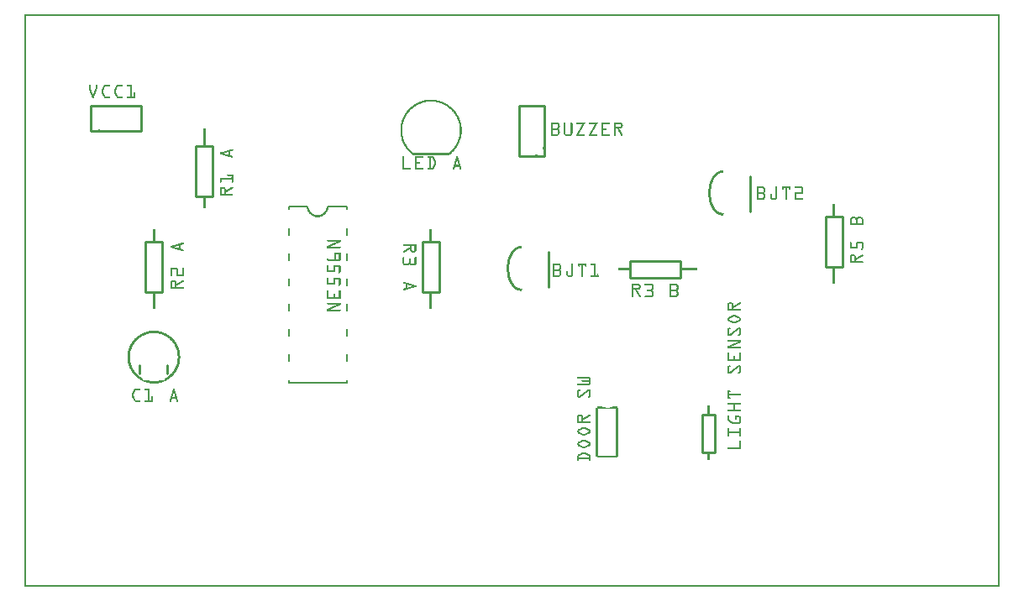
<source format=gto>
G04 MADE WITH FRITZING*
G04 WWW.FRITZING.ORG*
G04 DOUBLE SIDED*
G04 HOLES PLATED*
G04 CONTOUR ON CENTER OF CONTOUR VECTOR*
%ASAXBY*%
%FSLAX23Y23*%
%MOIN*%
%OFA0B0*%
%SFA1.0B1.0*%
%ADD10C,0.010000*%
%ADD11C,0.008000*%
%ADD12R,0.001000X0.001000*%
%LNSILK1*%
G90*
G70*
G54D10*
X2078Y1332D02*
X2078Y1192D01*
D02*
X2878Y1632D02*
X2878Y1492D01*
D02*
X3181Y1271D02*
X3181Y1471D01*
D02*
X3181Y1471D02*
X3247Y1471D01*
D02*
X3247Y1471D02*
X3247Y1271D01*
D02*
X3247Y1271D02*
X3181Y1271D01*
D02*
X1581Y1171D02*
X1581Y1371D01*
D02*
X1581Y1371D02*
X1647Y1371D01*
D02*
X1647Y1371D02*
X1647Y1171D01*
D02*
X1647Y1171D02*
X1581Y1171D01*
D02*
X2604Y1229D02*
X2404Y1229D01*
D02*
X2404Y1229D02*
X2404Y1295D01*
D02*
X2404Y1295D02*
X2604Y1295D01*
D02*
X2604Y1295D02*
X2604Y1229D01*
D02*
X747Y1752D02*
X747Y1552D01*
D02*
X747Y1552D02*
X681Y1552D01*
D02*
X681Y1552D02*
X681Y1752D01*
D02*
X681Y1752D02*
X747Y1752D01*
D02*
X481Y1171D02*
X481Y1371D01*
D02*
X481Y1371D02*
X547Y1371D01*
D02*
X547Y1371D02*
X547Y1171D01*
D02*
X547Y1171D02*
X481Y1171D01*
D02*
X2689Y536D02*
X2689Y686D01*
D02*
X2689Y686D02*
X2739Y686D01*
D02*
X2739Y686D02*
X2739Y536D01*
D02*
X2739Y536D02*
X2689Y536D01*
G54D11*
D02*
X1279Y812D02*
X1049Y812D01*
D02*
X1279Y1512D02*
X1204Y1512D01*
D02*
X1049Y1512D02*
X1124Y1512D01*
D02*
X1279Y1512D02*
X1279Y1502D01*
D02*
X1279Y812D02*
X1279Y822D01*
D02*
X1049Y1512D02*
X1049Y1502D01*
D02*
X1049Y812D02*
X1049Y822D01*
D02*
X1279Y1425D02*
X1279Y1399D01*
D02*
X1279Y1325D02*
X1279Y1299D01*
D02*
X1279Y1225D02*
X1279Y1199D01*
D02*
X1279Y1125D02*
X1279Y1099D01*
D02*
X1279Y1025D02*
X1279Y999D01*
D02*
X1279Y925D02*
X1279Y899D01*
D02*
X1049Y925D02*
X1049Y899D01*
D02*
X1049Y1025D02*
X1049Y999D01*
D02*
X1049Y1125D02*
X1049Y1099D01*
D02*
X1049Y1225D02*
X1049Y1199D01*
D02*
X1049Y1325D02*
X1049Y1299D01*
D02*
X1049Y1425D02*
X1049Y1399D01*
G54D10*
D02*
X264Y1812D02*
X464Y1812D01*
D02*
X464Y1812D02*
X464Y1912D01*
D02*
X464Y1912D02*
X264Y1912D01*
D02*
X264Y1912D02*
X264Y1812D01*
D02*
X2064Y1712D02*
X2064Y1912D01*
D02*
X2064Y1912D02*
X1964Y1912D01*
D02*
X1964Y1912D02*
X1964Y1712D01*
D02*
X1964Y1712D02*
X2064Y1712D01*
G54D12*
X0Y2275D02*
X3870Y2275D01*
X0Y2274D02*
X3870Y2274D01*
X0Y2273D02*
X3870Y2273D01*
X0Y2272D02*
X3870Y2272D01*
X0Y2271D02*
X3870Y2271D01*
X0Y2270D02*
X3870Y2270D01*
X0Y2269D02*
X3870Y2269D01*
X0Y2268D02*
X3870Y2268D01*
X0Y2267D02*
X7Y2267D01*
X3863Y2267D02*
X3870Y2267D01*
X0Y2266D02*
X7Y2266D01*
X3863Y2266D02*
X3870Y2266D01*
X0Y2265D02*
X7Y2265D01*
X3863Y2265D02*
X3870Y2265D01*
X0Y2264D02*
X7Y2264D01*
X3863Y2264D02*
X3870Y2264D01*
X0Y2263D02*
X7Y2263D01*
X3863Y2263D02*
X3870Y2263D01*
X0Y2262D02*
X7Y2262D01*
X3863Y2262D02*
X3870Y2262D01*
X0Y2261D02*
X7Y2261D01*
X3863Y2261D02*
X3870Y2261D01*
X0Y2260D02*
X7Y2260D01*
X3863Y2260D02*
X3870Y2260D01*
X0Y2259D02*
X7Y2259D01*
X3863Y2259D02*
X3870Y2259D01*
X0Y2258D02*
X7Y2258D01*
X3863Y2258D02*
X3870Y2258D01*
X0Y2257D02*
X7Y2257D01*
X3863Y2257D02*
X3870Y2257D01*
X0Y2256D02*
X7Y2256D01*
X3863Y2256D02*
X3870Y2256D01*
X0Y2255D02*
X7Y2255D01*
X3863Y2255D02*
X3870Y2255D01*
X0Y2254D02*
X7Y2254D01*
X3863Y2254D02*
X3870Y2254D01*
X0Y2253D02*
X7Y2253D01*
X3863Y2253D02*
X3870Y2253D01*
X0Y2252D02*
X7Y2252D01*
X3863Y2252D02*
X3870Y2252D01*
X0Y2251D02*
X7Y2251D01*
X3863Y2251D02*
X3870Y2251D01*
X0Y2250D02*
X7Y2250D01*
X3863Y2250D02*
X3870Y2250D01*
X0Y2249D02*
X7Y2249D01*
X3863Y2249D02*
X3870Y2249D01*
X0Y2248D02*
X7Y2248D01*
X3863Y2248D02*
X3870Y2248D01*
X0Y2247D02*
X7Y2247D01*
X3863Y2247D02*
X3870Y2247D01*
X0Y2246D02*
X7Y2246D01*
X3863Y2246D02*
X3870Y2246D01*
X0Y2245D02*
X7Y2245D01*
X3863Y2245D02*
X3870Y2245D01*
X0Y2244D02*
X7Y2244D01*
X3863Y2244D02*
X3870Y2244D01*
X0Y2243D02*
X7Y2243D01*
X3863Y2243D02*
X3870Y2243D01*
X0Y2242D02*
X7Y2242D01*
X3863Y2242D02*
X3870Y2242D01*
X0Y2241D02*
X7Y2241D01*
X3863Y2241D02*
X3870Y2241D01*
X0Y2240D02*
X7Y2240D01*
X3863Y2240D02*
X3870Y2240D01*
X0Y2239D02*
X7Y2239D01*
X3863Y2239D02*
X3870Y2239D01*
X0Y2238D02*
X7Y2238D01*
X3863Y2238D02*
X3870Y2238D01*
X0Y2237D02*
X7Y2237D01*
X3863Y2237D02*
X3870Y2237D01*
X0Y2236D02*
X7Y2236D01*
X3863Y2236D02*
X3870Y2236D01*
X0Y2235D02*
X7Y2235D01*
X3863Y2235D02*
X3870Y2235D01*
X0Y2234D02*
X7Y2234D01*
X3863Y2234D02*
X3870Y2234D01*
X0Y2233D02*
X7Y2233D01*
X3863Y2233D02*
X3870Y2233D01*
X0Y2232D02*
X7Y2232D01*
X3863Y2232D02*
X3870Y2232D01*
X0Y2231D02*
X7Y2231D01*
X3863Y2231D02*
X3870Y2231D01*
X0Y2230D02*
X7Y2230D01*
X3863Y2230D02*
X3870Y2230D01*
X0Y2229D02*
X7Y2229D01*
X3863Y2229D02*
X3870Y2229D01*
X0Y2228D02*
X7Y2228D01*
X3863Y2228D02*
X3870Y2228D01*
X0Y2227D02*
X7Y2227D01*
X3863Y2227D02*
X3870Y2227D01*
X0Y2226D02*
X7Y2226D01*
X3863Y2226D02*
X3870Y2226D01*
X0Y2225D02*
X7Y2225D01*
X3863Y2225D02*
X3870Y2225D01*
X0Y2224D02*
X7Y2224D01*
X3863Y2224D02*
X3870Y2224D01*
X0Y2223D02*
X7Y2223D01*
X3863Y2223D02*
X3870Y2223D01*
X0Y2222D02*
X7Y2222D01*
X3863Y2222D02*
X3870Y2222D01*
X0Y2221D02*
X7Y2221D01*
X3863Y2221D02*
X3870Y2221D01*
X0Y2220D02*
X7Y2220D01*
X3863Y2220D02*
X3870Y2220D01*
X0Y2219D02*
X7Y2219D01*
X3863Y2219D02*
X3870Y2219D01*
X0Y2218D02*
X7Y2218D01*
X3863Y2218D02*
X3870Y2218D01*
X0Y2217D02*
X7Y2217D01*
X3863Y2217D02*
X3870Y2217D01*
X0Y2216D02*
X7Y2216D01*
X3863Y2216D02*
X3870Y2216D01*
X0Y2215D02*
X7Y2215D01*
X3863Y2215D02*
X3870Y2215D01*
X0Y2214D02*
X7Y2214D01*
X3863Y2214D02*
X3870Y2214D01*
X0Y2213D02*
X7Y2213D01*
X3863Y2213D02*
X3870Y2213D01*
X0Y2212D02*
X7Y2212D01*
X3863Y2212D02*
X3870Y2212D01*
X0Y2211D02*
X7Y2211D01*
X3863Y2211D02*
X3870Y2211D01*
X0Y2210D02*
X7Y2210D01*
X3863Y2210D02*
X3870Y2210D01*
X0Y2209D02*
X7Y2209D01*
X3863Y2209D02*
X3870Y2209D01*
X0Y2208D02*
X7Y2208D01*
X3863Y2208D02*
X3870Y2208D01*
X0Y2207D02*
X7Y2207D01*
X3863Y2207D02*
X3870Y2207D01*
X0Y2206D02*
X7Y2206D01*
X3863Y2206D02*
X3870Y2206D01*
X0Y2205D02*
X7Y2205D01*
X3863Y2205D02*
X3870Y2205D01*
X0Y2204D02*
X7Y2204D01*
X3863Y2204D02*
X3870Y2204D01*
X0Y2203D02*
X7Y2203D01*
X3863Y2203D02*
X3870Y2203D01*
X0Y2202D02*
X7Y2202D01*
X3863Y2202D02*
X3870Y2202D01*
X0Y2201D02*
X7Y2201D01*
X3863Y2201D02*
X3870Y2201D01*
X0Y2200D02*
X7Y2200D01*
X3863Y2200D02*
X3870Y2200D01*
X0Y2199D02*
X7Y2199D01*
X3863Y2199D02*
X3870Y2199D01*
X0Y2198D02*
X7Y2198D01*
X3863Y2198D02*
X3870Y2198D01*
X0Y2197D02*
X7Y2197D01*
X3863Y2197D02*
X3870Y2197D01*
X0Y2196D02*
X7Y2196D01*
X3863Y2196D02*
X3870Y2196D01*
X0Y2195D02*
X7Y2195D01*
X3863Y2195D02*
X3870Y2195D01*
X0Y2194D02*
X7Y2194D01*
X3863Y2194D02*
X3870Y2194D01*
X0Y2193D02*
X7Y2193D01*
X3863Y2193D02*
X3870Y2193D01*
X0Y2192D02*
X7Y2192D01*
X3863Y2192D02*
X3870Y2192D01*
X0Y2191D02*
X7Y2191D01*
X3863Y2191D02*
X3870Y2191D01*
X0Y2190D02*
X7Y2190D01*
X3863Y2190D02*
X3870Y2190D01*
X0Y2189D02*
X7Y2189D01*
X3863Y2189D02*
X3870Y2189D01*
X0Y2188D02*
X7Y2188D01*
X3863Y2188D02*
X3870Y2188D01*
X0Y2187D02*
X7Y2187D01*
X3863Y2187D02*
X3870Y2187D01*
X0Y2186D02*
X7Y2186D01*
X3863Y2186D02*
X3870Y2186D01*
X0Y2185D02*
X7Y2185D01*
X3863Y2185D02*
X3870Y2185D01*
X0Y2184D02*
X7Y2184D01*
X3863Y2184D02*
X3870Y2184D01*
X0Y2183D02*
X7Y2183D01*
X3863Y2183D02*
X3870Y2183D01*
X0Y2182D02*
X7Y2182D01*
X3863Y2182D02*
X3870Y2182D01*
X0Y2181D02*
X7Y2181D01*
X3863Y2181D02*
X3870Y2181D01*
X0Y2180D02*
X7Y2180D01*
X3863Y2180D02*
X3870Y2180D01*
X0Y2179D02*
X7Y2179D01*
X3863Y2179D02*
X3870Y2179D01*
X0Y2178D02*
X7Y2178D01*
X3863Y2178D02*
X3870Y2178D01*
X0Y2177D02*
X7Y2177D01*
X3863Y2177D02*
X3870Y2177D01*
X0Y2176D02*
X7Y2176D01*
X3863Y2176D02*
X3870Y2176D01*
X0Y2175D02*
X7Y2175D01*
X3863Y2175D02*
X3870Y2175D01*
X0Y2174D02*
X7Y2174D01*
X3863Y2174D02*
X3870Y2174D01*
X0Y2173D02*
X7Y2173D01*
X3863Y2173D02*
X3870Y2173D01*
X0Y2172D02*
X7Y2172D01*
X3863Y2172D02*
X3870Y2172D01*
X0Y2171D02*
X7Y2171D01*
X3863Y2171D02*
X3870Y2171D01*
X0Y2170D02*
X7Y2170D01*
X3863Y2170D02*
X3870Y2170D01*
X0Y2169D02*
X7Y2169D01*
X3863Y2169D02*
X3870Y2169D01*
X0Y2168D02*
X7Y2168D01*
X3863Y2168D02*
X3870Y2168D01*
X0Y2167D02*
X7Y2167D01*
X3863Y2167D02*
X3870Y2167D01*
X0Y2166D02*
X7Y2166D01*
X3863Y2166D02*
X3870Y2166D01*
X0Y2165D02*
X7Y2165D01*
X3863Y2165D02*
X3870Y2165D01*
X0Y2164D02*
X7Y2164D01*
X3863Y2164D02*
X3870Y2164D01*
X0Y2163D02*
X7Y2163D01*
X3863Y2163D02*
X3870Y2163D01*
X0Y2162D02*
X7Y2162D01*
X3863Y2162D02*
X3870Y2162D01*
X0Y2161D02*
X7Y2161D01*
X3863Y2161D02*
X3870Y2161D01*
X0Y2160D02*
X7Y2160D01*
X3863Y2160D02*
X3870Y2160D01*
X0Y2159D02*
X7Y2159D01*
X3863Y2159D02*
X3870Y2159D01*
X0Y2158D02*
X7Y2158D01*
X3863Y2158D02*
X3870Y2158D01*
X0Y2157D02*
X7Y2157D01*
X3863Y2157D02*
X3870Y2157D01*
X0Y2156D02*
X7Y2156D01*
X3863Y2156D02*
X3870Y2156D01*
X0Y2155D02*
X7Y2155D01*
X3863Y2155D02*
X3870Y2155D01*
X0Y2154D02*
X7Y2154D01*
X3863Y2154D02*
X3870Y2154D01*
X0Y2153D02*
X7Y2153D01*
X3863Y2153D02*
X3870Y2153D01*
X0Y2152D02*
X7Y2152D01*
X3863Y2152D02*
X3870Y2152D01*
X0Y2151D02*
X7Y2151D01*
X3863Y2151D02*
X3870Y2151D01*
X0Y2150D02*
X7Y2150D01*
X3863Y2150D02*
X3870Y2150D01*
X0Y2149D02*
X7Y2149D01*
X3863Y2149D02*
X3870Y2149D01*
X0Y2148D02*
X7Y2148D01*
X3863Y2148D02*
X3870Y2148D01*
X0Y2147D02*
X7Y2147D01*
X3863Y2147D02*
X3870Y2147D01*
X0Y2146D02*
X7Y2146D01*
X3863Y2146D02*
X3870Y2146D01*
X0Y2145D02*
X7Y2145D01*
X3863Y2145D02*
X3870Y2145D01*
X0Y2144D02*
X7Y2144D01*
X3863Y2144D02*
X3870Y2144D01*
X0Y2143D02*
X7Y2143D01*
X3863Y2143D02*
X3870Y2143D01*
X0Y2142D02*
X7Y2142D01*
X3863Y2142D02*
X3870Y2142D01*
X0Y2141D02*
X7Y2141D01*
X3863Y2141D02*
X3870Y2141D01*
X0Y2140D02*
X7Y2140D01*
X3863Y2140D02*
X3870Y2140D01*
X0Y2139D02*
X7Y2139D01*
X3863Y2139D02*
X3870Y2139D01*
X0Y2138D02*
X7Y2138D01*
X3863Y2138D02*
X3870Y2138D01*
X0Y2137D02*
X7Y2137D01*
X3863Y2137D02*
X3870Y2137D01*
X0Y2136D02*
X7Y2136D01*
X3863Y2136D02*
X3870Y2136D01*
X0Y2135D02*
X7Y2135D01*
X3863Y2135D02*
X3870Y2135D01*
X0Y2134D02*
X7Y2134D01*
X3863Y2134D02*
X3870Y2134D01*
X0Y2133D02*
X7Y2133D01*
X3863Y2133D02*
X3870Y2133D01*
X0Y2132D02*
X7Y2132D01*
X3863Y2132D02*
X3870Y2132D01*
X0Y2131D02*
X7Y2131D01*
X3863Y2131D02*
X3870Y2131D01*
X0Y2130D02*
X7Y2130D01*
X3863Y2130D02*
X3870Y2130D01*
X0Y2129D02*
X7Y2129D01*
X3863Y2129D02*
X3870Y2129D01*
X0Y2128D02*
X7Y2128D01*
X3863Y2128D02*
X3870Y2128D01*
X0Y2127D02*
X7Y2127D01*
X3863Y2127D02*
X3870Y2127D01*
X0Y2126D02*
X7Y2126D01*
X3863Y2126D02*
X3870Y2126D01*
X0Y2125D02*
X7Y2125D01*
X3863Y2125D02*
X3870Y2125D01*
X0Y2124D02*
X7Y2124D01*
X3863Y2124D02*
X3870Y2124D01*
X0Y2123D02*
X7Y2123D01*
X3863Y2123D02*
X3870Y2123D01*
X0Y2122D02*
X7Y2122D01*
X3863Y2122D02*
X3870Y2122D01*
X0Y2121D02*
X7Y2121D01*
X3863Y2121D02*
X3870Y2121D01*
X0Y2120D02*
X7Y2120D01*
X3863Y2120D02*
X3870Y2120D01*
X0Y2119D02*
X7Y2119D01*
X3863Y2119D02*
X3870Y2119D01*
X0Y2118D02*
X7Y2118D01*
X3863Y2118D02*
X3870Y2118D01*
X0Y2117D02*
X7Y2117D01*
X3863Y2117D02*
X3870Y2117D01*
X0Y2116D02*
X7Y2116D01*
X3863Y2116D02*
X3870Y2116D01*
X0Y2115D02*
X7Y2115D01*
X3863Y2115D02*
X3870Y2115D01*
X0Y2114D02*
X7Y2114D01*
X3863Y2114D02*
X3870Y2114D01*
X0Y2113D02*
X7Y2113D01*
X3863Y2113D02*
X3870Y2113D01*
X0Y2112D02*
X7Y2112D01*
X3863Y2112D02*
X3870Y2112D01*
X0Y2111D02*
X7Y2111D01*
X3863Y2111D02*
X3870Y2111D01*
X0Y2110D02*
X7Y2110D01*
X3863Y2110D02*
X3870Y2110D01*
X0Y2109D02*
X7Y2109D01*
X3863Y2109D02*
X3870Y2109D01*
X0Y2108D02*
X7Y2108D01*
X3863Y2108D02*
X3870Y2108D01*
X0Y2107D02*
X7Y2107D01*
X3863Y2107D02*
X3870Y2107D01*
X0Y2106D02*
X7Y2106D01*
X3863Y2106D02*
X3870Y2106D01*
X0Y2105D02*
X7Y2105D01*
X3863Y2105D02*
X3870Y2105D01*
X0Y2104D02*
X7Y2104D01*
X3863Y2104D02*
X3870Y2104D01*
X0Y2103D02*
X7Y2103D01*
X3863Y2103D02*
X3870Y2103D01*
X0Y2102D02*
X7Y2102D01*
X3863Y2102D02*
X3870Y2102D01*
X0Y2101D02*
X7Y2101D01*
X3863Y2101D02*
X3870Y2101D01*
X0Y2100D02*
X7Y2100D01*
X3863Y2100D02*
X3870Y2100D01*
X0Y2099D02*
X7Y2099D01*
X3863Y2099D02*
X3870Y2099D01*
X0Y2098D02*
X7Y2098D01*
X3863Y2098D02*
X3870Y2098D01*
X0Y2097D02*
X7Y2097D01*
X3863Y2097D02*
X3870Y2097D01*
X0Y2096D02*
X7Y2096D01*
X3863Y2096D02*
X3870Y2096D01*
X0Y2095D02*
X7Y2095D01*
X3863Y2095D02*
X3870Y2095D01*
X0Y2094D02*
X7Y2094D01*
X3863Y2094D02*
X3870Y2094D01*
X0Y2093D02*
X7Y2093D01*
X3863Y2093D02*
X3870Y2093D01*
X0Y2092D02*
X7Y2092D01*
X3863Y2092D02*
X3870Y2092D01*
X0Y2091D02*
X7Y2091D01*
X3863Y2091D02*
X3870Y2091D01*
X0Y2090D02*
X7Y2090D01*
X3863Y2090D02*
X3870Y2090D01*
X0Y2089D02*
X7Y2089D01*
X3863Y2089D02*
X3870Y2089D01*
X0Y2088D02*
X7Y2088D01*
X3863Y2088D02*
X3870Y2088D01*
X0Y2087D02*
X7Y2087D01*
X3863Y2087D02*
X3870Y2087D01*
X0Y2086D02*
X7Y2086D01*
X3863Y2086D02*
X3870Y2086D01*
X0Y2085D02*
X7Y2085D01*
X3863Y2085D02*
X3870Y2085D01*
X0Y2084D02*
X7Y2084D01*
X3863Y2084D02*
X3870Y2084D01*
X0Y2083D02*
X7Y2083D01*
X3863Y2083D02*
X3870Y2083D01*
X0Y2082D02*
X7Y2082D01*
X3863Y2082D02*
X3870Y2082D01*
X0Y2081D02*
X7Y2081D01*
X3863Y2081D02*
X3870Y2081D01*
X0Y2080D02*
X7Y2080D01*
X3863Y2080D02*
X3870Y2080D01*
X0Y2079D02*
X7Y2079D01*
X3863Y2079D02*
X3870Y2079D01*
X0Y2078D02*
X7Y2078D01*
X3863Y2078D02*
X3870Y2078D01*
X0Y2077D02*
X7Y2077D01*
X3863Y2077D02*
X3870Y2077D01*
X0Y2076D02*
X7Y2076D01*
X3863Y2076D02*
X3870Y2076D01*
X0Y2075D02*
X7Y2075D01*
X3863Y2075D02*
X3870Y2075D01*
X0Y2074D02*
X7Y2074D01*
X3863Y2074D02*
X3870Y2074D01*
X0Y2073D02*
X7Y2073D01*
X3863Y2073D02*
X3870Y2073D01*
X0Y2072D02*
X7Y2072D01*
X3863Y2072D02*
X3870Y2072D01*
X0Y2071D02*
X7Y2071D01*
X3863Y2071D02*
X3870Y2071D01*
X0Y2070D02*
X7Y2070D01*
X3863Y2070D02*
X3870Y2070D01*
X0Y2069D02*
X7Y2069D01*
X3863Y2069D02*
X3870Y2069D01*
X0Y2068D02*
X7Y2068D01*
X3863Y2068D02*
X3870Y2068D01*
X0Y2067D02*
X7Y2067D01*
X3863Y2067D02*
X3870Y2067D01*
X0Y2066D02*
X7Y2066D01*
X3863Y2066D02*
X3870Y2066D01*
X0Y2065D02*
X7Y2065D01*
X3863Y2065D02*
X3870Y2065D01*
X0Y2064D02*
X7Y2064D01*
X3863Y2064D02*
X3870Y2064D01*
X0Y2063D02*
X7Y2063D01*
X3863Y2063D02*
X3870Y2063D01*
X0Y2062D02*
X7Y2062D01*
X3863Y2062D02*
X3870Y2062D01*
X0Y2061D02*
X7Y2061D01*
X3863Y2061D02*
X3870Y2061D01*
X0Y2060D02*
X7Y2060D01*
X3863Y2060D02*
X3870Y2060D01*
X0Y2059D02*
X7Y2059D01*
X3863Y2059D02*
X3870Y2059D01*
X0Y2058D02*
X7Y2058D01*
X3863Y2058D02*
X3870Y2058D01*
X0Y2057D02*
X7Y2057D01*
X3863Y2057D02*
X3870Y2057D01*
X0Y2056D02*
X7Y2056D01*
X3863Y2056D02*
X3870Y2056D01*
X0Y2055D02*
X7Y2055D01*
X3863Y2055D02*
X3870Y2055D01*
X0Y2054D02*
X7Y2054D01*
X3863Y2054D02*
X3870Y2054D01*
X0Y2053D02*
X7Y2053D01*
X3863Y2053D02*
X3870Y2053D01*
X0Y2052D02*
X7Y2052D01*
X3863Y2052D02*
X3870Y2052D01*
X0Y2051D02*
X7Y2051D01*
X3863Y2051D02*
X3870Y2051D01*
X0Y2050D02*
X7Y2050D01*
X3863Y2050D02*
X3870Y2050D01*
X0Y2049D02*
X7Y2049D01*
X3863Y2049D02*
X3870Y2049D01*
X0Y2048D02*
X7Y2048D01*
X3863Y2048D02*
X3870Y2048D01*
X0Y2047D02*
X7Y2047D01*
X3863Y2047D02*
X3870Y2047D01*
X0Y2046D02*
X7Y2046D01*
X3863Y2046D02*
X3870Y2046D01*
X0Y2045D02*
X7Y2045D01*
X3863Y2045D02*
X3870Y2045D01*
X0Y2044D02*
X7Y2044D01*
X3863Y2044D02*
X3870Y2044D01*
X0Y2043D02*
X7Y2043D01*
X3863Y2043D02*
X3870Y2043D01*
X0Y2042D02*
X7Y2042D01*
X3863Y2042D02*
X3870Y2042D01*
X0Y2041D02*
X7Y2041D01*
X3863Y2041D02*
X3870Y2041D01*
X0Y2040D02*
X7Y2040D01*
X3863Y2040D02*
X3870Y2040D01*
X0Y2039D02*
X7Y2039D01*
X3863Y2039D02*
X3870Y2039D01*
X0Y2038D02*
X7Y2038D01*
X3863Y2038D02*
X3870Y2038D01*
X0Y2037D02*
X7Y2037D01*
X3863Y2037D02*
X3870Y2037D01*
X0Y2036D02*
X7Y2036D01*
X3863Y2036D02*
X3870Y2036D01*
X0Y2035D02*
X7Y2035D01*
X3863Y2035D02*
X3870Y2035D01*
X0Y2034D02*
X7Y2034D01*
X3863Y2034D02*
X3870Y2034D01*
X0Y2033D02*
X7Y2033D01*
X3863Y2033D02*
X3870Y2033D01*
X0Y2032D02*
X7Y2032D01*
X3863Y2032D02*
X3870Y2032D01*
X0Y2031D02*
X7Y2031D01*
X3863Y2031D02*
X3870Y2031D01*
X0Y2030D02*
X7Y2030D01*
X3863Y2030D02*
X3870Y2030D01*
X0Y2029D02*
X7Y2029D01*
X3863Y2029D02*
X3870Y2029D01*
X0Y2028D02*
X7Y2028D01*
X3863Y2028D02*
X3870Y2028D01*
X0Y2027D02*
X7Y2027D01*
X3863Y2027D02*
X3870Y2027D01*
X0Y2026D02*
X7Y2026D01*
X3863Y2026D02*
X3870Y2026D01*
X0Y2025D02*
X7Y2025D01*
X3863Y2025D02*
X3870Y2025D01*
X0Y2024D02*
X7Y2024D01*
X3863Y2024D02*
X3870Y2024D01*
X0Y2023D02*
X7Y2023D01*
X3863Y2023D02*
X3870Y2023D01*
X0Y2022D02*
X7Y2022D01*
X3863Y2022D02*
X3870Y2022D01*
X0Y2021D02*
X7Y2021D01*
X3863Y2021D02*
X3870Y2021D01*
X0Y2020D02*
X7Y2020D01*
X3863Y2020D02*
X3870Y2020D01*
X0Y2019D02*
X7Y2019D01*
X3863Y2019D02*
X3870Y2019D01*
X0Y2018D02*
X7Y2018D01*
X3863Y2018D02*
X3870Y2018D01*
X0Y2017D02*
X7Y2017D01*
X3863Y2017D02*
X3870Y2017D01*
X0Y2016D02*
X7Y2016D01*
X3863Y2016D02*
X3870Y2016D01*
X0Y2015D02*
X7Y2015D01*
X3863Y2015D02*
X3870Y2015D01*
X0Y2014D02*
X7Y2014D01*
X3863Y2014D02*
X3870Y2014D01*
X0Y2013D02*
X7Y2013D01*
X3863Y2013D02*
X3870Y2013D01*
X0Y2012D02*
X7Y2012D01*
X3863Y2012D02*
X3870Y2012D01*
X0Y2011D02*
X7Y2011D01*
X3863Y2011D02*
X3870Y2011D01*
X0Y2010D02*
X7Y2010D01*
X3863Y2010D02*
X3870Y2010D01*
X0Y2009D02*
X7Y2009D01*
X3863Y2009D02*
X3870Y2009D01*
X0Y2008D02*
X7Y2008D01*
X3863Y2008D02*
X3870Y2008D01*
X0Y2007D02*
X7Y2007D01*
X3863Y2007D02*
X3870Y2007D01*
X0Y2006D02*
X7Y2006D01*
X3863Y2006D02*
X3870Y2006D01*
X0Y2005D02*
X7Y2005D01*
X3863Y2005D02*
X3870Y2005D01*
X0Y2004D02*
X7Y2004D01*
X3863Y2004D02*
X3870Y2004D01*
X0Y2003D02*
X7Y2003D01*
X3863Y2003D02*
X3870Y2003D01*
X0Y2002D02*
X7Y2002D01*
X3863Y2002D02*
X3870Y2002D01*
X0Y2001D02*
X7Y2001D01*
X3863Y2001D02*
X3870Y2001D01*
X0Y2000D02*
X7Y2000D01*
X3863Y2000D02*
X3870Y2000D01*
X0Y1999D02*
X7Y1999D01*
X3863Y1999D02*
X3870Y1999D01*
X0Y1998D02*
X7Y1998D01*
X3863Y1998D02*
X3870Y1998D01*
X0Y1997D02*
X7Y1997D01*
X3863Y1997D02*
X3870Y1997D01*
X0Y1996D02*
X7Y1996D01*
X3863Y1996D02*
X3870Y1996D01*
X0Y1995D02*
X7Y1995D01*
X257Y1995D02*
X259Y1995D01*
X284Y1995D02*
X287Y1995D01*
X320Y1995D02*
X337Y1995D01*
X369Y1995D02*
X387Y1995D01*
X406Y1995D02*
X425Y1995D01*
X3863Y1995D02*
X3870Y1995D01*
X0Y1994D02*
X7Y1994D01*
X256Y1994D02*
X260Y1994D01*
X283Y1994D02*
X288Y1994D01*
X317Y1994D02*
X338Y1994D01*
X367Y1994D02*
X388Y1994D01*
X406Y1994D02*
X425Y1994D01*
X3863Y1994D02*
X3870Y1994D01*
X0Y1993D02*
X7Y1993D01*
X255Y1993D02*
X261Y1993D01*
X283Y1993D02*
X288Y1993D01*
X316Y1993D02*
X338Y1993D01*
X366Y1993D02*
X388Y1993D01*
X405Y1993D02*
X425Y1993D01*
X3863Y1993D02*
X3870Y1993D01*
X0Y1992D02*
X7Y1992D01*
X255Y1992D02*
X261Y1992D01*
X283Y1992D02*
X289Y1992D01*
X315Y1992D02*
X338Y1992D01*
X365Y1992D02*
X388Y1992D01*
X405Y1992D02*
X425Y1992D01*
X3863Y1992D02*
X3870Y1992D01*
X0Y1991D02*
X7Y1991D01*
X255Y1991D02*
X261Y1991D01*
X283Y1991D02*
X289Y1991D01*
X314Y1991D02*
X338Y1991D01*
X364Y1991D02*
X388Y1991D01*
X405Y1991D02*
X425Y1991D01*
X3863Y1991D02*
X3870Y1991D01*
X0Y1990D02*
X7Y1990D01*
X255Y1990D02*
X261Y1990D01*
X283Y1990D02*
X289Y1990D01*
X314Y1990D02*
X338Y1990D01*
X364Y1990D02*
X388Y1990D01*
X406Y1990D02*
X425Y1990D01*
X3863Y1990D02*
X3870Y1990D01*
X0Y1989D02*
X7Y1989D01*
X255Y1989D02*
X261Y1989D01*
X283Y1989D02*
X289Y1989D01*
X313Y1989D02*
X336Y1989D01*
X363Y1989D02*
X386Y1989D01*
X407Y1989D02*
X425Y1989D01*
X3863Y1989D02*
X3870Y1989D01*
X0Y1988D02*
X7Y1988D01*
X255Y1988D02*
X261Y1988D01*
X283Y1988D02*
X289Y1988D01*
X313Y1988D02*
X320Y1988D01*
X363Y1988D02*
X370Y1988D01*
X419Y1988D02*
X425Y1988D01*
X3863Y1988D02*
X3870Y1988D01*
X0Y1987D02*
X7Y1987D01*
X255Y1987D02*
X261Y1987D01*
X283Y1987D02*
X289Y1987D01*
X312Y1987D02*
X319Y1987D01*
X362Y1987D02*
X369Y1987D01*
X419Y1987D02*
X425Y1987D01*
X3863Y1987D02*
X3870Y1987D01*
X0Y1986D02*
X7Y1986D01*
X255Y1986D02*
X261Y1986D01*
X283Y1986D02*
X289Y1986D01*
X312Y1986D02*
X319Y1986D01*
X362Y1986D02*
X369Y1986D01*
X419Y1986D02*
X425Y1986D01*
X3863Y1986D02*
X3870Y1986D01*
X0Y1985D02*
X7Y1985D01*
X255Y1985D02*
X261Y1985D01*
X283Y1985D02*
X289Y1985D01*
X311Y1985D02*
X318Y1985D01*
X361Y1985D02*
X368Y1985D01*
X419Y1985D02*
X425Y1985D01*
X3863Y1985D02*
X3870Y1985D01*
X0Y1984D02*
X7Y1984D01*
X255Y1984D02*
X261Y1984D01*
X283Y1984D02*
X289Y1984D01*
X311Y1984D02*
X318Y1984D01*
X361Y1984D02*
X368Y1984D01*
X419Y1984D02*
X425Y1984D01*
X3863Y1984D02*
X3870Y1984D01*
X0Y1983D02*
X7Y1983D01*
X255Y1983D02*
X261Y1983D01*
X283Y1983D02*
X289Y1983D01*
X310Y1983D02*
X317Y1983D01*
X360Y1983D02*
X367Y1983D01*
X419Y1983D02*
X425Y1983D01*
X3863Y1983D02*
X3870Y1983D01*
X0Y1982D02*
X7Y1982D01*
X255Y1982D02*
X261Y1982D01*
X283Y1982D02*
X289Y1982D01*
X310Y1982D02*
X317Y1982D01*
X360Y1982D02*
X367Y1982D01*
X419Y1982D02*
X425Y1982D01*
X3863Y1982D02*
X3870Y1982D01*
X0Y1981D02*
X7Y1981D01*
X255Y1981D02*
X261Y1981D01*
X282Y1981D02*
X289Y1981D01*
X309Y1981D02*
X316Y1981D01*
X359Y1981D02*
X366Y1981D01*
X419Y1981D02*
X425Y1981D01*
X3863Y1981D02*
X3870Y1981D01*
X0Y1980D02*
X7Y1980D01*
X255Y1980D02*
X261Y1980D01*
X282Y1980D02*
X289Y1980D01*
X309Y1980D02*
X316Y1980D01*
X359Y1980D02*
X366Y1980D01*
X419Y1980D02*
X425Y1980D01*
X3863Y1980D02*
X3870Y1980D01*
X0Y1979D02*
X7Y1979D01*
X255Y1979D02*
X262Y1979D01*
X282Y1979D02*
X288Y1979D01*
X308Y1979D02*
X315Y1979D01*
X358Y1979D02*
X365Y1979D01*
X419Y1979D02*
X425Y1979D01*
X3863Y1979D02*
X3870Y1979D01*
X0Y1978D02*
X7Y1978D01*
X256Y1978D02*
X262Y1978D01*
X281Y1978D02*
X288Y1978D01*
X308Y1978D02*
X315Y1978D01*
X358Y1978D02*
X365Y1978D01*
X419Y1978D02*
X425Y1978D01*
X3863Y1978D02*
X3870Y1978D01*
X0Y1977D02*
X7Y1977D01*
X256Y1977D02*
X263Y1977D01*
X281Y1977D02*
X287Y1977D01*
X307Y1977D02*
X314Y1977D01*
X357Y1977D02*
X364Y1977D01*
X419Y1977D02*
X425Y1977D01*
X3863Y1977D02*
X3870Y1977D01*
X0Y1976D02*
X7Y1976D01*
X256Y1976D02*
X263Y1976D01*
X281Y1976D02*
X287Y1976D01*
X307Y1976D02*
X314Y1976D01*
X357Y1976D02*
X364Y1976D01*
X419Y1976D02*
X425Y1976D01*
X3863Y1976D02*
X3870Y1976D01*
X0Y1975D02*
X7Y1975D01*
X257Y1975D02*
X263Y1975D01*
X280Y1975D02*
X287Y1975D01*
X306Y1975D02*
X313Y1975D01*
X356Y1975D02*
X363Y1975D01*
X419Y1975D02*
X425Y1975D01*
X3863Y1975D02*
X3870Y1975D01*
X0Y1974D02*
X7Y1974D01*
X257Y1974D02*
X264Y1974D01*
X280Y1974D02*
X286Y1974D01*
X306Y1974D02*
X313Y1974D01*
X356Y1974D02*
X363Y1974D01*
X419Y1974D02*
X425Y1974D01*
X3863Y1974D02*
X3870Y1974D01*
X0Y1973D02*
X7Y1973D01*
X258Y1973D02*
X264Y1973D01*
X279Y1973D02*
X286Y1973D01*
X306Y1973D02*
X312Y1973D01*
X356Y1973D02*
X362Y1973D01*
X419Y1973D02*
X425Y1973D01*
X3863Y1973D02*
X3870Y1973D01*
X0Y1972D02*
X7Y1972D01*
X258Y1972D02*
X264Y1972D01*
X279Y1972D02*
X286Y1972D01*
X305Y1972D02*
X312Y1972D01*
X355Y1972D02*
X362Y1972D01*
X419Y1972D02*
X425Y1972D01*
X3863Y1972D02*
X3870Y1972D01*
X0Y1971D02*
X7Y1971D01*
X258Y1971D02*
X265Y1971D01*
X279Y1971D02*
X285Y1971D01*
X305Y1971D02*
X311Y1971D01*
X355Y1971D02*
X361Y1971D01*
X419Y1971D02*
X425Y1971D01*
X3863Y1971D02*
X3870Y1971D01*
X0Y1970D02*
X7Y1970D01*
X259Y1970D02*
X265Y1970D01*
X278Y1970D02*
X285Y1970D01*
X305Y1970D02*
X311Y1970D01*
X355Y1970D02*
X361Y1970D01*
X419Y1970D02*
X425Y1970D01*
X3863Y1970D02*
X3870Y1970D01*
X0Y1969D02*
X7Y1969D01*
X259Y1969D02*
X266Y1969D01*
X278Y1969D02*
X284Y1969D01*
X305Y1969D02*
X311Y1969D01*
X355Y1969D02*
X361Y1969D01*
X419Y1969D02*
X425Y1969D01*
X3863Y1969D02*
X3870Y1969D01*
X0Y1968D02*
X7Y1968D01*
X259Y1968D02*
X266Y1968D01*
X277Y1968D02*
X284Y1968D01*
X305Y1968D02*
X311Y1968D01*
X355Y1968D02*
X361Y1968D01*
X419Y1968D02*
X425Y1968D01*
X3863Y1968D02*
X3870Y1968D01*
X0Y1967D02*
X7Y1967D01*
X260Y1967D02*
X266Y1967D01*
X277Y1967D02*
X284Y1967D01*
X305Y1967D02*
X311Y1967D01*
X355Y1967D02*
X361Y1967D01*
X419Y1967D02*
X425Y1967D01*
X3863Y1967D02*
X3870Y1967D01*
X0Y1966D02*
X7Y1966D01*
X260Y1966D02*
X267Y1966D01*
X277Y1966D02*
X283Y1966D01*
X305Y1966D02*
X311Y1966D01*
X355Y1966D02*
X361Y1966D01*
X419Y1966D02*
X425Y1966D01*
X435Y1966D02*
X436Y1966D01*
X3863Y1966D02*
X3870Y1966D01*
X0Y1965D02*
X7Y1965D01*
X261Y1965D02*
X267Y1965D01*
X276Y1965D02*
X283Y1965D01*
X305Y1965D02*
X312Y1965D01*
X355Y1965D02*
X362Y1965D01*
X419Y1965D02*
X425Y1965D01*
X433Y1965D02*
X438Y1965D01*
X3863Y1965D02*
X3870Y1965D01*
X0Y1964D02*
X7Y1964D01*
X261Y1964D02*
X268Y1964D01*
X276Y1964D02*
X282Y1964D01*
X306Y1964D02*
X312Y1964D01*
X356Y1964D02*
X362Y1964D01*
X419Y1964D02*
X425Y1964D01*
X433Y1964D02*
X438Y1964D01*
X3863Y1964D02*
X3870Y1964D01*
X0Y1963D02*
X7Y1963D01*
X261Y1963D02*
X268Y1963D01*
X275Y1963D02*
X282Y1963D01*
X306Y1963D02*
X313Y1963D01*
X356Y1963D02*
X363Y1963D01*
X419Y1963D02*
X425Y1963D01*
X433Y1963D02*
X438Y1963D01*
X3863Y1963D02*
X3870Y1963D01*
X0Y1962D02*
X7Y1962D01*
X262Y1962D02*
X268Y1962D01*
X275Y1962D02*
X282Y1962D01*
X306Y1962D02*
X313Y1962D01*
X356Y1962D02*
X363Y1962D01*
X419Y1962D02*
X425Y1962D01*
X432Y1962D02*
X439Y1962D01*
X3863Y1962D02*
X3870Y1962D01*
X0Y1961D02*
X7Y1961D01*
X262Y1961D02*
X269Y1961D01*
X275Y1961D02*
X281Y1961D01*
X307Y1961D02*
X314Y1961D01*
X357Y1961D02*
X364Y1961D01*
X419Y1961D02*
X425Y1961D01*
X432Y1961D02*
X439Y1961D01*
X3863Y1961D02*
X3870Y1961D01*
X0Y1960D02*
X7Y1960D01*
X263Y1960D02*
X269Y1960D01*
X274Y1960D02*
X281Y1960D01*
X307Y1960D02*
X314Y1960D01*
X357Y1960D02*
X364Y1960D01*
X419Y1960D02*
X425Y1960D01*
X432Y1960D02*
X439Y1960D01*
X3863Y1960D02*
X3870Y1960D01*
X0Y1959D02*
X7Y1959D01*
X263Y1959D02*
X270Y1959D01*
X274Y1959D02*
X280Y1959D01*
X308Y1959D02*
X315Y1959D01*
X358Y1959D02*
X365Y1959D01*
X419Y1959D02*
X425Y1959D01*
X432Y1959D02*
X439Y1959D01*
X3863Y1959D02*
X3870Y1959D01*
X0Y1958D02*
X7Y1958D01*
X263Y1958D02*
X270Y1958D01*
X274Y1958D02*
X280Y1958D01*
X308Y1958D02*
X315Y1958D01*
X358Y1958D02*
X365Y1958D01*
X419Y1958D02*
X425Y1958D01*
X432Y1958D02*
X439Y1958D01*
X3863Y1958D02*
X3870Y1958D01*
X0Y1957D02*
X7Y1957D01*
X264Y1957D02*
X270Y1957D01*
X273Y1957D02*
X280Y1957D01*
X309Y1957D02*
X316Y1957D01*
X359Y1957D02*
X366Y1957D01*
X419Y1957D02*
X425Y1957D01*
X432Y1957D02*
X439Y1957D01*
X3863Y1957D02*
X3870Y1957D01*
X0Y1956D02*
X7Y1956D01*
X264Y1956D02*
X271Y1956D01*
X273Y1956D02*
X279Y1956D01*
X309Y1956D02*
X316Y1956D01*
X359Y1956D02*
X366Y1956D01*
X419Y1956D02*
X425Y1956D01*
X432Y1956D02*
X439Y1956D01*
X3863Y1956D02*
X3870Y1956D01*
X0Y1955D02*
X7Y1955D01*
X265Y1955D02*
X279Y1955D01*
X310Y1955D02*
X317Y1955D01*
X360Y1955D02*
X367Y1955D01*
X419Y1955D02*
X425Y1955D01*
X432Y1955D02*
X439Y1955D01*
X3863Y1955D02*
X3870Y1955D01*
X0Y1954D02*
X7Y1954D01*
X265Y1954D02*
X279Y1954D01*
X310Y1954D02*
X317Y1954D01*
X360Y1954D02*
X367Y1954D01*
X419Y1954D02*
X425Y1954D01*
X432Y1954D02*
X439Y1954D01*
X3863Y1954D02*
X3870Y1954D01*
X0Y1953D02*
X7Y1953D01*
X265Y1953D02*
X278Y1953D01*
X311Y1953D02*
X318Y1953D01*
X361Y1953D02*
X368Y1953D01*
X419Y1953D02*
X425Y1953D01*
X432Y1953D02*
X439Y1953D01*
X3863Y1953D02*
X3870Y1953D01*
X0Y1952D02*
X7Y1952D01*
X266Y1952D02*
X278Y1952D01*
X311Y1952D02*
X318Y1952D01*
X361Y1952D02*
X368Y1952D01*
X419Y1952D02*
X425Y1952D01*
X432Y1952D02*
X439Y1952D01*
X3863Y1952D02*
X3870Y1952D01*
X0Y1951D02*
X7Y1951D01*
X266Y1951D02*
X277Y1951D01*
X312Y1951D02*
X319Y1951D01*
X362Y1951D02*
X369Y1951D01*
X419Y1951D02*
X425Y1951D01*
X432Y1951D02*
X439Y1951D01*
X3863Y1951D02*
X3870Y1951D01*
X0Y1950D02*
X7Y1950D01*
X266Y1950D02*
X277Y1950D01*
X312Y1950D02*
X319Y1950D01*
X362Y1950D02*
X369Y1950D01*
X419Y1950D02*
X425Y1950D01*
X432Y1950D02*
X439Y1950D01*
X3863Y1950D02*
X3870Y1950D01*
X0Y1949D02*
X7Y1949D01*
X267Y1949D02*
X277Y1949D01*
X313Y1949D02*
X320Y1949D01*
X363Y1949D02*
X370Y1949D01*
X419Y1949D02*
X425Y1949D01*
X432Y1949D02*
X439Y1949D01*
X3863Y1949D02*
X3870Y1949D01*
X0Y1948D02*
X7Y1948D01*
X267Y1948D02*
X276Y1948D01*
X313Y1948D02*
X337Y1948D01*
X363Y1948D02*
X387Y1948D01*
X407Y1948D02*
X439Y1948D01*
X3863Y1948D02*
X3870Y1948D01*
X0Y1947D02*
X7Y1947D01*
X268Y1947D02*
X276Y1947D01*
X314Y1947D02*
X338Y1947D01*
X364Y1947D02*
X388Y1947D01*
X406Y1947D02*
X439Y1947D01*
X3863Y1947D02*
X3870Y1947D01*
X0Y1946D02*
X7Y1946D01*
X268Y1946D02*
X275Y1946D01*
X315Y1946D02*
X338Y1946D01*
X365Y1946D02*
X388Y1946D01*
X405Y1946D02*
X439Y1946D01*
X3863Y1946D02*
X3870Y1946D01*
X0Y1945D02*
X7Y1945D01*
X268Y1945D02*
X275Y1945D01*
X315Y1945D02*
X338Y1945D01*
X365Y1945D02*
X388Y1945D01*
X405Y1945D02*
X438Y1945D01*
X3863Y1945D02*
X3870Y1945D01*
X0Y1944D02*
X7Y1944D01*
X269Y1944D02*
X275Y1944D01*
X317Y1944D02*
X338Y1944D01*
X366Y1944D02*
X388Y1944D01*
X405Y1944D02*
X438Y1944D01*
X3863Y1944D02*
X3870Y1944D01*
X0Y1943D02*
X7Y1943D01*
X269Y1943D02*
X274Y1943D01*
X318Y1943D02*
X338Y1943D01*
X368Y1943D02*
X388Y1943D01*
X406Y1943D02*
X438Y1943D01*
X3863Y1943D02*
X3870Y1943D01*
X0Y1942D02*
X7Y1942D01*
X270Y1942D02*
X273Y1942D01*
X320Y1942D02*
X337Y1942D01*
X370Y1942D02*
X387Y1942D01*
X407Y1942D02*
X437Y1942D01*
X3863Y1942D02*
X3870Y1942D01*
X0Y1941D02*
X7Y1941D01*
X3863Y1941D02*
X3870Y1941D01*
X0Y1940D02*
X7Y1940D01*
X3863Y1940D02*
X3870Y1940D01*
X0Y1939D02*
X7Y1939D01*
X3863Y1939D02*
X3870Y1939D01*
X0Y1938D02*
X7Y1938D01*
X3863Y1938D02*
X3870Y1938D01*
X0Y1937D02*
X7Y1937D01*
X3863Y1937D02*
X3870Y1937D01*
X0Y1936D02*
X7Y1936D01*
X3863Y1936D02*
X3870Y1936D01*
X0Y1935D02*
X7Y1935D01*
X1601Y1935D02*
X1625Y1935D01*
X3863Y1935D02*
X3870Y1935D01*
X0Y1934D02*
X7Y1934D01*
X1594Y1934D02*
X1632Y1934D01*
X3863Y1934D02*
X3870Y1934D01*
X0Y1933D02*
X7Y1933D01*
X1588Y1933D02*
X1637Y1933D01*
X3863Y1933D02*
X3870Y1933D01*
X0Y1932D02*
X7Y1932D01*
X1584Y1932D02*
X1642Y1932D01*
X3863Y1932D02*
X3870Y1932D01*
X0Y1931D02*
X7Y1931D01*
X1580Y1931D02*
X1646Y1931D01*
X3863Y1931D02*
X3870Y1931D01*
X0Y1930D02*
X7Y1930D01*
X1577Y1930D02*
X1649Y1930D01*
X3863Y1930D02*
X3870Y1930D01*
X0Y1929D02*
X7Y1929D01*
X1574Y1929D02*
X1652Y1929D01*
X3863Y1929D02*
X3870Y1929D01*
X0Y1928D02*
X7Y1928D01*
X1571Y1928D02*
X1655Y1928D01*
X3863Y1928D02*
X3870Y1928D01*
X0Y1927D02*
X7Y1927D01*
X1568Y1927D02*
X1600Y1927D01*
X1627Y1927D02*
X1657Y1927D01*
X3863Y1927D02*
X3870Y1927D01*
X0Y1926D02*
X7Y1926D01*
X1566Y1926D02*
X1593Y1926D01*
X1634Y1926D02*
X1660Y1926D01*
X3863Y1926D02*
X3870Y1926D01*
X0Y1925D02*
X7Y1925D01*
X1564Y1925D02*
X1588Y1925D01*
X1639Y1925D02*
X1662Y1925D01*
X3863Y1925D02*
X3870Y1925D01*
X0Y1924D02*
X7Y1924D01*
X1562Y1924D02*
X1583Y1924D01*
X1643Y1924D02*
X1664Y1924D01*
X3863Y1924D02*
X3870Y1924D01*
X0Y1923D02*
X7Y1923D01*
X1560Y1923D02*
X1580Y1923D01*
X1646Y1923D02*
X1666Y1923D01*
X3863Y1923D02*
X3870Y1923D01*
X0Y1922D02*
X7Y1922D01*
X1558Y1922D02*
X1577Y1922D01*
X1650Y1922D02*
X1668Y1922D01*
X3863Y1922D02*
X3870Y1922D01*
X0Y1921D02*
X7Y1921D01*
X1556Y1921D02*
X1574Y1921D01*
X1652Y1921D02*
X1670Y1921D01*
X3863Y1921D02*
X3870Y1921D01*
X0Y1920D02*
X7Y1920D01*
X1554Y1920D02*
X1571Y1920D01*
X1655Y1920D02*
X1672Y1920D01*
X3863Y1920D02*
X3870Y1920D01*
X0Y1919D02*
X7Y1919D01*
X1552Y1919D02*
X1568Y1919D01*
X1658Y1919D02*
X1674Y1919D01*
X3863Y1919D02*
X3870Y1919D01*
X0Y1918D02*
X7Y1918D01*
X1550Y1918D02*
X1566Y1918D01*
X1660Y1918D02*
X1676Y1918D01*
X3863Y1918D02*
X3870Y1918D01*
X0Y1917D02*
X7Y1917D01*
X1549Y1917D02*
X1564Y1917D01*
X1662Y1917D02*
X1677Y1917D01*
X3863Y1917D02*
X3870Y1917D01*
X0Y1916D02*
X7Y1916D01*
X1547Y1916D02*
X1562Y1916D01*
X1664Y1916D02*
X1679Y1916D01*
X3863Y1916D02*
X3870Y1916D01*
X0Y1915D02*
X7Y1915D01*
X1546Y1915D02*
X1560Y1915D01*
X1666Y1915D02*
X1680Y1915D01*
X3863Y1915D02*
X3870Y1915D01*
X0Y1914D02*
X7Y1914D01*
X1544Y1914D02*
X1558Y1914D01*
X1668Y1914D02*
X1682Y1914D01*
X3863Y1914D02*
X3870Y1914D01*
X0Y1913D02*
X7Y1913D01*
X1543Y1913D02*
X1556Y1913D01*
X1670Y1913D02*
X1683Y1913D01*
X3863Y1913D02*
X3870Y1913D01*
X0Y1912D02*
X7Y1912D01*
X1541Y1912D02*
X1554Y1912D01*
X1671Y1912D02*
X1685Y1912D01*
X3863Y1912D02*
X3870Y1912D01*
X0Y1911D02*
X7Y1911D01*
X1540Y1911D02*
X1553Y1911D01*
X1673Y1911D02*
X1686Y1911D01*
X3863Y1911D02*
X3870Y1911D01*
X0Y1910D02*
X7Y1910D01*
X1539Y1910D02*
X1551Y1910D01*
X1675Y1910D02*
X1687Y1910D01*
X3863Y1910D02*
X3870Y1910D01*
X0Y1909D02*
X7Y1909D01*
X1537Y1909D02*
X1550Y1909D01*
X1676Y1909D02*
X1689Y1909D01*
X3863Y1909D02*
X3870Y1909D01*
X0Y1908D02*
X7Y1908D01*
X1536Y1908D02*
X1548Y1908D01*
X1678Y1908D02*
X1690Y1908D01*
X3863Y1908D02*
X3870Y1908D01*
X0Y1907D02*
X7Y1907D01*
X1535Y1907D02*
X1547Y1907D01*
X1679Y1907D02*
X1691Y1907D01*
X3863Y1907D02*
X3870Y1907D01*
X0Y1906D02*
X7Y1906D01*
X1534Y1906D02*
X1545Y1906D01*
X1680Y1906D02*
X1692Y1906D01*
X3863Y1906D02*
X3870Y1906D01*
X0Y1905D02*
X7Y1905D01*
X1533Y1905D02*
X1544Y1905D01*
X1682Y1905D02*
X1693Y1905D01*
X3863Y1905D02*
X3870Y1905D01*
X0Y1904D02*
X7Y1904D01*
X1532Y1904D02*
X1543Y1904D01*
X1683Y1904D02*
X1694Y1904D01*
X3863Y1904D02*
X3870Y1904D01*
X0Y1903D02*
X7Y1903D01*
X1530Y1903D02*
X1541Y1903D01*
X1684Y1903D02*
X1696Y1903D01*
X3863Y1903D02*
X3870Y1903D01*
X0Y1902D02*
X7Y1902D01*
X1529Y1902D02*
X1540Y1902D01*
X1686Y1902D02*
X1697Y1902D01*
X3863Y1902D02*
X3870Y1902D01*
X0Y1901D02*
X7Y1901D01*
X1528Y1901D02*
X1539Y1901D01*
X1687Y1901D02*
X1698Y1901D01*
X3863Y1901D02*
X3870Y1901D01*
X0Y1900D02*
X7Y1900D01*
X1527Y1900D02*
X1538Y1900D01*
X1688Y1900D02*
X1699Y1900D01*
X3863Y1900D02*
X3870Y1900D01*
X0Y1899D02*
X7Y1899D01*
X1526Y1899D02*
X1537Y1899D01*
X1689Y1899D02*
X1700Y1899D01*
X3863Y1899D02*
X3870Y1899D01*
X0Y1898D02*
X7Y1898D01*
X1525Y1898D02*
X1536Y1898D01*
X1690Y1898D02*
X1701Y1898D01*
X3863Y1898D02*
X3870Y1898D01*
X0Y1897D02*
X7Y1897D01*
X1524Y1897D02*
X1534Y1897D01*
X1691Y1897D02*
X1702Y1897D01*
X3863Y1897D02*
X3870Y1897D01*
X0Y1896D02*
X7Y1896D01*
X1523Y1896D02*
X1533Y1896D01*
X1693Y1896D02*
X1702Y1896D01*
X3863Y1896D02*
X3870Y1896D01*
X0Y1895D02*
X7Y1895D01*
X1523Y1895D02*
X1532Y1895D01*
X1694Y1895D02*
X1703Y1895D01*
X3863Y1895D02*
X3870Y1895D01*
X0Y1894D02*
X7Y1894D01*
X1522Y1894D02*
X1531Y1894D01*
X1695Y1894D02*
X1704Y1894D01*
X3863Y1894D02*
X3870Y1894D01*
X0Y1893D02*
X7Y1893D01*
X1521Y1893D02*
X1530Y1893D01*
X1696Y1893D02*
X1705Y1893D01*
X3863Y1893D02*
X3870Y1893D01*
X0Y1892D02*
X7Y1892D01*
X1520Y1892D02*
X1529Y1892D01*
X1697Y1892D02*
X1706Y1892D01*
X3863Y1892D02*
X3870Y1892D01*
X0Y1891D02*
X7Y1891D01*
X1519Y1891D02*
X1529Y1891D01*
X1697Y1891D02*
X1707Y1891D01*
X3863Y1891D02*
X3870Y1891D01*
X0Y1890D02*
X7Y1890D01*
X1518Y1890D02*
X1528Y1890D01*
X1698Y1890D02*
X1708Y1890D01*
X3863Y1890D02*
X3870Y1890D01*
X0Y1889D02*
X7Y1889D01*
X1518Y1889D02*
X1527Y1889D01*
X1699Y1889D02*
X1708Y1889D01*
X3863Y1889D02*
X3870Y1889D01*
X0Y1888D02*
X7Y1888D01*
X1517Y1888D02*
X1526Y1888D01*
X1700Y1888D02*
X1709Y1888D01*
X3863Y1888D02*
X3870Y1888D01*
X0Y1887D02*
X7Y1887D01*
X1516Y1887D02*
X1525Y1887D01*
X1701Y1887D02*
X1710Y1887D01*
X3863Y1887D02*
X3870Y1887D01*
X0Y1886D02*
X7Y1886D01*
X1515Y1886D02*
X1524Y1886D01*
X1702Y1886D02*
X1711Y1886D01*
X3863Y1886D02*
X3870Y1886D01*
X0Y1885D02*
X7Y1885D01*
X1515Y1885D02*
X1523Y1885D01*
X1703Y1885D02*
X1711Y1885D01*
X3863Y1885D02*
X3870Y1885D01*
X0Y1884D02*
X7Y1884D01*
X1514Y1884D02*
X1523Y1884D01*
X1703Y1884D02*
X1712Y1884D01*
X3863Y1884D02*
X3870Y1884D01*
X0Y1883D02*
X7Y1883D01*
X1513Y1883D02*
X1522Y1883D01*
X1704Y1883D02*
X1713Y1883D01*
X3863Y1883D02*
X3870Y1883D01*
X0Y1882D02*
X7Y1882D01*
X1512Y1882D02*
X1521Y1882D01*
X1705Y1882D02*
X1713Y1882D01*
X3863Y1882D02*
X3870Y1882D01*
X0Y1881D02*
X7Y1881D01*
X1512Y1881D02*
X1520Y1881D01*
X1706Y1881D02*
X1714Y1881D01*
X3863Y1881D02*
X3870Y1881D01*
X0Y1880D02*
X7Y1880D01*
X1511Y1880D02*
X1520Y1880D01*
X1706Y1880D02*
X1715Y1880D01*
X3863Y1880D02*
X3870Y1880D01*
X0Y1879D02*
X7Y1879D01*
X1510Y1879D02*
X1519Y1879D01*
X1707Y1879D02*
X1715Y1879D01*
X3863Y1879D02*
X3870Y1879D01*
X0Y1878D02*
X7Y1878D01*
X1510Y1878D02*
X1518Y1878D01*
X1708Y1878D02*
X1716Y1878D01*
X3863Y1878D02*
X3870Y1878D01*
X0Y1877D02*
X7Y1877D01*
X1509Y1877D02*
X1518Y1877D01*
X1709Y1877D02*
X1717Y1877D01*
X3863Y1877D02*
X3870Y1877D01*
X0Y1876D02*
X7Y1876D01*
X1509Y1876D02*
X1517Y1876D01*
X1709Y1876D02*
X1717Y1876D01*
X3863Y1876D02*
X3870Y1876D01*
X0Y1875D02*
X7Y1875D01*
X1508Y1875D02*
X1516Y1875D01*
X1710Y1875D02*
X1718Y1875D01*
X3863Y1875D02*
X3870Y1875D01*
X0Y1874D02*
X7Y1874D01*
X1507Y1874D02*
X1516Y1874D01*
X1710Y1874D02*
X1718Y1874D01*
X3863Y1874D02*
X3870Y1874D01*
X0Y1873D02*
X7Y1873D01*
X1507Y1873D02*
X1515Y1873D01*
X1711Y1873D02*
X1719Y1873D01*
X3863Y1873D02*
X3870Y1873D01*
X0Y1872D02*
X7Y1872D01*
X1506Y1872D02*
X1514Y1872D01*
X1712Y1872D02*
X1720Y1872D01*
X3863Y1872D02*
X3870Y1872D01*
X0Y1871D02*
X7Y1871D01*
X1506Y1871D02*
X1514Y1871D01*
X1712Y1871D02*
X1720Y1871D01*
X3863Y1871D02*
X3870Y1871D01*
X0Y1870D02*
X7Y1870D01*
X1505Y1870D02*
X1513Y1870D01*
X1713Y1870D02*
X1721Y1870D01*
X3863Y1870D02*
X3870Y1870D01*
X0Y1869D02*
X7Y1869D01*
X1505Y1869D02*
X1513Y1869D01*
X1713Y1869D02*
X1721Y1869D01*
X3863Y1869D02*
X3870Y1869D01*
X0Y1868D02*
X7Y1868D01*
X1504Y1868D02*
X1512Y1868D01*
X1714Y1868D02*
X1722Y1868D01*
X3863Y1868D02*
X3870Y1868D01*
X0Y1867D02*
X7Y1867D01*
X1504Y1867D02*
X1512Y1867D01*
X1714Y1867D02*
X1722Y1867D01*
X3863Y1867D02*
X3870Y1867D01*
X0Y1866D02*
X7Y1866D01*
X1503Y1866D02*
X1511Y1866D01*
X1715Y1866D02*
X1723Y1866D01*
X3863Y1866D02*
X3870Y1866D01*
X0Y1865D02*
X7Y1865D01*
X1503Y1865D02*
X1511Y1865D01*
X1716Y1865D02*
X1723Y1865D01*
X3863Y1865D02*
X3870Y1865D01*
X0Y1864D02*
X7Y1864D01*
X1502Y1864D02*
X1510Y1864D01*
X1716Y1864D02*
X1724Y1864D01*
X3863Y1864D02*
X3870Y1864D01*
X0Y1863D02*
X7Y1863D01*
X1502Y1863D02*
X1510Y1863D01*
X1716Y1863D02*
X1724Y1863D01*
X3863Y1863D02*
X3870Y1863D01*
X0Y1862D02*
X7Y1862D01*
X1502Y1862D02*
X1509Y1862D01*
X1717Y1862D02*
X1724Y1862D01*
X3863Y1862D02*
X3870Y1862D01*
X0Y1861D02*
X7Y1861D01*
X1501Y1861D02*
X1509Y1861D01*
X1717Y1861D02*
X1725Y1861D01*
X3863Y1861D02*
X3870Y1861D01*
X0Y1860D02*
X7Y1860D01*
X1501Y1860D02*
X1508Y1860D01*
X1718Y1860D02*
X1725Y1860D01*
X3863Y1860D02*
X3870Y1860D01*
X0Y1859D02*
X7Y1859D01*
X1500Y1859D02*
X1508Y1859D01*
X1718Y1859D02*
X1726Y1859D01*
X3863Y1859D02*
X3870Y1859D01*
X0Y1858D02*
X7Y1858D01*
X1500Y1858D02*
X1507Y1858D01*
X1719Y1858D02*
X1726Y1858D01*
X3863Y1858D02*
X3870Y1858D01*
X0Y1857D02*
X7Y1857D01*
X1499Y1857D02*
X1507Y1857D01*
X1719Y1857D02*
X1726Y1857D01*
X3863Y1857D02*
X3870Y1857D01*
X0Y1856D02*
X7Y1856D01*
X1499Y1856D02*
X1506Y1856D01*
X1720Y1856D02*
X1727Y1856D01*
X3863Y1856D02*
X3870Y1856D01*
X0Y1855D02*
X7Y1855D01*
X1499Y1855D02*
X1506Y1855D01*
X1720Y1855D02*
X1727Y1855D01*
X3863Y1855D02*
X3870Y1855D01*
X0Y1854D02*
X7Y1854D01*
X1498Y1854D02*
X1506Y1854D01*
X1720Y1854D02*
X1728Y1854D01*
X3863Y1854D02*
X3870Y1854D01*
X0Y1853D02*
X7Y1853D01*
X1498Y1853D02*
X1505Y1853D01*
X1721Y1853D02*
X1728Y1853D01*
X3863Y1853D02*
X3870Y1853D01*
X0Y1852D02*
X7Y1852D01*
X1498Y1852D02*
X1505Y1852D01*
X1721Y1852D02*
X1728Y1852D01*
X3863Y1852D02*
X3870Y1852D01*
X0Y1851D02*
X7Y1851D01*
X1497Y1851D02*
X1505Y1851D01*
X1721Y1851D02*
X1729Y1851D01*
X3863Y1851D02*
X3870Y1851D01*
X0Y1850D02*
X7Y1850D01*
X1497Y1850D02*
X1504Y1850D01*
X1722Y1850D02*
X1729Y1850D01*
X3863Y1850D02*
X3870Y1850D01*
X0Y1849D02*
X7Y1849D01*
X265Y1849D02*
X265Y1849D01*
X1497Y1849D02*
X1504Y1849D01*
X1722Y1849D02*
X1729Y1849D01*
X3863Y1849D02*
X3870Y1849D01*
X0Y1848D02*
X7Y1848D01*
X264Y1848D02*
X266Y1848D01*
X1496Y1848D02*
X1504Y1848D01*
X1722Y1848D02*
X1730Y1848D01*
X3863Y1848D02*
X3870Y1848D01*
X0Y1847D02*
X7Y1847D01*
X263Y1847D02*
X267Y1847D01*
X1496Y1847D02*
X1503Y1847D01*
X1723Y1847D02*
X1730Y1847D01*
X3863Y1847D02*
X3870Y1847D01*
X0Y1846D02*
X7Y1846D01*
X262Y1846D02*
X268Y1846D01*
X1496Y1846D02*
X1503Y1846D01*
X1723Y1846D02*
X1730Y1846D01*
X3863Y1846D02*
X3870Y1846D01*
X0Y1845D02*
X7Y1845D01*
X263Y1845D02*
X269Y1845D01*
X1496Y1845D02*
X1503Y1845D01*
X1723Y1845D02*
X1730Y1845D01*
X2090Y1845D02*
X2114Y1845D01*
X2141Y1845D02*
X2145Y1845D01*
X2169Y1845D02*
X2172Y1845D01*
X2191Y1845D02*
X2224Y1845D01*
X2241Y1845D02*
X2274Y1845D01*
X2290Y1845D02*
X2322Y1845D01*
X2340Y1845D02*
X2367Y1845D01*
X3863Y1845D02*
X3870Y1845D01*
X0Y1844D02*
X7Y1844D01*
X264Y1844D02*
X269Y1844D01*
X1495Y1844D02*
X1502Y1844D01*
X1724Y1844D02*
X1731Y1844D01*
X2090Y1844D02*
X2116Y1844D01*
X2140Y1844D02*
X2145Y1844D01*
X2168Y1844D02*
X2173Y1844D01*
X2190Y1844D02*
X2224Y1844D01*
X2240Y1844D02*
X2274Y1844D01*
X2290Y1844D02*
X2323Y1844D01*
X2340Y1844D02*
X2369Y1844D01*
X3863Y1844D02*
X3870Y1844D01*
X0Y1843D02*
X7Y1843D01*
X265Y1843D02*
X269Y1843D01*
X1495Y1843D02*
X1502Y1843D01*
X1724Y1843D02*
X1731Y1843D01*
X2090Y1843D02*
X2118Y1843D01*
X2140Y1843D02*
X2146Y1843D01*
X2168Y1843D02*
X2173Y1843D01*
X2190Y1843D02*
X2224Y1843D01*
X2240Y1843D02*
X2274Y1843D01*
X2290Y1843D02*
X2323Y1843D01*
X2340Y1843D02*
X2370Y1843D01*
X3863Y1843D02*
X3870Y1843D01*
X0Y1842D02*
X7Y1842D01*
X266Y1842D02*
X269Y1842D01*
X1495Y1842D02*
X1502Y1842D01*
X1724Y1842D02*
X1731Y1842D01*
X2090Y1842D02*
X2119Y1842D01*
X2140Y1842D02*
X2146Y1842D01*
X2168Y1842D02*
X2174Y1842D01*
X2190Y1842D02*
X2224Y1842D01*
X2240Y1842D02*
X2274Y1842D01*
X2290Y1842D02*
X2323Y1842D01*
X2340Y1842D02*
X2371Y1842D01*
X3863Y1842D02*
X3870Y1842D01*
X0Y1841D02*
X7Y1841D01*
X267Y1841D02*
X269Y1841D01*
X1495Y1841D02*
X1502Y1841D01*
X1724Y1841D02*
X1731Y1841D01*
X2090Y1841D02*
X2120Y1841D01*
X2140Y1841D02*
X2146Y1841D01*
X2168Y1841D02*
X2174Y1841D01*
X2190Y1841D02*
X2223Y1841D01*
X2240Y1841D02*
X2273Y1841D01*
X2290Y1841D02*
X2323Y1841D01*
X2340Y1841D02*
X2372Y1841D01*
X3863Y1841D02*
X3870Y1841D01*
X0Y1840D02*
X7Y1840D01*
X268Y1840D02*
X269Y1840D01*
X1494Y1840D02*
X1501Y1840D01*
X1725Y1840D02*
X1732Y1840D01*
X2090Y1840D02*
X2121Y1840D01*
X2140Y1840D02*
X2146Y1840D01*
X2168Y1840D02*
X2174Y1840D01*
X2191Y1840D02*
X2223Y1840D01*
X2241Y1840D02*
X2273Y1840D01*
X2290Y1840D02*
X2323Y1840D01*
X2340Y1840D02*
X2372Y1840D01*
X3863Y1840D02*
X3870Y1840D01*
X0Y1839D02*
X7Y1839D01*
X269Y1839D02*
X269Y1839D01*
X1494Y1839D02*
X1501Y1839D01*
X1725Y1839D02*
X1732Y1839D01*
X2090Y1839D02*
X2122Y1839D01*
X2140Y1839D02*
X2146Y1839D01*
X2168Y1839D02*
X2174Y1839D01*
X2192Y1839D02*
X2222Y1839D01*
X2242Y1839D02*
X2272Y1839D01*
X2290Y1839D02*
X2321Y1839D01*
X2340Y1839D02*
X2373Y1839D01*
X3863Y1839D02*
X3870Y1839D01*
X0Y1838D02*
X7Y1838D01*
X1494Y1838D02*
X1501Y1838D01*
X1725Y1838D02*
X1732Y1838D01*
X2090Y1838D02*
X2096Y1838D01*
X2114Y1838D02*
X2122Y1838D01*
X2140Y1838D02*
X2146Y1838D01*
X2168Y1838D02*
X2174Y1838D01*
X2214Y1838D02*
X2222Y1838D01*
X2264Y1838D02*
X2272Y1838D01*
X2290Y1838D02*
X2296Y1838D01*
X2340Y1838D02*
X2346Y1838D01*
X2366Y1838D02*
X2373Y1838D01*
X3863Y1838D02*
X3870Y1838D01*
X0Y1837D02*
X7Y1837D01*
X1494Y1837D02*
X1501Y1837D01*
X1725Y1837D02*
X1732Y1837D01*
X2090Y1837D02*
X2096Y1837D01*
X2115Y1837D02*
X2123Y1837D01*
X2140Y1837D02*
X2146Y1837D01*
X2168Y1837D02*
X2174Y1837D01*
X2214Y1837D02*
X2221Y1837D01*
X2264Y1837D02*
X2271Y1837D01*
X2290Y1837D02*
X2296Y1837D01*
X2340Y1837D02*
X2346Y1837D01*
X2367Y1837D02*
X2373Y1837D01*
X3863Y1837D02*
X3870Y1837D01*
X0Y1836D02*
X7Y1836D01*
X1494Y1836D02*
X1500Y1836D01*
X1725Y1836D02*
X1732Y1836D01*
X2090Y1836D02*
X2096Y1836D01*
X2116Y1836D02*
X2123Y1836D01*
X2140Y1836D02*
X2146Y1836D01*
X2168Y1836D02*
X2174Y1836D01*
X2213Y1836D02*
X2220Y1836D01*
X2263Y1836D02*
X2270Y1836D01*
X2290Y1836D02*
X2296Y1836D01*
X2340Y1836D02*
X2346Y1836D01*
X2367Y1836D02*
X2373Y1836D01*
X3863Y1836D02*
X3870Y1836D01*
X0Y1835D02*
X7Y1835D01*
X1493Y1835D02*
X1500Y1835D01*
X1726Y1835D02*
X1733Y1835D01*
X2090Y1835D02*
X2096Y1835D01*
X2117Y1835D02*
X2123Y1835D01*
X2140Y1835D02*
X2146Y1835D01*
X2168Y1835D02*
X2174Y1835D01*
X2213Y1835D02*
X2220Y1835D01*
X2263Y1835D02*
X2270Y1835D01*
X2290Y1835D02*
X2296Y1835D01*
X2340Y1835D02*
X2346Y1835D01*
X2367Y1835D02*
X2374Y1835D01*
X3863Y1835D02*
X3870Y1835D01*
X0Y1834D02*
X7Y1834D01*
X1493Y1834D02*
X1500Y1834D01*
X1726Y1834D02*
X1733Y1834D01*
X2090Y1834D02*
X2096Y1834D01*
X2117Y1834D02*
X2123Y1834D01*
X2140Y1834D02*
X2146Y1834D01*
X2168Y1834D02*
X2174Y1834D01*
X2212Y1834D02*
X2219Y1834D01*
X2262Y1834D02*
X2269Y1834D01*
X2290Y1834D02*
X2296Y1834D01*
X2340Y1834D02*
X2346Y1834D01*
X2367Y1834D02*
X2374Y1834D01*
X3863Y1834D02*
X3870Y1834D01*
X0Y1833D02*
X7Y1833D01*
X1493Y1833D02*
X1500Y1833D01*
X1726Y1833D02*
X1733Y1833D01*
X2090Y1833D02*
X2096Y1833D01*
X2117Y1833D02*
X2123Y1833D01*
X2140Y1833D02*
X2146Y1833D01*
X2168Y1833D02*
X2174Y1833D01*
X2211Y1833D02*
X2219Y1833D01*
X2261Y1833D02*
X2269Y1833D01*
X2290Y1833D02*
X2296Y1833D01*
X2340Y1833D02*
X2346Y1833D01*
X2367Y1833D02*
X2374Y1833D01*
X3863Y1833D02*
X3870Y1833D01*
X0Y1832D02*
X7Y1832D01*
X1493Y1832D02*
X1500Y1832D01*
X1726Y1832D02*
X1733Y1832D01*
X2090Y1832D02*
X2096Y1832D01*
X2118Y1832D02*
X2124Y1832D01*
X2140Y1832D02*
X2146Y1832D01*
X2168Y1832D02*
X2174Y1832D01*
X2211Y1832D02*
X2218Y1832D01*
X2261Y1832D02*
X2268Y1832D01*
X2290Y1832D02*
X2296Y1832D01*
X2340Y1832D02*
X2346Y1832D01*
X2367Y1832D02*
X2374Y1832D01*
X3863Y1832D02*
X3870Y1832D01*
X0Y1831D02*
X7Y1831D01*
X1493Y1831D02*
X1500Y1831D01*
X1726Y1831D02*
X1733Y1831D01*
X2090Y1831D02*
X2096Y1831D01*
X2118Y1831D02*
X2124Y1831D01*
X2140Y1831D02*
X2146Y1831D01*
X2168Y1831D02*
X2174Y1831D01*
X2210Y1831D02*
X2217Y1831D01*
X2260Y1831D02*
X2267Y1831D01*
X2290Y1831D02*
X2296Y1831D01*
X2340Y1831D02*
X2346Y1831D01*
X2367Y1831D02*
X2373Y1831D01*
X3863Y1831D02*
X3870Y1831D01*
X0Y1830D02*
X7Y1830D01*
X1493Y1830D02*
X1499Y1830D01*
X1726Y1830D02*
X1733Y1830D01*
X2090Y1830D02*
X2096Y1830D01*
X2118Y1830D02*
X2124Y1830D01*
X2140Y1830D02*
X2146Y1830D01*
X2168Y1830D02*
X2174Y1830D01*
X2210Y1830D02*
X2217Y1830D01*
X2260Y1830D02*
X2267Y1830D01*
X2290Y1830D02*
X2296Y1830D01*
X2340Y1830D02*
X2346Y1830D01*
X2367Y1830D02*
X2373Y1830D01*
X3863Y1830D02*
X3870Y1830D01*
X0Y1829D02*
X7Y1829D01*
X1493Y1829D02*
X1499Y1829D01*
X1727Y1829D02*
X1734Y1829D01*
X2090Y1829D02*
X2096Y1829D01*
X2118Y1829D02*
X2124Y1829D01*
X2140Y1829D02*
X2146Y1829D01*
X2168Y1829D02*
X2174Y1829D01*
X2209Y1829D02*
X2216Y1829D01*
X2259Y1829D02*
X2266Y1829D01*
X2290Y1829D02*
X2296Y1829D01*
X2340Y1829D02*
X2346Y1829D01*
X2366Y1829D02*
X2373Y1829D01*
X3863Y1829D02*
X3870Y1829D01*
X0Y1828D02*
X7Y1828D01*
X1492Y1828D02*
X1499Y1828D01*
X1727Y1828D02*
X1734Y1828D01*
X2090Y1828D02*
X2096Y1828D01*
X2117Y1828D02*
X2123Y1828D01*
X2140Y1828D02*
X2146Y1828D01*
X2168Y1828D02*
X2174Y1828D01*
X2209Y1828D02*
X2216Y1828D01*
X2259Y1828D02*
X2266Y1828D01*
X2290Y1828D02*
X2296Y1828D01*
X2340Y1828D02*
X2373Y1828D01*
X3863Y1828D02*
X3870Y1828D01*
X0Y1827D02*
X7Y1827D01*
X1492Y1827D02*
X1499Y1827D01*
X1727Y1827D02*
X1734Y1827D01*
X2090Y1827D02*
X2096Y1827D01*
X2117Y1827D02*
X2123Y1827D01*
X2140Y1827D02*
X2146Y1827D01*
X2168Y1827D02*
X2174Y1827D01*
X2208Y1827D02*
X2215Y1827D01*
X2258Y1827D02*
X2265Y1827D01*
X2290Y1827D02*
X2296Y1827D01*
X2340Y1827D02*
X2372Y1827D01*
X3863Y1827D02*
X3870Y1827D01*
X0Y1826D02*
X7Y1826D01*
X1492Y1826D02*
X1499Y1826D01*
X1727Y1826D02*
X1734Y1826D01*
X2090Y1826D02*
X2096Y1826D01*
X2117Y1826D02*
X2123Y1826D01*
X2140Y1826D02*
X2146Y1826D01*
X2168Y1826D02*
X2174Y1826D01*
X2207Y1826D02*
X2215Y1826D01*
X2257Y1826D02*
X2265Y1826D01*
X2290Y1826D02*
X2296Y1826D01*
X2340Y1826D02*
X2372Y1826D01*
X3863Y1826D02*
X3870Y1826D01*
X0Y1825D02*
X7Y1825D01*
X1492Y1825D02*
X1499Y1825D01*
X1727Y1825D02*
X1734Y1825D01*
X2090Y1825D02*
X2096Y1825D01*
X2116Y1825D02*
X2123Y1825D01*
X2140Y1825D02*
X2146Y1825D01*
X2168Y1825D02*
X2174Y1825D01*
X2207Y1825D02*
X2214Y1825D01*
X2257Y1825D02*
X2264Y1825D01*
X2290Y1825D02*
X2296Y1825D01*
X2340Y1825D02*
X2371Y1825D01*
X3863Y1825D02*
X3870Y1825D01*
X0Y1824D02*
X7Y1824D01*
X1492Y1824D02*
X1499Y1824D01*
X1727Y1824D02*
X1734Y1824D01*
X2090Y1824D02*
X2096Y1824D01*
X2115Y1824D02*
X2123Y1824D01*
X2140Y1824D02*
X2146Y1824D01*
X2168Y1824D02*
X2174Y1824D01*
X2206Y1824D02*
X2213Y1824D01*
X2256Y1824D02*
X2263Y1824D01*
X2290Y1824D02*
X2296Y1824D01*
X2340Y1824D02*
X2370Y1824D01*
X3863Y1824D02*
X3870Y1824D01*
X0Y1823D02*
X7Y1823D01*
X1492Y1823D02*
X1499Y1823D01*
X1727Y1823D02*
X1734Y1823D01*
X2090Y1823D02*
X2096Y1823D01*
X2114Y1823D02*
X2122Y1823D01*
X2140Y1823D02*
X2146Y1823D01*
X2168Y1823D02*
X2174Y1823D01*
X2206Y1823D02*
X2213Y1823D01*
X2256Y1823D02*
X2263Y1823D01*
X2290Y1823D02*
X2296Y1823D01*
X2340Y1823D02*
X2369Y1823D01*
X3863Y1823D02*
X3870Y1823D01*
X0Y1822D02*
X7Y1822D01*
X1492Y1822D02*
X1499Y1822D01*
X1727Y1822D02*
X1734Y1822D01*
X2090Y1822D02*
X2121Y1822D01*
X2140Y1822D02*
X2146Y1822D01*
X2168Y1822D02*
X2174Y1822D01*
X2205Y1822D02*
X2212Y1822D01*
X2255Y1822D02*
X2262Y1822D01*
X2290Y1822D02*
X2307Y1822D01*
X2340Y1822D02*
X2367Y1822D01*
X3863Y1822D02*
X3870Y1822D01*
X0Y1821D02*
X7Y1821D01*
X1492Y1821D02*
X1499Y1821D01*
X1727Y1821D02*
X1734Y1821D01*
X2090Y1821D02*
X2121Y1821D01*
X2140Y1821D02*
X2146Y1821D01*
X2168Y1821D02*
X2174Y1821D01*
X2204Y1821D02*
X2212Y1821D01*
X2254Y1821D02*
X2262Y1821D01*
X2290Y1821D02*
X2309Y1821D01*
X2340Y1821D02*
X2346Y1821D01*
X2352Y1821D02*
X2359Y1821D01*
X3863Y1821D02*
X3870Y1821D01*
X0Y1820D02*
X7Y1820D01*
X709Y1820D02*
X718Y1820D01*
X1492Y1820D02*
X1498Y1820D01*
X1727Y1820D02*
X1734Y1820D01*
X2090Y1820D02*
X2120Y1820D01*
X2140Y1820D02*
X2146Y1820D01*
X2168Y1820D02*
X2174Y1820D01*
X2204Y1820D02*
X2211Y1820D01*
X2254Y1820D02*
X2261Y1820D01*
X2290Y1820D02*
X2309Y1820D01*
X2340Y1820D02*
X2346Y1820D01*
X2352Y1820D02*
X2360Y1820D01*
X3863Y1820D02*
X3870Y1820D01*
X0Y1819D02*
X7Y1819D01*
X709Y1819D02*
X718Y1819D01*
X1492Y1819D02*
X1498Y1819D01*
X1728Y1819D02*
X1734Y1819D01*
X2090Y1819D02*
X2119Y1819D01*
X2140Y1819D02*
X2146Y1819D01*
X2168Y1819D02*
X2174Y1819D01*
X2203Y1819D02*
X2210Y1819D01*
X2253Y1819D02*
X2260Y1819D01*
X2290Y1819D02*
X2310Y1819D01*
X2340Y1819D02*
X2346Y1819D01*
X2353Y1819D02*
X2360Y1819D01*
X3863Y1819D02*
X3870Y1819D01*
X0Y1818D02*
X7Y1818D01*
X290Y1818D02*
X296Y1818D01*
X709Y1818D02*
X718Y1818D01*
X1492Y1818D02*
X1498Y1818D01*
X1728Y1818D02*
X1734Y1818D01*
X2090Y1818D02*
X2119Y1818D01*
X2140Y1818D02*
X2146Y1818D01*
X2168Y1818D02*
X2174Y1818D01*
X2203Y1818D02*
X2210Y1818D01*
X2253Y1818D02*
X2260Y1818D01*
X2290Y1818D02*
X2310Y1818D01*
X2340Y1818D02*
X2346Y1818D01*
X2354Y1818D02*
X2361Y1818D01*
X3863Y1818D02*
X3870Y1818D01*
X0Y1817D02*
X7Y1817D01*
X291Y1817D02*
X297Y1817D01*
X709Y1817D02*
X718Y1817D01*
X1492Y1817D02*
X1498Y1817D01*
X1728Y1817D02*
X1734Y1817D01*
X2090Y1817D02*
X2120Y1817D01*
X2140Y1817D02*
X2146Y1817D01*
X2168Y1817D02*
X2174Y1817D01*
X2202Y1817D02*
X2209Y1817D01*
X2252Y1817D02*
X2259Y1817D01*
X2290Y1817D02*
X2309Y1817D01*
X2340Y1817D02*
X2346Y1817D01*
X2354Y1817D02*
X2361Y1817D01*
X3863Y1817D02*
X3870Y1817D01*
X0Y1816D02*
X7Y1816D01*
X292Y1816D02*
X298Y1816D01*
X709Y1816D02*
X718Y1816D01*
X1492Y1816D02*
X1498Y1816D01*
X1728Y1816D02*
X1734Y1816D01*
X2090Y1816D02*
X2121Y1816D01*
X2140Y1816D02*
X2146Y1816D01*
X2168Y1816D02*
X2174Y1816D01*
X2202Y1816D02*
X2209Y1816D01*
X2252Y1816D02*
X2259Y1816D01*
X2290Y1816D02*
X2308Y1816D01*
X2340Y1816D02*
X2346Y1816D01*
X2355Y1816D02*
X2362Y1816D01*
X3863Y1816D02*
X3870Y1816D01*
X0Y1815D02*
X7Y1815D01*
X293Y1815D02*
X299Y1815D01*
X709Y1815D02*
X718Y1815D01*
X1492Y1815D02*
X1498Y1815D01*
X1728Y1815D02*
X1734Y1815D01*
X2090Y1815D02*
X2096Y1815D01*
X2112Y1815D02*
X2122Y1815D01*
X2140Y1815D02*
X2146Y1815D01*
X2168Y1815D02*
X2174Y1815D01*
X2201Y1815D02*
X2208Y1815D01*
X2251Y1815D02*
X2258Y1815D01*
X2290Y1815D02*
X2296Y1815D01*
X2340Y1815D02*
X2346Y1815D01*
X2355Y1815D02*
X2363Y1815D01*
X3863Y1815D02*
X3870Y1815D01*
X0Y1814D02*
X7Y1814D01*
X294Y1814D02*
X299Y1814D01*
X709Y1814D02*
X718Y1814D01*
X1491Y1814D02*
X1498Y1814D01*
X1728Y1814D02*
X1734Y1814D01*
X2090Y1814D02*
X2096Y1814D01*
X2114Y1814D02*
X2122Y1814D01*
X2140Y1814D02*
X2146Y1814D01*
X2168Y1814D02*
X2174Y1814D01*
X2200Y1814D02*
X2208Y1814D01*
X2250Y1814D02*
X2258Y1814D01*
X2290Y1814D02*
X2296Y1814D01*
X2340Y1814D02*
X2346Y1814D01*
X2356Y1814D02*
X2363Y1814D01*
X3863Y1814D02*
X3870Y1814D01*
X0Y1813D02*
X7Y1813D01*
X295Y1813D02*
X298Y1813D01*
X709Y1813D02*
X718Y1813D01*
X1492Y1813D02*
X1498Y1813D01*
X1728Y1813D02*
X1734Y1813D01*
X2090Y1813D02*
X2096Y1813D01*
X2116Y1813D02*
X2123Y1813D01*
X2140Y1813D02*
X2146Y1813D01*
X2168Y1813D02*
X2174Y1813D01*
X2200Y1813D02*
X2207Y1813D01*
X2250Y1813D02*
X2257Y1813D01*
X2290Y1813D02*
X2296Y1813D01*
X2340Y1813D02*
X2346Y1813D01*
X2356Y1813D02*
X2364Y1813D01*
X3863Y1813D02*
X3870Y1813D01*
X0Y1812D02*
X7Y1812D01*
X296Y1812D02*
X297Y1812D01*
X709Y1812D02*
X718Y1812D01*
X1492Y1812D02*
X1498Y1812D01*
X1728Y1812D02*
X1734Y1812D01*
X2090Y1812D02*
X2096Y1812D01*
X2116Y1812D02*
X2123Y1812D01*
X2140Y1812D02*
X2146Y1812D01*
X2168Y1812D02*
X2174Y1812D01*
X2199Y1812D02*
X2206Y1812D01*
X2249Y1812D02*
X2256Y1812D01*
X2290Y1812D02*
X2296Y1812D01*
X2340Y1812D02*
X2346Y1812D01*
X2357Y1812D02*
X2364Y1812D01*
X3863Y1812D02*
X3870Y1812D01*
X0Y1811D02*
X7Y1811D01*
X709Y1811D02*
X718Y1811D01*
X1492Y1811D02*
X1498Y1811D01*
X1728Y1811D02*
X1734Y1811D01*
X2090Y1811D02*
X2096Y1811D01*
X2117Y1811D02*
X2123Y1811D01*
X2140Y1811D02*
X2146Y1811D01*
X2168Y1811D02*
X2174Y1811D01*
X2199Y1811D02*
X2206Y1811D01*
X2249Y1811D02*
X2256Y1811D01*
X2290Y1811D02*
X2296Y1811D01*
X2340Y1811D02*
X2346Y1811D01*
X2358Y1811D02*
X2365Y1811D01*
X3863Y1811D02*
X3870Y1811D01*
X0Y1810D02*
X7Y1810D01*
X709Y1810D02*
X718Y1810D01*
X1492Y1810D02*
X1498Y1810D01*
X1728Y1810D02*
X1734Y1810D01*
X2090Y1810D02*
X2096Y1810D01*
X2117Y1810D02*
X2123Y1810D01*
X2140Y1810D02*
X2146Y1810D01*
X2168Y1810D02*
X2174Y1810D01*
X2198Y1810D02*
X2205Y1810D01*
X2248Y1810D02*
X2255Y1810D01*
X2290Y1810D02*
X2296Y1810D01*
X2340Y1810D02*
X2346Y1810D01*
X2358Y1810D02*
X2365Y1810D01*
X3863Y1810D02*
X3870Y1810D01*
X0Y1809D02*
X7Y1809D01*
X709Y1809D02*
X718Y1809D01*
X1492Y1809D02*
X1498Y1809D01*
X1728Y1809D02*
X1734Y1809D01*
X2090Y1809D02*
X2096Y1809D01*
X2117Y1809D02*
X2124Y1809D01*
X2140Y1809D02*
X2146Y1809D01*
X2168Y1809D02*
X2174Y1809D01*
X2197Y1809D02*
X2205Y1809D01*
X2247Y1809D02*
X2255Y1809D01*
X2290Y1809D02*
X2296Y1809D01*
X2340Y1809D02*
X2346Y1809D01*
X2359Y1809D02*
X2366Y1809D01*
X3863Y1809D02*
X3870Y1809D01*
X0Y1808D02*
X7Y1808D01*
X709Y1808D02*
X718Y1808D01*
X1492Y1808D02*
X1498Y1808D01*
X1728Y1808D02*
X1734Y1808D01*
X2090Y1808D02*
X2096Y1808D01*
X2118Y1808D02*
X2124Y1808D01*
X2140Y1808D02*
X2146Y1808D01*
X2168Y1808D02*
X2174Y1808D01*
X2197Y1808D02*
X2204Y1808D01*
X2247Y1808D02*
X2254Y1808D01*
X2290Y1808D02*
X2296Y1808D01*
X2340Y1808D02*
X2346Y1808D01*
X2359Y1808D02*
X2367Y1808D01*
X3863Y1808D02*
X3870Y1808D01*
X0Y1807D02*
X7Y1807D01*
X709Y1807D02*
X718Y1807D01*
X1492Y1807D02*
X1499Y1807D01*
X1727Y1807D02*
X1734Y1807D01*
X2090Y1807D02*
X2096Y1807D01*
X2118Y1807D02*
X2124Y1807D01*
X2140Y1807D02*
X2146Y1807D01*
X2168Y1807D02*
X2174Y1807D01*
X2196Y1807D02*
X2203Y1807D01*
X2246Y1807D02*
X2253Y1807D01*
X2290Y1807D02*
X2296Y1807D01*
X2340Y1807D02*
X2346Y1807D01*
X2360Y1807D02*
X2367Y1807D01*
X3863Y1807D02*
X3870Y1807D01*
X0Y1806D02*
X7Y1806D01*
X709Y1806D02*
X718Y1806D01*
X1492Y1806D02*
X1499Y1806D01*
X1727Y1806D02*
X1734Y1806D01*
X2090Y1806D02*
X2096Y1806D01*
X2118Y1806D02*
X2124Y1806D01*
X2140Y1806D02*
X2146Y1806D01*
X2168Y1806D02*
X2174Y1806D01*
X2196Y1806D02*
X2203Y1806D01*
X2246Y1806D02*
X2253Y1806D01*
X2290Y1806D02*
X2296Y1806D01*
X2340Y1806D02*
X2346Y1806D01*
X2361Y1806D02*
X2368Y1806D01*
X3863Y1806D02*
X3870Y1806D01*
X0Y1805D02*
X7Y1805D01*
X709Y1805D02*
X718Y1805D01*
X1492Y1805D02*
X1499Y1805D01*
X1727Y1805D02*
X1734Y1805D01*
X2090Y1805D02*
X2096Y1805D01*
X2117Y1805D02*
X2124Y1805D01*
X2140Y1805D02*
X2146Y1805D01*
X2168Y1805D02*
X2174Y1805D01*
X2195Y1805D02*
X2202Y1805D01*
X2245Y1805D02*
X2252Y1805D01*
X2290Y1805D02*
X2296Y1805D01*
X2340Y1805D02*
X2346Y1805D01*
X2361Y1805D02*
X2368Y1805D01*
X3863Y1805D02*
X3870Y1805D01*
X0Y1804D02*
X7Y1804D01*
X709Y1804D02*
X718Y1804D01*
X1492Y1804D02*
X1499Y1804D01*
X1727Y1804D02*
X1734Y1804D01*
X2090Y1804D02*
X2096Y1804D01*
X2117Y1804D02*
X2123Y1804D01*
X2140Y1804D02*
X2146Y1804D01*
X2168Y1804D02*
X2174Y1804D01*
X2195Y1804D02*
X2202Y1804D01*
X2244Y1804D02*
X2252Y1804D01*
X2290Y1804D02*
X2296Y1804D01*
X2340Y1804D02*
X2346Y1804D01*
X2362Y1804D02*
X2369Y1804D01*
X3863Y1804D02*
X3870Y1804D01*
X0Y1803D02*
X7Y1803D01*
X709Y1803D02*
X718Y1803D01*
X1492Y1803D02*
X1499Y1803D01*
X1727Y1803D02*
X1734Y1803D01*
X2090Y1803D02*
X2096Y1803D01*
X2117Y1803D02*
X2123Y1803D01*
X2140Y1803D02*
X2146Y1803D01*
X2168Y1803D02*
X2174Y1803D01*
X2194Y1803D02*
X2201Y1803D01*
X2244Y1803D02*
X2251Y1803D01*
X2290Y1803D02*
X2296Y1803D01*
X2340Y1803D02*
X2346Y1803D01*
X2362Y1803D02*
X2370Y1803D01*
X3863Y1803D02*
X3870Y1803D01*
X0Y1802D02*
X7Y1802D01*
X709Y1802D02*
X718Y1802D01*
X1492Y1802D02*
X1499Y1802D01*
X1727Y1802D02*
X1734Y1802D01*
X2090Y1802D02*
X2096Y1802D01*
X2116Y1802D02*
X2123Y1802D01*
X2140Y1802D02*
X2146Y1802D01*
X2167Y1802D02*
X2174Y1802D01*
X2193Y1802D02*
X2201Y1802D01*
X2243Y1802D02*
X2250Y1802D01*
X2290Y1802D02*
X2296Y1802D01*
X2340Y1802D02*
X2346Y1802D01*
X2363Y1802D02*
X2370Y1802D01*
X3863Y1802D02*
X3870Y1802D01*
X0Y1801D02*
X7Y1801D01*
X709Y1801D02*
X718Y1801D01*
X1492Y1801D02*
X1499Y1801D01*
X1727Y1801D02*
X1734Y1801D01*
X2090Y1801D02*
X2096Y1801D01*
X2116Y1801D02*
X2123Y1801D01*
X2140Y1801D02*
X2146Y1801D01*
X2167Y1801D02*
X2173Y1801D01*
X2193Y1801D02*
X2200Y1801D01*
X2243Y1801D02*
X2250Y1801D01*
X2290Y1801D02*
X2296Y1801D01*
X2340Y1801D02*
X2346Y1801D01*
X2363Y1801D02*
X2371Y1801D01*
X3863Y1801D02*
X3870Y1801D01*
X0Y1800D02*
X7Y1800D01*
X709Y1800D02*
X718Y1800D01*
X1492Y1800D02*
X1499Y1800D01*
X1727Y1800D02*
X1734Y1800D01*
X2090Y1800D02*
X2096Y1800D01*
X2115Y1800D02*
X2122Y1800D01*
X2140Y1800D02*
X2147Y1800D01*
X2167Y1800D02*
X2173Y1800D01*
X2192Y1800D02*
X2199Y1800D01*
X2242Y1800D02*
X2249Y1800D01*
X2290Y1800D02*
X2296Y1800D01*
X2340Y1800D02*
X2346Y1800D01*
X2364Y1800D02*
X2371Y1800D01*
X3863Y1800D02*
X3870Y1800D01*
X0Y1799D02*
X7Y1799D01*
X709Y1799D02*
X718Y1799D01*
X1492Y1799D02*
X1499Y1799D01*
X1727Y1799D02*
X1734Y1799D01*
X2090Y1799D02*
X2096Y1799D01*
X2112Y1799D02*
X2122Y1799D01*
X2140Y1799D02*
X2148Y1799D01*
X2165Y1799D02*
X2173Y1799D01*
X2192Y1799D02*
X2199Y1799D01*
X2242Y1799D02*
X2249Y1799D01*
X2290Y1799D02*
X2296Y1799D01*
X2340Y1799D02*
X2346Y1799D01*
X2365Y1799D02*
X2372Y1799D01*
X3863Y1799D02*
X3870Y1799D01*
X0Y1798D02*
X7Y1798D01*
X709Y1798D02*
X718Y1798D01*
X1492Y1798D02*
X1499Y1798D01*
X1727Y1798D02*
X1733Y1798D01*
X2090Y1798D02*
X2121Y1798D01*
X2141Y1798D02*
X2173Y1798D01*
X2191Y1798D02*
X2222Y1798D01*
X2241Y1798D02*
X2272Y1798D01*
X2290Y1798D02*
X2322Y1798D01*
X2340Y1798D02*
X2346Y1798D01*
X2365Y1798D02*
X2372Y1798D01*
X3863Y1798D02*
X3870Y1798D01*
X0Y1797D02*
X7Y1797D01*
X709Y1797D02*
X718Y1797D01*
X1493Y1797D02*
X1500Y1797D01*
X1726Y1797D02*
X1733Y1797D01*
X2090Y1797D02*
X2120Y1797D01*
X2141Y1797D02*
X2172Y1797D01*
X2190Y1797D02*
X2223Y1797D01*
X2240Y1797D02*
X2273Y1797D01*
X2290Y1797D02*
X2323Y1797D01*
X2340Y1797D02*
X2346Y1797D01*
X2366Y1797D02*
X2373Y1797D01*
X3863Y1797D02*
X3870Y1797D01*
X0Y1796D02*
X7Y1796D01*
X709Y1796D02*
X718Y1796D01*
X1493Y1796D02*
X1500Y1796D01*
X1726Y1796D02*
X1733Y1796D01*
X2090Y1796D02*
X2120Y1796D01*
X2142Y1796D02*
X2171Y1796D01*
X2190Y1796D02*
X2223Y1796D01*
X2240Y1796D02*
X2273Y1796D01*
X2290Y1796D02*
X2323Y1796D01*
X2340Y1796D02*
X2346Y1796D01*
X2366Y1796D02*
X2373Y1796D01*
X3863Y1796D02*
X3870Y1796D01*
X0Y1795D02*
X7Y1795D01*
X709Y1795D02*
X718Y1795D01*
X1493Y1795D02*
X1500Y1795D01*
X1726Y1795D02*
X1733Y1795D01*
X2090Y1795D02*
X2118Y1795D01*
X2143Y1795D02*
X2171Y1795D01*
X2190Y1795D02*
X2223Y1795D01*
X2240Y1795D02*
X2273Y1795D01*
X2290Y1795D02*
X2323Y1795D01*
X2340Y1795D02*
X2346Y1795D01*
X2367Y1795D02*
X2373Y1795D01*
X3863Y1795D02*
X3870Y1795D01*
X0Y1794D02*
X7Y1794D01*
X709Y1794D02*
X718Y1794D01*
X1493Y1794D02*
X1500Y1794D01*
X1726Y1794D02*
X1733Y1794D01*
X2090Y1794D02*
X2117Y1794D01*
X2144Y1794D02*
X2170Y1794D01*
X2190Y1794D02*
X2223Y1794D01*
X2240Y1794D02*
X2273Y1794D01*
X2290Y1794D02*
X2323Y1794D01*
X2340Y1794D02*
X2346Y1794D01*
X2368Y1794D02*
X2373Y1794D01*
X3863Y1794D02*
X3870Y1794D01*
X0Y1793D02*
X7Y1793D01*
X709Y1793D02*
X718Y1793D01*
X1493Y1793D02*
X1500Y1793D01*
X1726Y1793D02*
X1733Y1793D01*
X2090Y1793D02*
X2115Y1793D01*
X2145Y1793D02*
X2168Y1793D01*
X2190Y1793D02*
X2223Y1793D01*
X2240Y1793D02*
X2273Y1793D01*
X2290Y1793D02*
X2323Y1793D01*
X2341Y1793D02*
X2345Y1793D01*
X2368Y1793D02*
X2373Y1793D01*
X3863Y1793D02*
X3870Y1793D01*
X0Y1792D02*
X7Y1792D01*
X709Y1792D02*
X718Y1792D01*
X1493Y1792D02*
X1500Y1792D01*
X1726Y1792D02*
X1732Y1792D01*
X2090Y1792D02*
X2112Y1792D01*
X2148Y1792D02*
X2166Y1792D01*
X2190Y1792D02*
X2221Y1792D01*
X2240Y1792D02*
X2271Y1792D01*
X2290Y1792D02*
X2321Y1792D01*
X2342Y1792D02*
X2344Y1792D01*
X2370Y1792D02*
X2371Y1792D01*
X3863Y1792D02*
X3870Y1792D01*
X0Y1791D02*
X7Y1791D01*
X709Y1791D02*
X718Y1791D01*
X1494Y1791D02*
X1501Y1791D01*
X1725Y1791D02*
X1732Y1791D01*
X3863Y1791D02*
X3870Y1791D01*
X0Y1790D02*
X7Y1790D01*
X709Y1790D02*
X718Y1790D01*
X1494Y1790D02*
X1501Y1790D01*
X1725Y1790D02*
X1732Y1790D01*
X3863Y1790D02*
X3870Y1790D01*
X0Y1789D02*
X7Y1789D01*
X709Y1789D02*
X718Y1789D01*
X1494Y1789D02*
X1501Y1789D01*
X1725Y1789D02*
X1732Y1789D01*
X3863Y1789D02*
X3870Y1789D01*
X0Y1788D02*
X7Y1788D01*
X709Y1788D02*
X718Y1788D01*
X1494Y1788D02*
X1501Y1788D01*
X1725Y1788D02*
X1732Y1788D01*
X3863Y1788D02*
X3870Y1788D01*
X0Y1787D02*
X7Y1787D01*
X709Y1787D02*
X718Y1787D01*
X1494Y1787D02*
X1501Y1787D01*
X1725Y1787D02*
X1731Y1787D01*
X3863Y1787D02*
X3870Y1787D01*
X0Y1786D02*
X7Y1786D01*
X709Y1786D02*
X718Y1786D01*
X1495Y1786D02*
X1502Y1786D01*
X1724Y1786D02*
X1731Y1786D01*
X3863Y1786D02*
X3870Y1786D01*
X0Y1785D02*
X7Y1785D01*
X709Y1785D02*
X718Y1785D01*
X1495Y1785D02*
X1502Y1785D01*
X1724Y1785D02*
X1731Y1785D01*
X3863Y1785D02*
X3870Y1785D01*
X0Y1784D02*
X7Y1784D01*
X709Y1784D02*
X718Y1784D01*
X1495Y1784D02*
X1502Y1784D01*
X1724Y1784D02*
X1731Y1784D01*
X3863Y1784D02*
X3870Y1784D01*
X0Y1783D02*
X7Y1783D01*
X709Y1783D02*
X718Y1783D01*
X1495Y1783D02*
X1503Y1783D01*
X1724Y1783D02*
X1731Y1783D01*
X3863Y1783D02*
X3870Y1783D01*
X0Y1782D02*
X7Y1782D01*
X709Y1782D02*
X718Y1782D01*
X1496Y1782D02*
X1503Y1782D01*
X1723Y1782D02*
X1730Y1782D01*
X3863Y1782D02*
X3870Y1782D01*
X0Y1781D02*
X7Y1781D01*
X709Y1781D02*
X718Y1781D01*
X1496Y1781D02*
X1503Y1781D01*
X1723Y1781D02*
X1730Y1781D01*
X3863Y1781D02*
X3870Y1781D01*
X0Y1780D02*
X7Y1780D01*
X709Y1780D02*
X718Y1780D01*
X1496Y1780D02*
X1503Y1780D01*
X1723Y1780D02*
X1730Y1780D01*
X3863Y1780D02*
X3870Y1780D01*
X0Y1779D02*
X7Y1779D01*
X709Y1779D02*
X718Y1779D01*
X1497Y1779D02*
X1504Y1779D01*
X1722Y1779D02*
X1729Y1779D01*
X3863Y1779D02*
X3870Y1779D01*
X0Y1778D02*
X7Y1778D01*
X709Y1778D02*
X718Y1778D01*
X1497Y1778D02*
X1504Y1778D01*
X1722Y1778D02*
X1729Y1778D01*
X3863Y1778D02*
X3870Y1778D01*
X0Y1777D02*
X7Y1777D01*
X709Y1777D02*
X718Y1777D01*
X1497Y1777D02*
X1504Y1777D01*
X1722Y1777D02*
X1729Y1777D01*
X3863Y1777D02*
X3870Y1777D01*
X0Y1776D02*
X7Y1776D01*
X709Y1776D02*
X718Y1776D01*
X1497Y1776D02*
X1505Y1776D01*
X1721Y1776D02*
X1728Y1776D01*
X3863Y1776D02*
X3870Y1776D01*
X0Y1775D02*
X7Y1775D01*
X709Y1775D02*
X718Y1775D01*
X1498Y1775D02*
X1505Y1775D01*
X1721Y1775D02*
X1728Y1775D01*
X3863Y1775D02*
X3870Y1775D01*
X0Y1774D02*
X7Y1774D01*
X709Y1774D02*
X718Y1774D01*
X1498Y1774D02*
X1505Y1774D01*
X1721Y1774D02*
X1728Y1774D01*
X3863Y1774D02*
X3870Y1774D01*
X0Y1773D02*
X7Y1773D01*
X709Y1773D02*
X718Y1773D01*
X1498Y1773D02*
X1506Y1773D01*
X1720Y1773D02*
X1727Y1773D01*
X3863Y1773D02*
X3870Y1773D01*
X0Y1772D02*
X7Y1772D01*
X709Y1772D02*
X718Y1772D01*
X1499Y1772D02*
X1506Y1772D01*
X1720Y1772D02*
X1727Y1772D01*
X3863Y1772D02*
X3870Y1772D01*
X0Y1771D02*
X7Y1771D01*
X709Y1771D02*
X718Y1771D01*
X1499Y1771D02*
X1507Y1771D01*
X1719Y1771D02*
X1727Y1771D01*
X3863Y1771D02*
X3870Y1771D01*
X0Y1770D02*
X7Y1770D01*
X709Y1770D02*
X718Y1770D01*
X1500Y1770D02*
X1507Y1770D01*
X1719Y1770D02*
X1726Y1770D01*
X3863Y1770D02*
X3870Y1770D01*
X0Y1769D02*
X7Y1769D01*
X709Y1769D02*
X718Y1769D01*
X1500Y1769D02*
X1507Y1769D01*
X1719Y1769D02*
X1726Y1769D01*
X3863Y1769D02*
X3870Y1769D01*
X0Y1768D02*
X7Y1768D01*
X709Y1768D02*
X718Y1768D01*
X1500Y1768D02*
X1508Y1768D01*
X1718Y1768D02*
X1726Y1768D01*
X3863Y1768D02*
X3870Y1768D01*
X0Y1767D02*
X7Y1767D01*
X709Y1767D02*
X718Y1767D01*
X1501Y1767D02*
X1508Y1767D01*
X1718Y1767D02*
X1725Y1767D01*
X3863Y1767D02*
X3870Y1767D01*
X0Y1766D02*
X7Y1766D01*
X709Y1766D02*
X718Y1766D01*
X1501Y1766D02*
X1509Y1766D01*
X1717Y1766D02*
X1725Y1766D01*
X3863Y1766D02*
X3870Y1766D01*
X0Y1765D02*
X7Y1765D01*
X709Y1765D02*
X718Y1765D01*
X1502Y1765D02*
X1509Y1765D01*
X1717Y1765D02*
X1724Y1765D01*
X3863Y1765D02*
X3870Y1765D01*
X0Y1764D02*
X7Y1764D01*
X709Y1764D02*
X718Y1764D01*
X1502Y1764D02*
X1510Y1764D01*
X1716Y1764D02*
X1724Y1764D01*
X3863Y1764D02*
X3870Y1764D01*
X0Y1763D02*
X7Y1763D01*
X709Y1763D02*
X718Y1763D01*
X1503Y1763D02*
X1510Y1763D01*
X1716Y1763D02*
X1723Y1763D01*
X3863Y1763D02*
X3870Y1763D01*
X0Y1762D02*
X7Y1762D01*
X709Y1762D02*
X718Y1762D01*
X1503Y1762D02*
X1511Y1762D01*
X1715Y1762D02*
X1723Y1762D01*
X3863Y1762D02*
X3870Y1762D01*
X0Y1761D02*
X7Y1761D01*
X709Y1761D02*
X718Y1761D01*
X1503Y1761D02*
X1511Y1761D01*
X1715Y1761D02*
X1723Y1761D01*
X3863Y1761D02*
X3870Y1761D01*
X0Y1760D02*
X7Y1760D01*
X709Y1760D02*
X718Y1760D01*
X1504Y1760D02*
X1512Y1760D01*
X1714Y1760D02*
X1722Y1760D01*
X3863Y1760D02*
X3870Y1760D01*
X0Y1759D02*
X7Y1759D01*
X709Y1759D02*
X718Y1759D01*
X1504Y1759D02*
X1512Y1759D01*
X1714Y1759D02*
X1722Y1759D01*
X3863Y1759D02*
X3870Y1759D01*
X0Y1758D02*
X7Y1758D01*
X709Y1758D02*
X718Y1758D01*
X1505Y1758D02*
X1513Y1758D01*
X1713Y1758D02*
X1721Y1758D01*
X3863Y1758D02*
X3870Y1758D01*
X0Y1757D02*
X7Y1757D01*
X709Y1757D02*
X718Y1757D01*
X1505Y1757D02*
X1513Y1757D01*
X1713Y1757D02*
X1721Y1757D01*
X3863Y1757D02*
X3870Y1757D01*
X0Y1756D02*
X7Y1756D01*
X709Y1756D02*
X718Y1756D01*
X1506Y1756D02*
X1514Y1756D01*
X1712Y1756D02*
X1720Y1756D01*
X3863Y1756D02*
X3870Y1756D01*
X0Y1755D02*
X7Y1755D01*
X709Y1755D02*
X718Y1755D01*
X1507Y1755D02*
X1514Y1755D01*
X1711Y1755D02*
X1719Y1755D01*
X3863Y1755D02*
X3870Y1755D01*
X0Y1754D02*
X7Y1754D01*
X709Y1754D02*
X718Y1754D01*
X1507Y1754D02*
X1515Y1754D01*
X1711Y1754D02*
X1719Y1754D01*
X3863Y1754D02*
X3870Y1754D01*
X0Y1753D02*
X7Y1753D01*
X1508Y1753D02*
X1516Y1753D01*
X1710Y1753D02*
X1718Y1753D01*
X3863Y1753D02*
X3870Y1753D01*
X0Y1752D02*
X7Y1752D01*
X1508Y1752D02*
X1516Y1752D01*
X1710Y1752D02*
X1718Y1752D01*
X3863Y1752D02*
X3870Y1752D01*
X0Y1751D02*
X7Y1751D01*
X1509Y1751D02*
X1517Y1751D01*
X1709Y1751D02*
X1717Y1751D01*
X3863Y1751D02*
X3870Y1751D01*
X0Y1750D02*
X7Y1750D01*
X1509Y1750D02*
X1518Y1750D01*
X1708Y1750D02*
X1717Y1750D01*
X3863Y1750D02*
X3870Y1750D01*
X0Y1749D02*
X7Y1749D01*
X1510Y1749D02*
X1518Y1749D01*
X1708Y1749D02*
X1716Y1749D01*
X2061Y1749D02*
X2061Y1749D01*
X3863Y1749D02*
X3870Y1749D01*
X0Y1748D02*
X7Y1748D01*
X1511Y1748D02*
X1519Y1748D01*
X1707Y1748D02*
X1715Y1748D01*
X2060Y1748D02*
X2062Y1748D01*
X3863Y1748D02*
X3870Y1748D01*
X0Y1747D02*
X7Y1747D01*
X1511Y1747D02*
X1520Y1747D01*
X1706Y1747D02*
X1715Y1747D01*
X2059Y1747D02*
X2063Y1747D01*
X3863Y1747D02*
X3870Y1747D01*
X0Y1746D02*
X7Y1746D01*
X1512Y1746D02*
X1520Y1746D01*
X1705Y1746D02*
X1714Y1746D01*
X2058Y1746D02*
X2064Y1746D01*
X3863Y1746D02*
X3870Y1746D01*
X0Y1745D02*
X7Y1745D01*
X1513Y1745D02*
X1521Y1745D01*
X1705Y1745D02*
X1713Y1745D01*
X2057Y1745D02*
X2063Y1745D01*
X3863Y1745D02*
X3870Y1745D01*
X0Y1744D02*
X7Y1744D01*
X1513Y1744D02*
X1522Y1744D01*
X1704Y1744D02*
X1713Y1744D01*
X2057Y1744D02*
X2062Y1744D01*
X3863Y1744D02*
X3870Y1744D01*
X0Y1743D02*
X7Y1743D01*
X1514Y1743D02*
X1523Y1743D01*
X1703Y1743D02*
X1712Y1743D01*
X2057Y1743D02*
X2061Y1743D01*
X3863Y1743D02*
X3870Y1743D01*
X0Y1742D02*
X7Y1742D01*
X1515Y1742D02*
X1524Y1742D01*
X1702Y1742D02*
X1711Y1742D01*
X2057Y1742D02*
X2060Y1742D01*
X3863Y1742D02*
X3870Y1742D01*
X0Y1741D02*
X7Y1741D01*
X1516Y1741D02*
X1524Y1741D01*
X1701Y1741D02*
X1710Y1741D01*
X2057Y1741D02*
X2059Y1741D01*
X3863Y1741D02*
X3870Y1741D01*
X0Y1740D02*
X7Y1740D01*
X1516Y1740D02*
X1525Y1740D01*
X1701Y1740D02*
X1710Y1740D01*
X2057Y1740D02*
X2058Y1740D01*
X3863Y1740D02*
X3870Y1740D01*
X0Y1739D02*
X7Y1739D01*
X823Y1739D02*
X826Y1739D01*
X1517Y1739D02*
X1526Y1739D01*
X1700Y1739D02*
X1709Y1739D01*
X2057Y1739D02*
X2057Y1739D01*
X3863Y1739D02*
X3870Y1739D01*
X0Y1738D02*
X7Y1738D01*
X820Y1738D02*
X827Y1738D01*
X1518Y1738D02*
X1527Y1738D01*
X1699Y1738D02*
X1708Y1738D01*
X3863Y1738D02*
X3870Y1738D01*
X0Y1737D02*
X7Y1737D01*
X816Y1737D02*
X827Y1737D01*
X1519Y1737D02*
X1528Y1737D01*
X1698Y1737D02*
X1707Y1737D01*
X3863Y1737D02*
X3870Y1737D01*
X0Y1736D02*
X7Y1736D01*
X813Y1736D02*
X828Y1736D01*
X1519Y1736D02*
X1529Y1736D01*
X1697Y1736D02*
X1707Y1736D01*
X3863Y1736D02*
X3870Y1736D01*
X0Y1735D02*
X7Y1735D01*
X809Y1735D02*
X827Y1735D01*
X1520Y1735D02*
X1530Y1735D01*
X1696Y1735D02*
X1706Y1735D01*
X3863Y1735D02*
X3870Y1735D01*
X0Y1734D02*
X7Y1734D01*
X806Y1734D02*
X827Y1734D01*
X1521Y1734D02*
X1531Y1734D01*
X1695Y1734D02*
X1705Y1734D01*
X3863Y1734D02*
X3870Y1734D01*
X0Y1733D02*
X7Y1733D01*
X802Y1733D02*
X826Y1733D01*
X1522Y1733D02*
X1532Y1733D01*
X1694Y1733D02*
X1704Y1733D01*
X3863Y1733D02*
X3870Y1733D01*
X0Y1732D02*
X7Y1732D01*
X799Y1732D02*
X823Y1732D01*
X1523Y1732D02*
X1533Y1732D01*
X1693Y1732D02*
X1703Y1732D01*
X3863Y1732D02*
X3870Y1732D01*
X0Y1731D02*
X7Y1731D01*
X796Y1731D02*
X819Y1731D01*
X1524Y1731D02*
X1534Y1731D01*
X1692Y1731D02*
X1702Y1731D01*
X3863Y1731D02*
X3870Y1731D01*
X0Y1730D02*
X7Y1730D01*
X792Y1730D02*
X816Y1730D01*
X1525Y1730D02*
X1535Y1730D01*
X1691Y1730D02*
X1701Y1730D01*
X3863Y1730D02*
X3870Y1730D01*
X0Y1729D02*
X7Y1729D01*
X789Y1729D02*
X816Y1729D01*
X1526Y1729D02*
X1536Y1729D01*
X1690Y1729D02*
X1700Y1729D01*
X3863Y1729D02*
X3870Y1729D01*
X0Y1728D02*
X7Y1728D01*
X785Y1728D02*
X816Y1728D01*
X1527Y1728D02*
X1537Y1728D01*
X1689Y1728D02*
X1699Y1728D01*
X3863Y1728D02*
X3870Y1728D01*
X0Y1727D02*
X7Y1727D01*
X782Y1727D02*
X806Y1727D01*
X810Y1727D02*
X816Y1727D01*
X1528Y1727D02*
X1538Y1727D01*
X1688Y1727D02*
X1698Y1727D01*
X3863Y1727D02*
X3870Y1727D01*
X0Y1726D02*
X7Y1726D01*
X778Y1726D02*
X802Y1726D01*
X810Y1726D02*
X816Y1726D01*
X1529Y1726D02*
X1539Y1726D01*
X1687Y1726D02*
X1697Y1726D01*
X3863Y1726D02*
X3870Y1726D01*
X0Y1725D02*
X7Y1725D01*
X776Y1725D02*
X799Y1725D01*
X810Y1725D02*
X816Y1725D01*
X1530Y1725D02*
X1541Y1725D01*
X1685Y1725D02*
X1696Y1725D01*
X3863Y1725D02*
X3870Y1725D01*
X0Y1724D02*
X7Y1724D01*
X775Y1724D02*
X796Y1724D01*
X810Y1724D02*
X816Y1724D01*
X1531Y1724D02*
X1542Y1724D01*
X1684Y1724D02*
X1695Y1724D01*
X3863Y1724D02*
X3870Y1724D01*
X0Y1723D02*
X7Y1723D01*
X775Y1723D02*
X792Y1723D01*
X810Y1723D02*
X816Y1723D01*
X1532Y1723D02*
X1694Y1723D01*
X3863Y1723D02*
X3870Y1723D01*
X0Y1722D02*
X7Y1722D01*
X775Y1722D02*
X790Y1722D01*
X810Y1722D02*
X816Y1722D01*
X1533Y1722D02*
X1693Y1722D01*
X3863Y1722D02*
X3870Y1722D01*
X0Y1721D02*
X7Y1721D01*
X775Y1721D02*
X794Y1721D01*
X810Y1721D02*
X816Y1721D01*
X1534Y1721D02*
X1692Y1721D01*
X3863Y1721D02*
X3870Y1721D01*
X0Y1720D02*
X7Y1720D01*
X775Y1720D02*
X797Y1720D01*
X810Y1720D02*
X816Y1720D01*
X1535Y1720D02*
X1691Y1720D01*
X3863Y1720D02*
X3870Y1720D01*
X0Y1719D02*
X7Y1719D01*
X777Y1719D02*
X801Y1719D01*
X810Y1719D02*
X816Y1719D01*
X1537Y1719D02*
X1689Y1719D01*
X3863Y1719D02*
X3870Y1719D01*
X0Y1718D02*
X7Y1718D01*
X780Y1718D02*
X804Y1718D01*
X810Y1718D02*
X816Y1718D01*
X1538Y1718D02*
X1688Y1718D01*
X2030Y1718D02*
X2036Y1718D01*
X3863Y1718D02*
X3870Y1718D01*
X0Y1717D02*
X7Y1717D01*
X783Y1717D02*
X807Y1717D01*
X810Y1717D02*
X816Y1717D01*
X1539Y1717D02*
X1687Y1717D01*
X2029Y1717D02*
X2035Y1717D01*
X3863Y1717D02*
X3870Y1717D01*
X0Y1716D02*
X7Y1716D01*
X787Y1716D02*
X816Y1716D01*
X1540Y1716D02*
X1686Y1716D01*
X2028Y1716D02*
X2034Y1716D01*
X3863Y1716D02*
X3870Y1716D01*
X0Y1715D02*
X7Y1715D01*
X790Y1715D02*
X816Y1715D01*
X2027Y1715D02*
X2033Y1715D01*
X3863Y1715D02*
X3870Y1715D01*
X0Y1714D02*
X7Y1714D01*
X794Y1714D02*
X818Y1714D01*
X2027Y1714D02*
X2032Y1714D01*
X3863Y1714D02*
X3870Y1714D01*
X0Y1713D02*
X7Y1713D01*
X797Y1713D02*
X821Y1713D01*
X2028Y1713D02*
X2031Y1713D01*
X3863Y1713D02*
X3870Y1713D01*
X0Y1712D02*
X7Y1712D01*
X800Y1712D02*
X824Y1712D01*
X2029Y1712D02*
X2030Y1712D01*
X3863Y1712D02*
X3870Y1712D01*
X0Y1711D02*
X7Y1711D01*
X804Y1711D02*
X826Y1711D01*
X1502Y1711D02*
X1504Y1711D01*
X1550Y1711D02*
X1582Y1711D01*
X1602Y1711D02*
X1619Y1711D01*
X1715Y1711D02*
X1718Y1711D01*
X3863Y1711D02*
X3870Y1711D01*
X0Y1710D02*
X7Y1710D01*
X807Y1710D02*
X827Y1710D01*
X1501Y1710D02*
X1505Y1710D01*
X1550Y1710D02*
X1583Y1710D01*
X1601Y1710D02*
X1621Y1710D01*
X1714Y1710D02*
X1719Y1710D01*
X3863Y1710D02*
X3870Y1710D01*
X0Y1709D02*
X7Y1709D01*
X811Y1709D02*
X828Y1709D01*
X1500Y1709D02*
X1506Y1709D01*
X1550Y1709D02*
X1583Y1709D01*
X1600Y1709D02*
X1622Y1709D01*
X1714Y1709D02*
X1720Y1709D01*
X3863Y1709D02*
X3870Y1709D01*
X0Y1708D02*
X7Y1708D01*
X814Y1708D02*
X828Y1708D01*
X1500Y1708D02*
X1506Y1708D01*
X1550Y1708D02*
X1584Y1708D01*
X1600Y1708D02*
X1623Y1708D01*
X1714Y1708D02*
X1720Y1708D01*
X3863Y1708D02*
X3870Y1708D01*
X0Y1707D02*
X7Y1707D01*
X818Y1707D02*
X827Y1707D01*
X1500Y1707D02*
X1506Y1707D01*
X1550Y1707D02*
X1583Y1707D01*
X1600Y1707D02*
X1624Y1707D01*
X1713Y1707D02*
X1720Y1707D01*
X3863Y1707D02*
X3870Y1707D01*
X0Y1706D02*
X7Y1706D01*
X821Y1706D02*
X827Y1706D01*
X1500Y1706D02*
X1506Y1706D01*
X1550Y1706D02*
X1583Y1706D01*
X1601Y1706D02*
X1625Y1706D01*
X1713Y1706D02*
X1720Y1706D01*
X3863Y1706D02*
X3870Y1706D01*
X0Y1705D02*
X7Y1705D01*
X824Y1705D02*
X825Y1705D01*
X1500Y1705D02*
X1506Y1705D01*
X1550Y1705D02*
X1582Y1705D01*
X1602Y1705D02*
X1625Y1705D01*
X1713Y1705D02*
X1721Y1705D01*
X3863Y1705D02*
X3870Y1705D01*
X0Y1704D02*
X7Y1704D01*
X1500Y1704D02*
X1506Y1704D01*
X1550Y1704D02*
X1556Y1704D01*
X1607Y1704D02*
X1613Y1704D01*
X1618Y1704D02*
X1626Y1704D01*
X1712Y1704D02*
X1721Y1704D01*
X3863Y1704D02*
X3870Y1704D01*
X0Y1703D02*
X7Y1703D01*
X1500Y1703D02*
X1506Y1703D01*
X1550Y1703D02*
X1556Y1703D01*
X1607Y1703D02*
X1613Y1703D01*
X1619Y1703D02*
X1626Y1703D01*
X1712Y1703D02*
X1721Y1703D01*
X3863Y1703D02*
X3870Y1703D01*
X0Y1702D02*
X7Y1702D01*
X1500Y1702D02*
X1506Y1702D01*
X1550Y1702D02*
X1556Y1702D01*
X1607Y1702D02*
X1613Y1702D01*
X1620Y1702D02*
X1627Y1702D01*
X1712Y1702D02*
X1722Y1702D01*
X3863Y1702D02*
X3870Y1702D01*
X0Y1701D02*
X7Y1701D01*
X1500Y1701D02*
X1506Y1701D01*
X1550Y1701D02*
X1556Y1701D01*
X1607Y1701D02*
X1613Y1701D01*
X1620Y1701D02*
X1627Y1701D01*
X1711Y1701D02*
X1722Y1701D01*
X3863Y1701D02*
X3870Y1701D01*
X0Y1700D02*
X7Y1700D01*
X1500Y1700D02*
X1506Y1700D01*
X1550Y1700D02*
X1556Y1700D01*
X1607Y1700D02*
X1613Y1700D01*
X1621Y1700D02*
X1628Y1700D01*
X1711Y1700D02*
X1722Y1700D01*
X3863Y1700D02*
X3870Y1700D01*
X0Y1699D02*
X7Y1699D01*
X1500Y1699D02*
X1506Y1699D01*
X1550Y1699D02*
X1556Y1699D01*
X1607Y1699D02*
X1613Y1699D01*
X1621Y1699D02*
X1628Y1699D01*
X1711Y1699D02*
X1723Y1699D01*
X3863Y1699D02*
X3870Y1699D01*
X0Y1698D02*
X7Y1698D01*
X1500Y1698D02*
X1506Y1698D01*
X1550Y1698D02*
X1556Y1698D01*
X1607Y1698D02*
X1613Y1698D01*
X1622Y1698D02*
X1629Y1698D01*
X1711Y1698D02*
X1723Y1698D01*
X3863Y1698D02*
X3870Y1698D01*
X0Y1697D02*
X7Y1697D01*
X1500Y1697D02*
X1506Y1697D01*
X1550Y1697D02*
X1556Y1697D01*
X1607Y1697D02*
X1613Y1697D01*
X1622Y1697D02*
X1629Y1697D01*
X1710Y1697D02*
X1723Y1697D01*
X3863Y1697D02*
X3870Y1697D01*
X0Y1696D02*
X7Y1696D01*
X1500Y1696D02*
X1506Y1696D01*
X1550Y1696D02*
X1556Y1696D01*
X1607Y1696D02*
X1613Y1696D01*
X1623Y1696D02*
X1630Y1696D01*
X1710Y1696D02*
X1723Y1696D01*
X3863Y1696D02*
X3870Y1696D01*
X0Y1695D02*
X7Y1695D01*
X1500Y1695D02*
X1506Y1695D01*
X1550Y1695D02*
X1556Y1695D01*
X1607Y1695D02*
X1613Y1695D01*
X1623Y1695D02*
X1630Y1695D01*
X1710Y1695D02*
X1724Y1695D01*
X3863Y1695D02*
X3870Y1695D01*
X0Y1694D02*
X7Y1694D01*
X1500Y1694D02*
X1506Y1694D01*
X1550Y1694D02*
X1556Y1694D01*
X1607Y1694D02*
X1613Y1694D01*
X1624Y1694D02*
X1631Y1694D01*
X1709Y1694D02*
X1716Y1694D01*
X1718Y1694D02*
X1724Y1694D01*
X3863Y1694D02*
X3870Y1694D01*
X0Y1693D02*
X7Y1693D01*
X1500Y1693D02*
X1506Y1693D01*
X1550Y1693D02*
X1556Y1693D01*
X1607Y1693D02*
X1613Y1693D01*
X1624Y1693D02*
X1631Y1693D01*
X1709Y1693D02*
X1715Y1693D01*
X1718Y1693D02*
X1724Y1693D01*
X3863Y1693D02*
X3870Y1693D01*
X0Y1692D02*
X7Y1692D01*
X1500Y1692D02*
X1506Y1692D01*
X1550Y1692D02*
X1556Y1692D01*
X1607Y1692D02*
X1613Y1692D01*
X1625Y1692D02*
X1632Y1692D01*
X1709Y1692D02*
X1715Y1692D01*
X1718Y1692D02*
X1725Y1692D01*
X3863Y1692D02*
X3870Y1692D01*
X0Y1691D02*
X7Y1691D01*
X1500Y1691D02*
X1506Y1691D01*
X1550Y1691D02*
X1556Y1691D01*
X1607Y1691D02*
X1613Y1691D01*
X1625Y1691D02*
X1632Y1691D01*
X1709Y1691D02*
X1715Y1691D01*
X1719Y1691D02*
X1725Y1691D01*
X3863Y1691D02*
X3870Y1691D01*
X0Y1690D02*
X7Y1690D01*
X1500Y1690D02*
X1506Y1690D01*
X1550Y1690D02*
X1556Y1690D01*
X1607Y1690D02*
X1613Y1690D01*
X1626Y1690D02*
X1632Y1690D01*
X1708Y1690D02*
X1715Y1690D01*
X1719Y1690D02*
X1725Y1690D01*
X3863Y1690D02*
X3870Y1690D01*
X0Y1689D02*
X7Y1689D01*
X1500Y1689D02*
X1506Y1689D01*
X1550Y1689D02*
X1556Y1689D01*
X1607Y1689D02*
X1613Y1689D01*
X1626Y1689D02*
X1633Y1689D01*
X1708Y1689D02*
X1714Y1689D01*
X1719Y1689D02*
X1725Y1689D01*
X3863Y1689D02*
X3870Y1689D01*
X0Y1688D02*
X7Y1688D01*
X1500Y1688D02*
X1506Y1688D01*
X1550Y1688D02*
X1566Y1688D01*
X1607Y1688D02*
X1613Y1688D01*
X1627Y1688D02*
X1633Y1688D01*
X1708Y1688D02*
X1714Y1688D01*
X1719Y1688D02*
X1726Y1688D01*
X3863Y1688D02*
X3870Y1688D01*
X0Y1687D02*
X7Y1687D01*
X1500Y1687D02*
X1506Y1687D01*
X1550Y1687D02*
X1569Y1687D01*
X1607Y1687D02*
X1613Y1687D01*
X1627Y1687D02*
X1633Y1687D01*
X1707Y1687D02*
X1714Y1687D01*
X1720Y1687D02*
X1726Y1687D01*
X3863Y1687D02*
X3870Y1687D01*
X0Y1686D02*
X7Y1686D01*
X1500Y1686D02*
X1506Y1686D01*
X1550Y1686D02*
X1569Y1686D01*
X1607Y1686D02*
X1613Y1686D01*
X1627Y1686D02*
X1633Y1686D01*
X1707Y1686D02*
X1713Y1686D01*
X1720Y1686D02*
X1726Y1686D01*
X3863Y1686D02*
X3870Y1686D01*
X0Y1685D02*
X7Y1685D01*
X1500Y1685D02*
X1506Y1685D01*
X1550Y1685D02*
X1570Y1685D01*
X1607Y1685D02*
X1613Y1685D01*
X1627Y1685D02*
X1634Y1685D01*
X1707Y1685D02*
X1713Y1685D01*
X1720Y1685D02*
X1727Y1685D01*
X3863Y1685D02*
X3870Y1685D01*
X0Y1684D02*
X7Y1684D01*
X1500Y1684D02*
X1506Y1684D01*
X1550Y1684D02*
X1570Y1684D01*
X1607Y1684D02*
X1613Y1684D01*
X1627Y1684D02*
X1634Y1684D01*
X1706Y1684D02*
X1713Y1684D01*
X1721Y1684D02*
X1727Y1684D01*
X3863Y1684D02*
X3870Y1684D01*
X0Y1683D02*
X7Y1683D01*
X1500Y1683D02*
X1506Y1683D01*
X1550Y1683D02*
X1569Y1683D01*
X1607Y1683D02*
X1613Y1683D01*
X1627Y1683D02*
X1633Y1683D01*
X1706Y1683D02*
X1713Y1683D01*
X1721Y1683D02*
X1727Y1683D01*
X3863Y1683D02*
X3870Y1683D01*
X0Y1682D02*
X7Y1682D01*
X1500Y1682D02*
X1506Y1682D01*
X1550Y1682D02*
X1569Y1682D01*
X1607Y1682D02*
X1613Y1682D01*
X1627Y1682D02*
X1633Y1682D01*
X1706Y1682D02*
X1712Y1682D01*
X1721Y1682D02*
X1727Y1682D01*
X3863Y1682D02*
X3870Y1682D01*
X0Y1681D02*
X7Y1681D01*
X1500Y1681D02*
X1506Y1681D01*
X1550Y1681D02*
X1556Y1681D01*
X1607Y1681D02*
X1613Y1681D01*
X1627Y1681D02*
X1633Y1681D01*
X1706Y1681D02*
X1712Y1681D01*
X1721Y1681D02*
X1728Y1681D01*
X3863Y1681D02*
X3870Y1681D01*
X0Y1680D02*
X7Y1680D01*
X1500Y1680D02*
X1506Y1680D01*
X1550Y1680D02*
X1556Y1680D01*
X1607Y1680D02*
X1613Y1680D01*
X1626Y1680D02*
X1633Y1680D01*
X1705Y1680D02*
X1712Y1680D01*
X1722Y1680D02*
X1728Y1680D01*
X3863Y1680D02*
X3870Y1680D01*
X0Y1679D02*
X7Y1679D01*
X1500Y1679D02*
X1506Y1679D01*
X1550Y1679D02*
X1556Y1679D01*
X1607Y1679D02*
X1613Y1679D01*
X1626Y1679D02*
X1632Y1679D01*
X1705Y1679D02*
X1711Y1679D01*
X1722Y1679D02*
X1728Y1679D01*
X3863Y1679D02*
X3870Y1679D01*
X0Y1678D02*
X7Y1678D01*
X1500Y1678D02*
X1506Y1678D01*
X1550Y1678D02*
X1556Y1678D01*
X1607Y1678D02*
X1613Y1678D01*
X1625Y1678D02*
X1632Y1678D01*
X1705Y1678D02*
X1711Y1678D01*
X1722Y1678D02*
X1729Y1678D01*
X3863Y1678D02*
X3870Y1678D01*
X0Y1677D02*
X7Y1677D01*
X1500Y1677D02*
X1506Y1677D01*
X1550Y1677D02*
X1556Y1677D01*
X1607Y1677D02*
X1613Y1677D01*
X1625Y1677D02*
X1632Y1677D01*
X1704Y1677D02*
X1711Y1677D01*
X1723Y1677D02*
X1729Y1677D01*
X3863Y1677D02*
X3870Y1677D01*
X0Y1676D02*
X7Y1676D01*
X1500Y1676D02*
X1506Y1676D01*
X1550Y1676D02*
X1556Y1676D01*
X1607Y1676D02*
X1613Y1676D01*
X1624Y1676D02*
X1631Y1676D01*
X1704Y1676D02*
X1729Y1676D01*
X3863Y1676D02*
X3870Y1676D01*
X0Y1675D02*
X7Y1675D01*
X1500Y1675D02*
X1506Y1675D01*
X1550Y1675D02*
X1556Y1675D01*
X1607Y1675D02*
X1613Y1675D01*
X1624Y1675D02*
X1631Y1675D01*
X1704Y1675D02*
X1730Y1675D01*
X3863Y1675D02*
X3870Y1675D01*
X0Y1674D02*
X7Y1674D01*
X1500Y1674D02*
X1506Y1674D01*
X1550Y1674D02*
X1556Y1674D01*
X1607Y1674D02*
X1613Y1674D01*
X1623Y1674D02*
X1630Y1674D01*
X1704Y1674D02*
X1730Y1674D01*
X3863Y1674D02*
X3870Y1674D01*
X0Y1673D02*
X7Y1673D01*
X1500Y1673D02*
X1506Y1673D01*
X1550Y1673D02*
X1556Y1673D01*
X1607Y1673D02*
X1613Y1673D01*
X1623Y1673D02*
X1630Y1673D01*
X1703Y1673D02*
X1730Y1673D01*
X3863Y1673D02*
X3870Y1673D01*
X0Y1672D02*
X7Y1672D01*
X1500Y1672D02*
X1506Y1672D01*
X1550Y1672D02*
X1556Y1672D01*
X1607Y1672D02*
X1613Y1672D01*
X1622Y1672D02*
X1629Y1672D01*
X1703Y1672D02*
X1730Y1672D01*
X3863Y1672D02*
X3870Y1672D01*
X0Y1671D02*
X7Y1671D01*
X1500Y1671D02*
X1506Y1671D01*
X1550Y1671D02*
X1556Y1671D01*
X1607Y1671D02*
X1613Y1671D01*
X1622Y1671D02*
X1629Y1671D01*
X1703Y1671D02*
X1731Y1671D01*
X3863Y1671D02*
X3870Y1671D01*
X0Y1670D02*
X7Y1670D01*
X1500Y1670D02*
X1506Y1670D01*
X1550Y1670D02*
X1556Y1670D01*
X1607Y1670D02*
X1613Y1670D01*
X1621Y1670D02*
X1628Y1670D01*
X1702Y1670D02*
X1731Y1670D01*
X3863Y1670D02*
X3870Y1670D01*
X0Y1669D02*
X7Y1669D01*
X1500Y1669D02*
X1506Y1669D01*
X1550Y1669D02*
X1556Y1669D01*
X1607Y1669D02*
X1613Y1669D01*
X1621Y1669D02*
X1628Y1669D01*
X1702Y1669D02*
X1709Y1669D01*
X1725Y1669D02*
X1731Y1669D01*
X3863Y1669D02*
X3870Y1669D01*
X0Y1668D02*
X7Y1668D01*
X1500Y1668D02*
X1506Y1668D01*
X1550Y1668D02*
X1556Y1668D01*
X1607Y1668D02*
X1613Y1668D01*
X1620Y1668D02*
X1627Y1668D01*
X1702Y1668D02*
X1708Y1668D01*
X1725Y1668D02*
X1732Y1668D01*
X3863Y1668D02*
X3870Y1668D01*
X0Y1667D02*
X7Y1667D01*
X1500Y1667D02*
X1506Y1667D01*
X1550Y1667D02*
X1556Y1667D01*
X1607Y1667D02*
X1613Y1667D01*
X1620Y1667D02*
X1627Y1667D01*
X1702Y1667D02*
X1708Y1667D01*
X1726Y1667D02*
X1732Y1667D01*
X3863Y1667D02*
X3870Y1667D01*
X0Y1666D02*
X7Y1666D01*
X1500Y1666D02*
X1506Y1666D01*
X1550Y1666D02*
X1556Y1666D01*
X1607Y1666D02*
X1613Y1666D01*
X1619Y1666D02*
X1626Y1666D01*
X1701Y1666D02*
X1708Y1666D01*
X1726Y1666D02*
X1732Y1666D01*
X3863Y1666D02*
X3870Y1666D01*
X0Y1665D02*
X7Y1665D01*
X1500Y1665D02*
X1506Y1665D01*
X1550Y1665D02*
X1556Y1665D01*
X1607Y1665D02*
X1613Y1665D01*
X1618Y1665D02*
X1626Y1665D01*
X1701Y1665D02*
X1707Y1665D01*
X1726Y1665D02*
X1732Y1665D01*
X3863Y1665D02*
X3870Y1665D01*
X0Y1664D02*
X7Y1664D01*
X1500Y1664D02*
X1532Y1664D01*
X1550Y1664D02*
X1582Y1664D01*
X1602Y1664D02*
X1625Y1664D01*
X1701Y1664D02*
X1707Y1664D01*
X1726Y1664D02*
X1733Y1664D01*
X3863Y1664D02*
X3870Y1664D01*
X0Y1663D02*
X7Y1663D01*
X1500Y1663D02*
X1533Y1663D01*
X1550Y1663D02*
X1583Y1663D01*
X1601Y1663D02*
X1625Y1663D01*
X1700Y1663D02*
X1707Y1663D01*
X1727Y1663D02*
X1733Y1663D01*
X3863Y1663D02*
X3870Y1663D01*
X0Y1662D02*
X7Y1662D01*
X1500Y1662D02*
X1533Y1662D01*
X1550Y1662D02*
X1583Y1662D01*
X1600Y1662D02*
X1624Y1662D01*
X1700Y1662D02*
X1706Y1662D01*
X1727Y1662D02*
X1733Y1662D01*
X3863Y1662D02*
X3870Y1662D01*
X0Y1661D02*
X7Y1661D01*
X1500Y1661D02*
X1534Y1661D01*
X1550Y1661D02*
X1584Y1661D01*
X1600Y1661D02*
X1623Y1661D01*
X1700Y1661D02*
X1706Y1661D01*
X1727Y1661D02*
X1734Y1661D01*
X3863Y1661D02*
X3870Y1661D01*
X0Y1660D02*
X7Y1660D01*
X1500Y1660D02*
X1533Y1660D01*
X1550Y1660D02*
X1583Y1660D01*
X1600Y1660D02*
X1622Y1660D01*
X1700Y1660D02*
X1706Y1660D01*
X1728Y1660D02*
X1733Y1660D01*
X3863Y1660D02*
X3870Y1660D01*
X0Y1659D02*
X7Y1659D01*
X1500Y1659D02*
X1533Y1659D01*
X1550Y1659D02*
X1583Y1659D01*
X1601Y1659D02*
X1621Y1659D01*
X1700Y1659D02*
X1705Y1659D01*
X1728Y1659D02*
X1733Y1659D01*
X3863Y1659D02*
X3870Y1659D01*
X0Y1658D02*
X7Y1658D01*
X1500Y1658D02*
X1532Y1658D01*
X1550Y1658D02*
X1582Y1658D01*
X1602Y1658D02*
X1619Y1658D01*
X1702Y1658D02*
X1704Y1658D01*
X1729Y1658D02*
X1732Y1658D01*
X3863Y1658D02*
X3870Y1658D01*
X0Y1657D02*
X7Y1657D01*
X3863Y1657D02*
X3870Y1657D01*
X0Y1656D02*
X7Y1656D01*
X3863Y1656D02*
X3870Y1656D01*
X0Y1655D02*
X7Y1655D01*
X3863Y1655D02*
X3870Y1655D01*
X0Y1654D02*
X7Y1654D01*
X2763Y1654D02*
X2771Y1654D01*
X3863Y1654D02*
X3870Y1654D01*
X0Y1653D02*
X7Y1653D01*
X2759Y1653D02*
X2771Y1653D01*
X3863Y1653D02*
X3870Y1653D01*
X0Y1652D02*
X7Y1652D01*
X2757Y1652D02*
X2771Y1652D01*
X3863Y1652D02*
X3870Y1652D01*
X0Y1651D02*
X7Y1651D01*
X2754Y1651D02*
X2771Y1651D01*
X3863Y1651D02*
X3870Y1651D01*
X0Y1650D02*
X7Y1650D01*
X2752Y1650D02*
X2772Y1650D01*
X3863Y1650D02*
X3870Y1650D01*
X0Y1649D02*
X7Y1649D01*
X2751Y1649D02*
X2772Y1649D01*
X3863Y1649D02*
X3870Y1649D01*
X0Y1648D02*
X7Y1648D01*
X2749Y1648D02*
X2772Y1648D01*
X3863Y1648D02*
X3870Y1648D01*
X0Y1647D02*
X7Y1647D01*
X2747Y1647D02*
X2773Y1647D01*
X3863Y1647D02*
X3870Y1647D01*
X0Y1646D02*
X7Y1646D01*
X2746Y1646D02*
X2772Y1646D01*
X3863Y1646D02*
X3870Y1646D01*
X0Y1645D02*
X7Y1645D01*
X2745Y1645D02*
X2769Y1645D01*
X3863Y1645D02*
X3870Y1645D01*
X0Y1644D02*
X7Y1644D01*
X2744Y1644D02*
X2763Y1644D01*
X3863Y1644D02*
X3870Y1644D01*
X0Y1643D02*
X7Y1643D01*
X2742Y1643D02*
X2759Y1643D01*
X3863Y1643D02*
X3870Y1643D01*
X0Y1642D02*
X7Y1642D01*
X2741Y1642D02*
X2757Y1642D01*
X3863Y1642D02*
X3870Y1642D01*
X0Y1641D02*
X7Y1641D01*
X2740Y1641D02*
X2755Y1641D01*
X3863Y1641D02*
X3870Y1641D01*
X0Y1640D02*
X7Y1640D01*
X2739Y1640D02*
X2753Y1640D01*
X3863Y1640D02*
X3870Y1640D01*
X0Y1639D02*
X7Y1639D01*
X806Y1639D02*
X826Y1639D01*
X2738Y1639D02*
X2752Y1639D01*
X3863Y1639D02*
X3870Y1639D01*
X0Y1638D02*
X7Y1638D01*
X805Y1638D02*
X827Y1638D01*
X2737Y1638D02*
X2751Y1638D01*
X3863Y1638D02*
X3870Y1638D01*
X0Y1637D02*
X7Y1637D01*
X804Y1637D02*
X827Y1637D01*
X2736Y1637D02*
X2749Y1637D01*
X3863Y1637D02*
X3870Y1637D01*
X0Y1636D02*
X7Y1636D01*
X804Y1636D02*
X828Y1636D01*
X2736Y1636D02*
X2748Y1636D01*
X3863Y1636D02*
X3870Y1636D01*
X0Y1635D02*
X7Y1635D01*
X804Y1635D02*
X828Y1635D01*
X2735Y1635D02*
X2747Y1635D01*
X3863Y1635D02*
X3870Y1635D01*
X0Y1634D02*
X7Y1634D01*
X805Y1634D02*
X828Y1634D01*
X2734Y1634D02*
X2746Y1634D01*
X3863Y1634D02*
X3870Y1634D01*
X0Y1633D02*
X7Y1633D01*
X806Y1633D02*
X828Y1633D01*
X2733Y1633D02*
X2745Y1633D01*
X3863Y1633D02*
X3870Y1633D01*
X0Y1632D02*
X7Y1632D01*
X822Y1632D02*
X828Y1632D01*
X2732Y1632D02*
X2744Y1632D01*
X3863Y1632D02*
X3870Y1632D01*
X0Y1631D02*
X7Y1631D01*
X822Y1631D02*
X828Y1631D01*
X2732Y1631D02*
X2743Y1631D01*
X3863Y1631D02*
X3870Y1631D01*
X0Y1630D02*
X7Y1630D01*
X822Y1630D02*
X828Y1630D01*
X2731Y1630D02*
X2742Y1630D01*
X3863Y1630D02*
X3870Y1630D01*
X0Y1629D02*
X7Y1629D01*
X822Y1629D02*
X828Y1629D01*
X2730Y1629D02*
X2742Y1629D01*
X3863Y1629D02*
X3870Y1629D01*
X0Y1628D02*
X7Y1628D01*
X822Y1628D02*
X828Y1628D01*
X2730Y1628D02*
X2741Y1628D01*
X3863Y1628D02*
X3870Y1628D01*
X0Y1627D02*
X7Y1627D01*
X822Y1627D02*
X828Y1627D01*
X2729Y1627D02*
X2740Y1627D01*
X3863Y1627D02*
X3870Y1627D01*
X0Y1626D02*
X7Y1626D01*
X821Y1626D02*
X828Y1626D01*
X2729Y1626D02*
X2739Y1626D01*
X3863Y1626D02*
X3870Y1626D01*
X0Y1625D02*
X7Y1625D01*
X775Y1625D02*
X828Y1625D01*
X2728Y1625D02*
X2739Y1625D01*
X3863Y1625D02*
X3870Y1625D01*
X0Y1624D02*
X7Y1624D01*
X775Y1624D02*
X828Y1624D01*
X2727Y1624D02*
X2738Y1624D01*
X3863Y1624D02*
X3870Y1624D01*
X0Y1623D02*
X7Y1623D01*
X775Y1623D02*
X828Y1623D01*
X2727Y1623D02*
X2737Y1623D01*
X3863Y1623D02*
X3870Y1623D01*
X0Y1622D02*
X7Y1622D01*
X775Y1622D02*
X828Y1622D01*
X2726Y1622D02*
X2737Y1622D01*
X3863Y1622D02*
X3870Y1622D01*
X0Y1621D02*
X7Y1621D01*
X775Y1621D02*
X828Y1621D01*
X2726Y1621D02*
X2736Y1621D01*
X3863Y1621D02*
X3870Y1621D01*
X0Y1620D02*
X7Y1620D01*
X775Y1620D02*
X828Y1620D01*
X2725Y1620D02*
X2736Y1620D01*
X3863Y1620D02*
X3870Y1620D01*
X0Y1619D02*
X7Y1619D01*
X775Y1619D02*
X828Y1619D01*
X2725Y1619D02*
X2735Y1619D01*
X3863Y1619D02*
X3870Y1619D01*
X0Y1618D02*
X7Y1618D01*
X775Y1618D02*
X781Y1618D01*
X822Y1618D02*
X828Y1618D01*
X2724Y1618D02*
X2735Y1618D01*
X3863Y1618D02*
X3870Y1618D01*
X0Y1617D02*
X7Y1617D01*
X775Y1617D02*
X781Y1617D01*
X822Y1617D02*
X828Y1617D01*
X2724Y1617D02*
X2734Y1617D01*
X3863Y1617D02*
X3870Y1617D01*
X0Y1616D02*
X7Y1616D01*
X775Y1616D02*
X781Y1616D01*
X822Y1616D02*
X828Y1616D01*
X2724Y1616D02*
X2733Y1616D01*
X3863Y1616D02*
X3870Y1616D01*
X0Y1615D02*
X7Y1615D01*
X775Y1615D02*
X781Y1615D01*
X822Y1615D02*
X828Y1615D01*
X2723Y1615D02*
X2733Y1615D01*
X3863Y1615D02*
X3870Y1615D01*
X0Y1614D02*
X7Y1614D01*
X775Y1614D02*
X781Y1614D01*
X822Y1614D02*
X828Y1614D01*
X2723Y1614D02*
X2733Y1614D01*
X3863Y1614D02*
X3870Y1614D01*
X0Y1613D02*
X7Y1613D01*
X775Y1613D02*
X781Y1613D01*
X822Y1613D02*
X828Y1613D01*
X2722Y1613D02*
X2732Y1613D01*
X3863Y1613D02*
X3870Y1613D01*
X0Y1612D02*
X7Y1612D01*
X775Y1612D02*
X781Y1612D01*
X822Y1612D02*
X828Y1612D01*
X2722Y1612D02*
X2732Y1612D01*
X3863Y1612D02*
X3870Y1612D01*
X0Y1611D02*
X7Y1611D01*
X775Y1611D02*
X781Y1611D01*
X822Y1611D02*
X828Y1611D01*
X2722Y1611D02*
X2731Y1611D01*
X3863Y1611D02*
X3870Y1611D01*
X0Y1610D02*
X7Y1610D01*
X775Y1610D02*
X781Y1610D01*
X822Y1610D02*
X828Y1610D01*
X2721Y1610D02*
X2731Y1610D01*
X3863Y1610D02*
X3870Y1610D01*
X0Y1609D02*
X7Y1609D01*
X775Y1609D02*
X781Y1609D01*
X822Y1609D02*
X828Y1609D01*
X2721Y1609D02*
X2730Y1609D01*
X3863Y1609D02*
X3870Y1609D01*
X0Y1608D02*
X7Y1608D01*
X775Y1608D02*
X780Y1608D01*
X822Y1608D02*
X828Y1608D01*
X2720Y1608D02*
X2730Y1608D01*
X3863Y1608D02*
X3870Y1608D01*
X0Y1607D02*
X7Y1607D01*
X775Y1607D02*
X780Y1607D01*
X822Y1607D02*
X827Y1607D01*
X2720Y1607D02*
X2730Y1607D01*
X3863Y1607D02*
X3870Y1607D01*
X0Y1606D02*
X7Y1606D01*
X776Y1606D02*
X779Y1606D01*
X823Y1606D02*
X827Y1606D01*
X2720Y1606D02*
X2729Y1606D01*
X3863Y1606D02*
X3870Y1606D01*
X0Y1605D02*
X7Y1605D01*
X2719Y1605D02*
X2729Y1605D01*
X3863Y1605D02*
X3870Y1605D01*
X0Y1604D02*
X7Y1604D01*
X2719Y1604D02*
X2728Y1604D01*
X3863Y1604D02*
X3870Y1604D01*
X0Y1603D02*
X7Y1603D01*
X2719Y1603D02*
X2728Y1603D01*
X3863Y1603D02*
X3870Y1603D01*
X0Y1602D02*
X7Y1602D01*
X2719Y1602D02*
X2728Y1602D01*
X3863Y1602D02*
X3870Y1602D01*
X0Y1601D02*
X7Y1601D01*
X2718Y1601D02*
X2728Y1601D01*
X3863Y1601D02*
X3870Y1601D01*
X0Y1600D02*
X7Y1600D01*
X2718Y1600D02*
X2727Y1600D01*
X3863Y1600D02*
X3870Y1600D01*
X0Y1599D02*
X7Y1599D01*
X2718Y1599D02*
X2727Y1599D01*
X3863Y1599D02*
X3870Y1599D01*
X0Y1598D02*
X7Y1598D01*
X2717Y1598D02*
X2727Y1598D01*
X3863Y1598D02*
X3870Y1598D01*
X0Y1597D02*
X7Y1597D01*
X2717Y1597D02*
X2726Y1597D01*
X3863Y1597D02*
X3870Y1597D01*
X0Y1596D02*
X7Y1596D01*
X2717Y1596D02*
X2726Y1596D01*
X3863Y1596D02*
X3870Y1596D01*
X0Y1595D02*
X7Y1595D01*
X2717Y1595D02*
X2726Y1595D01*
X3863Y1595D02*
X3870Y1595D01*
X0Y1594D02*
X7Y1594D01*
X2717Y1594D02*
X2726Y1594D01*
X3863Y1594D02*
X3870Y1594D01*
X0Y1593D02*
X7Y1593D01*
X2716Y1593D02*
X2725Y1593D01*
X3863Y1593D02*
X3870Y1593D01*
X0Y1592D02*
X7Y1592D01*
X2716Y1592D02*
X2725Y1592D01*
X3863Y1592D02*
X3870Y1592D01*
X0Y1591D02*
X7Y1591D01*
X2716Y1591D02*
X2725Y1591D01*
X2906Y1591D02*
X2928Y1591D01*
X2982Y1591D02*
X2984Y1591D01*
X3006Y1591D02*
X3039Y1591D01*
X3058Y1591D02*
X3084Y1591D01*
X3863Y1591D02*
X3870Y1591D01*
X0Y1590D02*
X7Y1590D01*
X2716Y1590D02*
X2725Y1590D01*
X2906Y1590D02*
X2931Y1590D01*
X2981Y1590D02*
X2985Y1590D01*
X3006Y1590D02*
X3039Y1590D01*
X3057Y1590D02*
X3086Y1590D01*
X3863Y1590D02*
X3870Y1590D01*
X0Y1589D02*
X7Y1589D01*
X782Y1589D02*
X791Y1589D01*
X823Y1589D02*
X826Y1589D01*
X2716Y1589D02*
X2725Y1589D01*
X2906Y1589D02*
X2933Y1589D01*
X2980Y1589D02*
X2986Y1589D01*
X3006Y1589D02*
X3039Y1589D01*
X3056Y1589D02*
X3087Y1589D01*
X3863Y1589D02*
X3870Y1589D01*
X0Y1588D02*
X7Y1588D01*
X780Y1588D02*
X793Y1588D01*
X821Y1588D02*
X827Y1588D01*
X2715Y1588D02*
X2724Y1588D01*
X2906Y1588D02*
X2934Y1588D01*
X2980Y1588D02*
X2986Y1588D01*
X3006Y1588D02*
X3039Y1588D01*
X3056Y1588D02*
X3088Y1588D01*
X3863Y1588D02*
X3870Y1588D01*
X0Y1587D02*
X7Y1587D01*
X778Y1587D02*
X794Y1587D01*
X820Y1587D02*
X827Y1587D01*
X2715Y1587D02*
X2724Y1587D01*
X2906Y1587D02*
X2935Y1587D01*
X2980Y1587D02*
X2986Y1587D01*
X3006Y1587D02*
X3039Y1587D01*
X3056Y1587D02*
X3089Y1587D01*
X3863Y1587D02*
X3870Y1587D01*
X0Y1586D02*
X7Y1586D01*
X777Y1586D02*
X795Y1586D01*
X818Y1586D02*
X828Y1586D01*
X2715Y1586D02*
X2724Y1586D01*
X2906Y1586D02*
X2936Y1586D01*
X2980Y1586D02*
X2986Y1586D01*
X3006Y1586D02*
X3039Y1586D01*
X3056Y1586D02*
X3089Y1586D01*
X3863Y1586D02*
X3870Y1586D01*
X0Y1585D02*
X7Y1585D01*
X776Y1585D02*
X796Y1585D01*
X816Y1585D02*
X827Y1585D01*
X2715Y1585D02*
X2724Y1585D01*
X2906Y1585D02*
X2937Y1585D01*
X2980Y1585D02*
X2986Y1585D01*
X3006Y1585D02*
X3039Y1585D01*
X3057Y1585D02*
X3089Y1585D01*
X3863Y1585D02*
X3870Y1585D01*
X0Y1584D02*
X7Y1584D01*
X776Y1584D02*
X797Y1584D01*
X815Y1584D02*
X827Y1584D01*
X2715Y1584D02*
X2724Y1584D01*
X2906Y1584D02*
X2912Y1584D01*
X2928Y1584D02*
X2938Y1584D01*
X2980Y1584D02*
X2986Y1584D01*
X3006Y1584D02*
X3012Y1584D01*
X3019Y1584D02*
X3026Y1584D01*
X3033Y1584D02*
X3039Y1584D01*
X3083Y1584D02*
X3089Y1584D01*
X3863Y1584D02*
X3870Y1584D01*
X0Y1583D02*
X7Y1583D01*
X775Y1583D02*
X797Y1583D01*
X813Y1583D02*
X826Y1583D01*
X2715Y1583D02*
X2724Y1583D01*
X2906Y1583D02*
X2912Y1583D01*
X2930Y1583D02*
X2938Y1583D01*
X2980Y1583D02*
X2986Y1583D01*
X3006Y1583D02*
X3012Y1583D01*
X3020Y1583D02*
X3026Y1583D01*
X3033Y1583D02*
X3039Y1583D01*
X3083Y1583D02*
X3089Y1583D01*
X3863Y1583D02*
X3870Y1583D01*
X0Y1582D02*
X7Y1582D01*
X775Y1582D02*
X782Y1582D01*
X790Y1582D02*
X798Y1582D01*
X811Y1582D02*
X824Y1582D01*
X2714Y1582D02*
X2724Y1582D01*
X2906Y1582D02*
X2912Y1582D01*
X2931Y1582D02*
X2939Y1582D01*
X2980Y1582D02*
X2986Y1582D01*
X3006Y1582D02*
X3012Y1582D01*
X3020Y1582D02*
X3026Y1582D01*
X3033Y1582D02*
X3039Y1582D01*
X3083Y1582D02*
X3089Y1582D01*
X3863Y1582D02*
X3870Y1582D01*
X0Y1581D02*
X7Y1581D01*
X775Y1581D02*
X781Y1581D01*
X791Y1581D02*
X798Y1581D01*
X809Y1581D02*
X822Y1581D01*
X2714Y1581D02*
X2723Y1581D01*
X2906Y1581D02*
X2912Y1581D01*
X2932Y1581D02*
X2939Y1581D01*
X2980Y1581D02*
X2986Y1581D01*
X3006Y1581D02*
X3012Y1581D01*
X3020Y1581D02*
X3026Y1581D01*
X3034Y1581D02*
X3039Y1581D01*
X3083Y1581D02*
X3089Y1581D01*
X3863Y1581D02*
X3870Y1581D01*
X0Y1580D02*
X7Y1580D01*
X775Y1580D02*
X781Y1580D01*
X792Y1580D02*
X798Y1580D01*
X808Y1580D02*
X821Y1580D01*
X2714Y1580D02*
X2723Y1580D01*
X2906Y1580D02*
X2912Y1580D01*
X2933Y1580D02*
X2939Y1580D01*
X2980Y1580D02*
X2986Y1580D01*
X3006Y1580D02*
X3011Y1580D01*
X3020Y1580D02*
X3026Y1580D01*
X3034Y1580D02*
X3039Y1580D01*
X3083Y1580D02*
X3089Y1580D01*
X3863Y1580D02*
X3870Y1580D01*
X0Y1579D02*
X7Y1579D01*
X775Y1579D02*
X781Y1579D01*
X792Y1579D02*
X798Y1579D01*
X806Y1579D02*
X819Y1579D01*
X2714Y1579D02*
X2723Y1579D01*
X2906Y1579D02*
X2912Y1579D01*
X2933Y1579D02*
X2939Y1579D01*
X2980Y1579D02*
X2986Y1579D01*
X3007Y1579D02*
X3010Y1579D01*
X3020Y1579D02*
X3026Y1579D01*
X3035Y1579D02*
X3038Y1579D01*
X3083Y1579D02*
X3089Y1579D01*
X3863Y1579D02*
X3870Y1579D01*
X0Y1578D02*
X7Y1578D01*
X775Y1578D02*
X781Y1578D01*
X792Y1578D02*
X798Y1578D01*
X804Y1578D02*
X817Y1578D01*
X2714Y1578D02*
X2723Y1578D01*
X2906Y1578D02*
X2912Y1578D01*
X2933Y1578D02*
X2939Y1578D01*
X2980Y1578D02*
X2986Y1578D01*
X3020Y1578D02*
X3026Y1578D01*
X3083Y1578D02*
X3089Y1578D01*
X3863Y1578D02*
X3870Y1578D01*
X0Y1577D02*
X7Y1577D01*
X775Y1577D02*
X781Y1577D01*
X792Y1577D02*
X798Y1577D01*
X803Y1577D02*
X816Y1577D01*
X2714Y1577D02*
X2723Y1577D01*
X2906Y1577D02*
X2912Y1577D01*
X2933Y1577D02*
X2940Y1577D01*
X2980Y1577D02*
X2986Y1577D01*
X3020Y1577D02*
X3026Y1577D01*
X3083Y1577D02*
X3089Y1577D01*
X3863Y1577D02*
X3870Y1577D01*
X0Y1576D02*
X7Y1576D01*
X775Y1576D02*
X781Y1576D01*
X792Y1576D02*
X798Y1576D01*
X801Y1576D02*
X814Y1576D01*
X2714Y1576D02*
X2723Y1576D01*
X2906Y1576D02*
X2912Y1576D01*
X2933Y1576D02*
X2940Y1576D01*
X2980Y1576D02*
X2986Y1576D01*
X3020Y1576D02*
X3026Y1576D01*
X3083Y1576D02*
X3089Y1576D01*
X3863Y1576D02*
X3870Y1576D01*
X0Y1575D02*
X7Y1575D01*
X775Y1575D02*
X781Y1575D01*
X792Y1575D02*
X812Y1575D01*
X2714Y1575D02*
X2723Y1575D01*
X2906Y1575D02*
X2912Y1575D01*
X2933Y1575D02*
X2940Y1575D01*
X2980Y1575D02*
X2986Y1575D01*
X3020Y1575D02*
X3026Y1575D01*
X3083Y1575D02*
X3089Y1575D01*
X3863Y1575D02*
X3870Y1575D01*
X0Y1574D02*
X7Y1574D01*
X775Y1574D02*
X781Y1574D01*
X792Y1574D02*
X810Y1574D01*
X2714Y1574D02*
X2723Y1574D01*
X2906Y1574D02*
X2912Y1574D01*
X2933Y1574D02*
X2939Y1574D01*
X2980Y1574D02*
X2986Y1574D01*
X3020Y1574D02*
X3026Y1574D01*
X3083Y1574D02*
X3089Y1574D01*
X3863Y1574D02*
X3870Y1574D01*
X0Y1573D02*
X7Y1573D01*
X775Y1573D02*
X781Y1573D01*
X792Y1573D02*
X809Y1573D01*
X2714Y1573D02*
X2723Y1573D01*
X2906Y1573D02*
X2912Y1573D01*
X2933Y1573D02*
X2939Y1573D01*
X2980Y1573D02*
X2986Y1573D01*
X3020Y1573D02*
X3026Y1573D01*
X3083Y1573D02*
X3089Y1573D01*
X3863Y1573D02*
X3870Y1573D01*
X0Y1572D02*
X7Y1572D01*
X775Y1572D02*
X781Y1572D01*
X792Y1572D02*
X807Y1572D01*
X2714Y1572D02*
X2723Y1572D01*
X2906Y1572D02*
X2912Y1572D01*
X2933Y1572D02*
X2939Y1572D01*
X2980Y1572D02*
X2986Y1572D01*
X3020Y1572D02*
X3026Y1572D01*
X3083Y1572D02*
X3089Y1572D01*
X3863Y1572D02*
X3870Y1572D01*
X0Y1571D02*
X7Y1571D01*
X775Y1571D02*
X781Y1571D01*
X792Y1571D02*
X805Y1571D01*
X2714Y1571D02*
X2723Y1571D01*
X2906Y1571D02*
X2912Y1571D01*
X2932Y1571D02*
X2939Y1571D01*
X2980Y1571D02*
X2986Y1571D01*
X3020Y1571D02*
X3026Y1571D01*
X3083Y1571D02*
X3089Y1571D01*
X3863Y1571D02*
X3870Y1571D01*
X0Y1570D02*
X7Y1570D01*
X775Y1570D02*
X781Y1570D01*
X792Y1570D02*
X804Y1570D01*
X2714Y1570D02*
X2723Y1570D01*
X2906Y1570D02*
X2912Y1570D01*
X2932Y1570D02*
X2939Y1570D01*
X2980Y1570D02*
X2986Y1570D01*
X3020Y1570D02*
X3026Y1570D01*
X3083Y1570D02*
X3089Y1570D01*
X3863Y1570D02*
X3870Y1570D01*
X0Y1569D02*
X7Y1569D01*
X775Y1569D02*
X781Y1569D01*
X792Y1569D02*
X802Y1569D01*
X2714Y1569D02*
X2723Y1569D01*
X2906Y1569D02*
X2912Y1569D01*
X2930Y1569D02*
X2938Y1569D01*
X2980Y1569D02*
X2986Y1569D01*
X3020Y1569D02*
X3026Y1569D01*
X3083Y1569D02*
X3089Y1569D01*
X3863Y1569D02*
X3870Y1569D01*
X0Y1568D02*
X7Y1568D01*
X775Y1568D02*
X781Y1568D01*
X792Y1568D02*
X800Y1568D01*
X2714Y1568D02*
X2723Y1568D01*
X2906Y1568D02*
X2912Y1568D01*
X2928Y1568D02*
X2938Y1568D01*
X2980Y1568D02*
X2986Y1568D01*
X3020Y1568D02*
X3026Y1568D01*
X3083Y1568D02*
X3089Y1568D01*
X3863Y1568D02*
X3870Y1568D01*
X0Y1567D02*
X7Y1567D01*
X775Y1567D02*
X781Y1567D01*
X792Y1567D02*
X799Y1567D01*
X2713Y1567D02*
X2722Y1567D01*
X2906Y1567D02*
X2937Y1567D01*
X2980Y1567D02*
X2986Y1567D01*
X3020Y1567D02*
X3026Y1567D01*
X3060Y1567D02*
X3089Y1567D01*
X3863Y1567D02*
X3870Y1567D01*
X0Y1566D02*
X7Y1566D01*
X775Y1566D02*
X781Y1566D01*
X792Y1566D02*
X798Y1566D01*
X2713Y1566D02*
X2722Y1566D01*
X2906Y1566D02*
X2936Y1566D01*
X2980Y1566D02*
X2986Y1566D01*
X3020Y1566D02*
X3026Y1566D01*
X3058Y1566D02*
X3089Y1566D01*
X3863Y1566D02*
X3870Y1566D01*
X0Y1565D02*
X7Y1565D01*
X775Y1565D02*
X781Y1565D01*
X792Y1565D02*
X798Y1565D01*
X2713Y1565D02*
X2722Y1565D01*
X2906Y1565D02*
X2935Y1565D01*
X2980Y1565D02*
X2986Y1565D01*
X3020Y1565D02*
X3026Y1565D01*
X3057Y1565D02*
X3089Y1565D01*
X3863Y1565D02*
X3870Y1565D01*
X0Y1564D02*
X7Y1564D01*
X775Y1564D02*
X781Y1564D01*
X792Y1564D02*
X798Y1564D01*
X2713Y1564D02*
X2722Y1564D01*
X2906Y1564D02*
X2935Y1564D01*
X2980Y1564D02*
X2986Y1564D01*
X3020Y1564D02*
X3026Y1564D01*
X3057Y1564D02*
X3088Y1564D01*
X3863Y1564D02*
X3870Y1564D01*
X0Y1563D02*
X7Y1563D01*
X775Y1563D02*
X781Y1563D01*
X792Y1563D02*
X798Y1563D01*
X2713Y1563D02*
X2722Y1563D01*
X2906Y1563D02*
X2936Y1563D01*
X2980Y1563D02*
X2986Y1563D01*
X3020Y1563D02*
X3026Y1563D01*
X3056Y1563D02*
X3088Y1563D01*
X3863Y1563D02*
X3870Y1563D01*
X0Y1562D02*
X7Y1562D01*
X775Y1562D02*
X824Y1562D01*
X2714Y1562D02*
X2723Y1562D01*
X2906Y1562D02*
X2937Y1562D01*
X2980Y1562D02*
X2986Y1562D01*
X3020Y1562D02*
X3026Y1562D01*
X3056Y1562D02*
X3086Y1562D01*
X3863Y1562D02*
X3870Y1562D01*
X0Y1561D02*
X7Y1561D01*
X775Y1561D02*
X827Y1561D01*
X2714Y1561D02*
X2723Y1561D01*
X2906Y1561D02*
X2937Y1561D01*
X2961Y1561D02*
X2964Y1561D01*
X2980Y1561D02*
X2986Y1561D01*
X3020Y1561D02*
X3026Y1561D01*
X3056Y1561D02*
X3084Y1561D01*
X3863Y1561D02*
X3870Y1561D01*
X0Y1560D02*
X7Y1560D01*
X775Y1560D02*
X827Y1560D01*
X2714Y1560D02*
X2723Y1560D01*
X2906Y1560D02*
X2912Y1560D01*
X2929Y1560D02*
X2938Y1560D01*
X2960Y1560D02*
X2965Y1560D01*
X2980Y1560D02*
X2986Y1560D01*
X3020Y1560D02*
X3026Y1560D01*
X3056Y1560D02*
X3062Y1560D01*
X3863Y1560D02*
X3870Y1560D01*
X0Y1559D02*
X7Y1559D01*
X775Y1559D02*
X828Y1559D01*
X2714Y1559D02*
X2723Y1559D01*
X2906Y1559D02*
X2912Y1559D01*
X2931Y1559D02*
X2938Y1559D01*
X2959Y1559D02*
X2965Y1559D01*
X2980Y1559D02*
X2986Y1559D01*
X3020Y1559D02*
X3026Y1559D01*
X3056Y1559D02*
X3062Y1559D01*
X3863Y1559D02*
X3870Y1559D01*
X0Y1558D02*
X7Y1558D01*
X775Y1558D02*
X828Y1558D01*
X2714Y1558D02*
X2723Y1558D01*
X2906Y1558D02*
X2912Y1558D01*
X2932Y1558D02*
X2939Y1558D01*
X2959Y1558D02*
X2965Y1558D01*
X2980Y1558D02*
X2986Y1558D01*
X3020Y1558D02*
X3026Y1558D01*
X3056Y1558D02*
X3062Y1558D01*
X3863Y1558D02*
X3870Y1558D01*
X0Y1557D02*
X7Y1557D01*
X775Y1557D02*
X827Y1557D01*
X2714Y1557D02*
X2723Y1557D01*
X2906Y1557D02*
X2912Y1557D01*
X2933Y1557D02*
X2939Y1557D01*
X2959Y1557D02*
X2965Y1557D01*
X2980Y1557D02*
X2986Y1557D01*
X3020Y1557D02*
X3026Y1557D01*
X3056Y1557D02*
X3062Y1557D01*
X3863Y1557D02*
X3870Y1557D01*
X0Y1556D02*
X7Y1556D01*
X775Y1556D02*
X826Y1556D01*
X2714Y1556D02*
X2723Y1556D01*
X2906Y1556D02*
X2912Y1556D01*
X2933Y1556D02*
X2939Y1556D01*
X2959Y1556D02*
X2965Y1556D01*
X2980Y1556D02*
X2986Y1556D01*
X3020Y1556D02*
X3026Y1556D01*
X3056Y1556D02*
X3062Y1556D01*
X3863Y1556D02*
X3870Y1556D01*
X0Y1555D02*
X7Y1555D01*
X2714Y1555D02*
X2723Y1555D01*
X2906Y1555D02*
X2912Y1555D01*
X2933Y1555D02*
X2939Y1555D01*
X2959Y1555D02*
X2965Y1555D01*
X2980Y1555D02*
X2986Y1555D01*
X3020Y1555D02*
X3026Y1555D01*
X3056Y1555D02*
X3062Y1555D01*
X3863Y1555D02*
X3870Y1555D01*
X0Y1554D02*
X7Y1554D01*
X2714Y1554D02*
X2723Y1554D01*
X2906Y1554D02*
X2912Y1554D01*
X2933Y1554D02*
X2939Y1554D01*
X2959Y1554D02*
X2965Y1554D01*
X2980Y1554D02*
X2986Y1554D01*
X3020Y1554D02*
X3026Y1554D01*
X3056Y1554D02*
X3062Y1554D01*
X3863Y1554D02*
X3870Y1554D01*
X0Y1553D02*
X7Y1553D01*
X709Y1553D02*
X718Y1553D01*
X2714Y1553D02*
X2723Y1553D01*
X2906Y1553D02*
X2912Y1553D01*
X2933Y1553D02*
X2940Y1553D01*
X2959Y1553D02*
X2965Y1553D01*
X2980Y1553D02*
X2986Y1553D01*
X3020Y1553D02*
X3026Y1553D01*
X3056Y1553D02*
X3062Y1553D01*
X3863Y1553D02*
X3870Y1553D01*
X0Y1552D02*
X7Y1552D01*
X709Y1552D02*
X718Y1552D01*
X2714Y1552D02*
X2723Y1552D01*
X2906Y1552D02*
X2912Y1552D01*
X2933Y1552D02*
X2940Y1552D01*
X2959Y1552D02*
X2965Y1552D01*
X2980Y1552D02*
X2986Y1552D01*
X3020Y1552D02*
X3026Y1552D01*
X3056Y1552D02*
X3062Y1552D01*
X3863Y1552D02*
X3870Y1552D01*
X0Y1551D02*
X7Y1551D01*
X709Y1551D02*
X718Y1551D01*
X2714Y1551D02*
X2723Y1551D01*
X2906Y1551D02*
X2912Y1551D01*
X2933Y1551D02*
X2940Y1551D01*
X2959Y1551D02*
X2965Y1551D01*
X2980Y1551D02*
X2986Y1551D01*
X3020Y1551D02*
X3026Y1551D01*
X3056Y1551D02*
X3062Y1551D01*
X3863Y1551D02*
X3870Y1551D01*
X0Y1550D02*
X7Y1550D01*
X709Y1550D02*
X718Y1550D01*
X2714Y1550D02*
X2723Y1550D01*
X2906Y1550D02*
X2912Y1550D01*
X2933Y1550D02*
X2939Y1550D01*
X2959Y1550D02*
X2965Y1550D01*
X2980Y1550D02*
X2986Y1550D01*
X3020Y1550D02*
X3026Y1550D01*
X3056Y1550D02*
X3062Y1550D01*
X3863Y1550D02*
X3870Y1550D01*
X0Y1549D02*
X7Y1549D01*
X709Y1549D02*
X718Y1549D01*
X2714Y1549D02*
X2723Y1549D01*
X2906Y1549D02*
X2912Y1549D01*
X2933Y1549D02*
X2939Y1549D01*
X2959Y1549D02*
X2965Y1549D01*
X2980Y1549D02*
X2986Y1549D01*
X3020Y1549D02*
X3026Y1549D01*
X3056Y1549D02*
X3062Y1549D01*
X3863Y1549D02*
X3870Y1549D01*
X0Y1548D02*
X7Y1548D01*
X709Y1548D02*
X718Y1548D01*
X2715Y1548D02*
X2724Y1548D01*
X2906Y1548D02*
X2912Y1548D01*
X2933Y1548D02*
X2939Y1548D01*
X2959Y1548D02*
X2965Y1548D01*
X2980Y1548D02*
X2986Y1548D01*
X3020Y1548D02*
X3026Y1548D01*
X3056Y1548D02*
X3062Y1548D01*
X3863Y1548D02*
X3870Y1548D01*
X0Y1547D02*
X7Y1547D01*
X709Y1547D02*
X718Y1547D01*
X2715Y1547D02*
X2724Y1547D01*
X2906Y1547D02*
X2912Y1547D01*
X2932Y1547D02*
X2939Y1547D01*
X2959Y1547D02*
X2965Y1547D01*
X2980Y1547D02*
X2986Y1547D01*
X3020Y1547D02*
X3026Y1547D01*
X3056Y1547D02*
X3062Y1547D01*
X3863Y1547D02*
X3870Y1547D01*
X0Y1546D02*
X7Y1546D01*
X709Y1546D02*
X718Y1546D01*
X2715Y1546D02*
X2724Y1546D01*
X2906Y1546D02*
X2912Y1546D01*
X2931Y1546D02*
X2939Y1546D01*
X2959Y1546D02*
X2966Y1546D01*
X2980Y1546D02*
X2986Y1546D01*
X3020Y1546D02*
X3026Y1546D01*
X3056Y1546D02*
X3062Y1546D01*
X3863Y1546D02*
X3870Y1546D01*
X0Y1545D02*
X7Y1545D01*
X709Y1545D02*
X718Y1545D01*
X2715Y1545D02*
X2724Y1545D01*
X2906Y1545D02*
X2912Y1545D01*
X2930Y1545D02*
X2938Y1545D01*
X2960Y1545D02*
X2967Y1545D01*
X2979Y1545D02*
X2986Y1545D01*
X3020Y1545D02*
X3026Y1545D01*
X3056Y1545D02*
X3062Y1545D01*
X3863Y1545D02*
X3870Y1545D01*
X0Y1544D02*
X7Y1544D01*
X709Y1544D02*
X718Y1544D01*
X2715Y1544D02*
X2724Y1544D01*
X2906Y1544D02*
X2937Y1544D01*
X2960Y1544D02*
X2985Y1544D01*
X3020Y1544D02*
X3026Y1544D01*
X3056Y1544D02*
X3086Y1544D01*
X3863Y1544D02*
X3870Y1544D01*
X0Y1543D02*
X7Y1543D01*
X709Y1543D02*
X718Y1543D01*
X2715Y1543D02*
X2724Y1543D01*
X2906Y1543D02*
X2937Y1543D01*
X2960Y1543D02*
X2985Y1543D01*
X3020Y1543D02*
X3026Y1543D01*
X3056Y1543D02*
X3088Y1543D01*
X3863Y1543D02*
X3870Y1543D01*
X0Y1542D02*
X7Y1542D01*
X709Y1542D02*
X718Y1542D01*
X2715Y1542D02*
X2725Y1542D01*
X2906Y1542D02*
X2936Y1542D01*
X2961Y1542D02*
X2984Y1542D01*
X3020Y1542D02*
X3026Y1542D01*
X3056Y1542D02*
X3089Y1542D01*
X3863Y1542D02*
X3870Y1542D01*
X0Y1541D02*
X7Y1541D01*
X709Y1541D02*
X718Y1541D01*
X2716Y1541D02*
X2725Y1541D01*
X2906Y1541D02*
X2935Y1541D01*
X2962Y1541D02*
X2984Y1541D01*
X3020Y1541D02*
X3026Y1541D01*
X3056Y1541D02*
X3089Y1541D01*
X3863Y1541D02*
X3870Y1541D01*
X0Y1540D02*
X7Y1540D01*
X709Y1540D02*
X718Y1540D01*
X2716Y1540D02*
X2725Y1540D01*
X2906Y1540D02*
X2934Y1540D01*
X2963Y1540D02*
X2983Y1540D01*
X3020Y1540D02*
X3026Y1540D01*
X3056Y1540D02*
X3089Y1540D01*
X3863Y1540D02*
X3870Y1540D01*
X0Y1539D02*
X7Y1539D01*
X709Y1539D02*
X718Y1539D01*
X2716Y1539D02*
X2725Y1539D01*
X2906Y1539D02*
X2932Y1539D01*
X2964Y1539D02*
X2981Y1539D01*
X3020Y1539D02*
X3025Y1539D01*
X3056Y1539D02*
X3089Y1539D01*
X3863Y1539D02*
X3870Y1539D01*
X0Y1538D02*
X7Y1538D01*
X709Y1538D02*
X718Y1538D01*
X2716Y1538D02*
X2725Y1538D01*
X2906Y1538D02*
X2930Y1538D01*
X2966Y1538D02*
X2980Y1538D01*
X3021Y1538D02*
X3024Y1538D01*
X3056Y1538D02*
X3088Y1538D01*
X3863Y1538D02*
X3870Y1538D01*
X0Y1537D02*
X7Y1537D01*
X709Y1537D02*
X718Y1537D01*
X2716Y1537D02*
X2726Y1537D01*
X3863Y1537D02*
X3870Y1537D01*
X0Y1536D02*
X7Y1536D01*
X709Y1536D02*
X718Y1536D01*
X2717Y1536D02*
X2726Y1536D01*
X3863Y1536D02*
X3870Y1536D01*
X0Y1535D02*
X7Y1535D01*
X709Y1535D02*
X718Y1535D01*
X2717Y1535D02*
X2726Y1535D01*
X3863Y1535D02*
X3870Y1535D01*
X0Y1534D02*
X7Y1534D01*
X709Y1534D02*
X718Y1534D01*
X2717Y1534D02*
X2726Y1534D01*
X3863Y1534D02*
X3870Y1534D01*
X0Y1533D02*
X7Y1533D01*
X709Y1533D02*
X718Y1533D01*
X2717Y1533D02*
X2726Y1533D01*
X3863Y1533D02*
X3870Y1533D01*
X0Y1532D02*
X7Y1532D01*
X709Y1532D02*
X718Y1532D01*
X2718Y1532D02*
X2727Y1532D01*
X3863Y1532D02*
X3870Y1532D01*
X0Y1531D02*
X7Y1531D01*
X709Y1531D02*
X718Y1531D01*
X2718Y1531D02*
X2727Y1531D01*
X3863Y1531D02*
X3870Y1531D01*
X0Y1530D02*
X7Y1530D01*
X709Y1530D02*
X718Y1530D01*
X2718Y1530D02*
X2727Y1530D01*
X3863Y1530D02*
X3870Y1530D01*
X0Y1529D02*
X7Y1529D01*
X709Y1529D02*
X718Y1529D01*
X2718Y1529D02*
X2728Y1529D01*
X3863Y1529D02*
X3870Y1529D01*
X0Y1528D02*
X7Y1528D01*
X709Y1528D02*
X718Y1528D01*
X2719Y1528D02*
X2728Y1528D01*
X3863Y1528D02*
X3870Y1528D01*
X0Y1527D02*
X7Y1527D01*
X709Y1527D02*
X718Y1527D01*
X2719Y1527D02*
X2728Y1527D01*
X3863Y1527D02*
X3870Y1527D01*
X0Y1526D02*
X7Y1526D01*
X709Y1526D02*
X718Y1526D01*
X2719Y1526D02*
X2729Y1526D01*
X3863Y1526D02*
X3870Y1526D01*
X0Y1525D02*
X7Y1525D01*
X709Y1525D02*
X718Y1525D01*
X2720Y1525D02*
X2729Y1525D01*
X3863Y1525D02*
X3870Y1525D01*
X0Y1524D02*
X7Y1524D01*
X709Y1524D02*
X718Y1524D01*
X2720Y1524D02*
X2729Y1524D01*
X3863Y1524D02*
X3870Y1524D01*
X0Y1523D02*
X7Y1523D01*
X709Y1523D02*
X718Y1523D01*
X2720Y1523D02*
X2730Y1523D01*
X3863Y1523D02*
X3870Y1523D01*
X0Y1522D02*
X7Y1522D01*
X709Y1522D02*
X718Y1522D01*
X2721Y1522D02*
X2730Y1522D01*
X3863Y1522D02*
X3870Y1522D01*
X0Y1521D02*
X7Y1521D01*
X709Y1521D02*
X718Y1521D01*
X2721Y1521D02*
X2731Y1521D01*
X3863Y1521D02*
X3870Y1521D01*
X0Y1520D02*
X7Y1520D01*
X709Y1520D02*
X718Y1520D01*
X2721Y1520D02*
X2731Y1520D01*
X3208Y1520D02*
X3217Y1520D01*
X3863Y1520D02*
X3870Y1520D01*
X0Y1519D02*
X7Y1519D01*
X709Y1519D02*
X718Y1519D01*
X2722Y1519D02*
X2731Y1519D01*
X3208Y1519D02*
X3217Y1519D01*
X3863Y1519D02*
X3870Y1519D01*
X0Y1518D02*
X7Y1518D01*
X709Y1518D02*
X718Y1518D01*
X2722Y1518D02*
X2732Y1518D01*
X3208Y1518D02*
X3217Y1518D01*
X3863Y1518D02*
X3870Y1518D01*
X0Y1517D02*
X7Y1517D01*
X709Y1517D02*
X718Y1517D01*
X2722Y1517D02*
X2732Y1517D01*
X3208Y1517D02*
X3217Y1517D01*
X3863Y1517D02*
X3870Y1517D01*
X0Y1516D02*
X7Y1516D01*
X709Y1516D02*
X718Y1516D01*
X2723Y1516D02*
X2733Y1516D01*
X3208Y1516D02*
X3217Y1516D01*
X3863Y1516D02*
X3870Y1516D01*
X0Y1515D02*
X7Y1515D01*
X709Y1515D02*
X718Y1515D01*
X2723Y1515D02*
X2733Y1515D01*
X3208Y1515D02*
X3217Y1515D01*
X3863Y1515D02*
X3870Y1515D01*
X0Y1514D02*
X7Y1514D01*
X709Y1514D02*
X718Y1514D01*
X2724Y1514D02*
X2734Y1514D01*
X3208Y1514D02*
X3217Y1514D01*
X3863Y1514D02*
X3870Y1514D01*
X0Y1513D02*
X7Y1513D01*
X709Y1513D02*
X718Y1513D01*
X2724Y1513D02*
X2734Y1513D01*
X3208Y1513D02*
X3217Y1513D01*
X3863Y1513D02*
X3870Y1513D01*
X0Y1512D02*
X7Y1512D01*
X709Y1512D02*
X718Y1512D01*
X1120Y1512D02*
X1127Y1512D01*
X1200Y1512D02*
X1207Y1512D01*
X2725Y1512D02*
X2735Y1512D01*
X3208Y1512D02*
X3217Y1512D01*
X3863Y1512D02*
X3870Y1512D01*
X0Y1511D02*
X7Y1511D01*
X709Y1511D02*
X718Y1511D01*
X1120Y1511D02*
X1127Y1511D01*
X1199Y1511D02*
X1206Y1511D01*
X2725Y1511D02*
X2735Y1511D01*
X3208Y1511D02*
X3217Y1511D01*
X3863Y1511D02*
X3870Y1511D01*
X0Y1510D02*
X7Y1510D01*
X709Y1510D02*
X718Y1510D01*
X1120Y1510D02*
X1127Y1510D01*
X1199Y1510D02*
X1206Y1510D01*
X2726Y1510D02*
X2736Y1510D01*
X3208Y1510D02*
X3217Y1510D01*
X3863Y1510D02*
X3870Y1510D01*
X0Y1509D02*
X7Y1509D01*
X709Y1509D02*
X718Y1509D01*
X1120Y1509D02*
X1127Y1509D01*
X1199Y1509D02*
X1206Y1509D01*
X2726Y1509D02*
X2736Y1509D01*
X3208Y1509D02*
X3217Y1509D01*
X3863Y1509D02*
X3870Y1509D01*
X0Y1508D02*
X7Y1508D01*
X709Y1508D02*
X718Y1508D01*
X1120Y1508D02*
X1127Y1508D01*
X1199Y1508D02*
X1206Y1508D01*
X2727Y1508D02*
X2737Y1508D01*
X3208Y1508D02*
X3217Y1508D01*
X3863Y1508D02*
X3870Y1508D01*
X0Y1507D02*
X7Y1507D01*
X709Y1507D02*
X718Y1507D01*
X1120Y1507D02*
X1127Y1507D01*
X1199Y1507D02*
X1206Y1507D01*
X2727Y1507D02*
X2738Y1507D01*
X3208Y1507D02*
X3217Y1507D01*
X3863Y1507D02*
X3870Y1507D01*
X0Y1506D02*
X7Y1506D01*
X709Y1506D02*
X718Y1506D01*
X1120Y1506D02*
X1127Y1506D01*
X1199Y1506D02*
X1206Y1506D01*
X2728Y1506D02*
X2738Y1506D01*
X3208Y1506D02*
X3217Y1506D01*
X3863Y1506D02*
X3870Y1506D01*
X0Y1505D02*
X7Y1505D01*
X1120Y1505D02*
X1127Y1505D01*
X1199Y1505D02*
X1206Y1505D01*
X2728Y1505D02*
X2739Y1505D01*
X3208Y1505D02*
X3217Y1505D01*
X3863Y1505D02*
X3870Y1505D01*
X0Y1504D02*
X7Y1504D01*
X1121Y1504D02*
X1128Y1504D01*
X1198Y1504D02*
X1206Y1504D01*
X2729Y1504D02*
X2740Y1504D01*
X3208Y1504D02*
X3217Y1504D01*
X3863Y1504D02*
X3870Y1504D01*
X0Y1503D02*
X7Y1503D01*
X1121Y1503D02*
X1128Y1503D01*
X1198Y1503D02*
X1205Y1503D01*
X2729Y1503D02*
X2740Y1503D01*
X3208Y1503D02*
X3217Y1503D01*
X3863Y1503D02*
X3870Y1503D01*
X0Y1502D02*
X7Y1502D01*
X1121Y1502D02*
X1128Y1502D01*
X1198Y1502D02*
X1205Y1502D01*
X2730Y1502D02*
X2741Y1502D01*
X3208Y1502D02*
X3217Y1502D01*
X3863Y1502D02*
X3870Y1502D01*
X0Y1501D02*
X7Y1501D01*
X1121Y1501D02*
X1129Y1501D01*
X1198Y1501D02*
X1205Y1501D01*
X2731Y1501D02*
X2742Y1501D01*
X3208Y1501D02*
X3217Y1501D01*
X3863Y1501D02*
X3870Y1501D01*
X0Y1500D02*
X7Y1500D01*
X1122Y1500D02*
X1129Y1500D01*
X1197Y1500D02*
X1205Y1500D01*
X2731Y1500D02*
X2743Y1500D01*
X3208Y1500D02*
X3217Y1500D01*
X3863Y1500D02*
X3870Y1500D01*
X0Y1499D02*
X7Y1499D01*
X1122Y1499D02*
X1129Y1499D01*
X1197Y1499D02*
X1204Y1499D01*
X2732Y1499D02*
X2744Y1499D01*
X3208Y1499D02*
X3217Y1499D01*
X3863Y1499D02*
X3870Y1499D01*
X0Y1498D02*
X7Y1498D01*
X1122Y1498D02*
X1130Y1498D01*
X1196Y1498D02*
X1204Y1498D01*
X2733Y1498D02*
X2744Y1498D01*
X3208Y1498D02*
X3217Y1498D01*
X3863Y1498D02*
X3870Y1498D01*
X0Y1497D02*
X7Y1497D01*
X1123Y1497D02*
X1130Y1497D01*
X1196Y1497D02*
X1203Y1497D01*
X2733Y1497D02*
X2745Y1497D01*
X3208Y1497D02*
X3217Y1497D01*
X3863Y1497D02*
X3870Y1497D01*
X0Y1496D02*
X7Y1496D01*
X1123Y1496D02*
X1131Y1496D01*
X1195Y1496D02*
X1203Y1496D01*
X2734Y1496D02*
X2746Y1496D01*
X3208Y1496D02*
X3217Y1496D01*
X3863Y1496D02*
X3870Y1496D01*
X0Y1495D02*
X7Y1495D01*
X1124Y1495D02*
X1131Y1495D01*
X1195Y1495D02*
X1203Y1495D01*
X2735Y1495D02*
X2747Y1495D01*
X3208Y1495D02*
X3217Y1495D01*
X3863Y1495D02*
X3870Y1495D01*
X0Y1494D02*
X7Y1494D01*
X1124Y1494D02*
X1132Y1494D01*
X1194Y1494D02*
X1202Y1494D01*
X2736Y1494D02*
X2749Y1494D01*
X3208Y1494D02*
X3217Y1494D01*
X3863Y1494D02*
X3870Y1494D01*
X0Y1493D02*
X7Y1493D01*
X1124Y1493D02*
X1133Y1493D01*
X1194Y1493D02*
X1202Y1493D01*
X2737Y1493D02*
X2750Y1493D01*
X3208Y1493D02*
X3217Y1493D01*
X3863Y1493D02*
X3870Y1493D01*
X0Y1492D02*
X7Y1492D01*
X1125Y1492D02*
X1133Y1492D01*
X1193Y1492D02*
X1201Y1492D01*
X2738Y1492D02*
X2751Y1492D01*
X3208Y1492D02*
X3217Y1492D01*
X3863Y1492D02*
X3870Y1492D01*
X0Y1491D02*
X7Y1491D01*
X1126Y1491D02*
X1134Y1491D01*
X1192Y1491D02*
X1201Y1491D01*
X2739Y1491D02*
X2752Y1491D01*
X3208Y1491D02*
X3217Y1491D01*
X3863Y1491D02*
X3870Y1491D01*
X0Y1490D02*
X7Y1490D01*
X1126Y1490D02*
X1135Y1490D01*
X1191Y1490D02*
X1200Y1490D01*
X2740Y1490D02*
X2754Y1490D01*
X3208Y1490D02*
X3217Y1490D01*
X3863Y1490D02*
X3870Y1490D01*
X0Y1489D02*
X7Y1489D01*
X1127Y1489D02*
X1136Y1489D01*
X1190Y1489D02*
X1199Y1489D01*
X2741Y1489D02*
X2756Y1489D01*
X3208Y1489D02*
X3217Y1489D01*
X3863Y1489D02*
X3870Y1489D01*
X0Y1488D02*
X7Y1488D01*
X1127Y1488D02*
X1137Y1488D01*
X1189Y1488D02*
X1199Y1488D01*
X2742Y1488D02*
X2758Y1488D01*
X3208Y1488D02*
X3217Y1488D01*
X3863Y1488D02*
X3870Y1488D01*
X0Y1487D02*
X7Y1487D01*
X1128Y1487D02*
X1138Y1487D01*
X1188Y1487D02*
X1198Y1487D01*
X2743Y1487D02*
X2760Y1487D01*
X3208Y1487D02*
X3217Y1487D01*
X3863Y1487D02*
X3870Y1487D01*
X0Y1486D02*
X7Y1486D01*
X1129Y1486D02*
X1139Y1486D01*
X1187Y1486D02*
X1197Y1486D01*
X2744Y1486D02*
X2764Y1486D01*
X3208Y1486D02*
X3217Y1486D01*
X3863Y1486D02*
X3870Y1486D01*
X0Y1485D02*
X7Y1485D01*
X1130Y1485D02*
X1140Y1485D01*
X1186Y1485D02*
X1197Y1485D01*
X2745Y1485D02*
X2772Y1485D01*
X3208Y1485D02*
X3217Y1485D01*
X3863Y1485D02*
X3870Y1485D01*
X0Y1484D02*
X7Y1484D01*
X1131Y1484D02*
X1141Y1484D01*
X1185Y1484D02*
X1196Y1484D01*
X2747Y1484D02*
X2773Y1484D01*
X3208Y1484D02*
X3217Y1484D01*
X3863Y1484D02*
X3870Y1484D01*
X0Y1483D02*
X7Y1483D01*
X1131Y1483D02*
X1143Y1483D01*
X1184Y1483D02*
X1195Y1483D01*
X2748Y1483D02*
X2774Y1483D01*
X3208Y1483D02*
X3217Y1483D01*
X3863Y1483D02*
X3870Y1483D01*
X0Y1482D02*
X7Y1482D01*
X1132Y1482D02*
X1144Y1482D01*
X1182Y1482D02*
X1194Y1482D01*
X2750Y1482D02*
X2774Y1482D01*
X3208Y1482D02*
X3217Y1482D01*
X3863Y1482D02*
X3870Y1482D01*
X0Y1481D02*
X7Y1481D01*
X1133Y1481D02*
X1146Y1481D01*
X1180Y1481D02*
X1193Y1481D01*
X2751Y1481D02*
X2774Y1481D01*
X3208Y1481D02*
X3217Y1481D01*
X3863Y1481D02*
X3870Y1481D01*
X0Y1480D02*
X7Y1480D01*
X1135Y1480D02*
X1148Y1480D01*
X1178Y1480D02*
X1192Y1480D01*
X2753Y1480D02*
X2773Y1480D01*
X3208Y1480D02*
X3217Y1480D01*
X3863Y1480D02*
X3870Y1480D01*
X0Y1479D02*
X7Y1479D01*
X1136Y1479D02*
X1150Y1479D01*
X1176Y1479D02*
X1191Y1479D01*
X2755Y1479D02*
X2773Y1479D01*
X3208Y1479D02*
X3217Y1479D01*
X3863Y1479D02*
X3870Y1479D01*
X0Y1478D02*
X7Y1478D01*
X1137Y1478D02*
X1154Y1478D01*
X1172Y1478D02*
X1189Y1478D01*
X2758Y1478D02*
X2773Y1478D01*
X3208Y1478D02*
X3217Y1478D01*
X3863Y1478D02*
X3870Y1478D01*
X0Y1477D02*
X7Y1477D01*
X1138Y1477D02*
X1162Y1477D01*
X1165Y1477D02*
X1188Y1477D01*
X2760Y1477D02*
X2772Y1477D01*
X3208Y1477D02*
X3217Y1477D01*
X3863Y1477D02*
X3870Y1477D01*
X0Y1476D02*
X7Y1476D01*
X1140Y1476D02*
X1186Y1476D01*
X2764Y1476D02*
X2772Y1476D01*
X3208Y1476D02*
X3217Y1476D01*
X3863Y1476D02*
X3870Y1476D01*
X0Y1475D02*
X7Y1475D01*
X1142Y1475D02*
X1185Y1475D01*
X3208Y1475D02*
X3217Y1475D01*
X3863Y1475D02*
X3870Y1475D01*
X0Y1474D02*
X7Y1474D01*
X1143Y1474D02*
X1183Y1474D01*
X3208Y1474D02*
X3217Y1474D01*
X3863Y1474D02*
X3870Y1474D01*
X0Y1473D02*
X7Y1473D01*
X1145Y1473D02*
X1181Y1473D01*
X3208Y1473D02*
X3217Y1473D01*
X3863Y1473D02*
X3870Y1473D01*
X0Y1472D02*
X7Y1472D01*
X1148Y1472D02*
X1178Y1472D01*
X3863Y1472D02*
X3870Y1472D01*
X0Y1471D02*
X7Y1471D01*
X1151Y1471D02*
X1176Y1471D01*
X3288Y1471D02*
X3292Y1471D01*
X3312Y1471D02*
X3316Y1471D01*
X3863Y1471D02*
X3870Y1471D01*
X0Y1470D02*
X7Y1470D01*
X1154Y1470D02*
X1172Y1470D01*
X3284Y1470D02*
X3296Y1470D01*
X3307Y1470D02*
X3320Y1470D01*
X3863Y1470D02*
X3870Y1470D01*
X0Y1469D02*
X7Y1469D01*
X1163Y1469D02*
X1163Y1469D01*
X3282Y1469D02*
X3298Y1469D01*
X3306Y1469D02*
X3322Y1469D01*
X3863Y1469D02*
X3870Y1469D01*
X0Y1468D02*
X7Y1468D01*
X3281Y1468D02*
X3300Y1468D01*
X3304Y1468D02*
X3323Y1468D01*
X3863Y1468D02*
X3870Y1468D01*
X0Y1467D02*
X7Y1467D01*
X3280Y1467D02*
X3301Y1467D01*
X3303Y1467D02*
X3324Y1467D01*
X3863Y1467D02*
X3870Y1467D01*
X0Y1466D02*
X7Y1466D01*
X3279Y1466D02*
X3325Y1466D01*
X3863Y1466D02*
X3870Y1466D01*
X0Y1465D02*
X7Y1465D01*
X3278Y1465D02*
X3326Y1465D01*
X3863Y1465D02*
X3870Y1465D01*
X0Y1464D02*
X7Y1464D01*
X3277Y1464D02*
X3287Y1464D01*
X3293Y1464D02*
X3311Y1464D01*
X3317Y1464D02*
X3327Y1464D01*
X3863Y1464D02*
X3870Y1464D01*
X0Y1463D02*
X7Y1463D01*
X3277Y1463D02*
X3285Y1463D01*
X3296Y1463D02*
X3308Y1463D01*
X3319Y1463D02*
X3327Y1463D01*
X3863Y1463D02*
X3870Y1463D01*
X0Y1462D02*
X7Y1462D01*
X3276Y1462D02*
X3283Y1462D01*
X3297Y1462D02*
X3307Y1462D01*
X3320Y1462D02*
X3328Y1462D01*
X3863Y1462D02*
X3870Y1462D01*
X0Y1461D02*
X7Y1461D01*
X3276Y1461D02*
X3283Y1461D01*
X3298Y1461D02*
X3306Y1461D01*
X3321Y1461D02*
X3328Y1461D01*
X3863Y1461D02*
X3870Y1461D01*
X0Y1460D02*
X7Y1460D01*
X3276Y1460D02*
X3282Y1460D01*
X3298Y1460D02*
X3306Y1460D01*
X3322Y1460D02*
X3328Y1460D01*
X3863Y1460D02*
X3870Y1460D01*
X0Y1459D02*
X7Y1459D01*
X3275Y1459D02*
X3282Y1459D01*
X3299Y1459D02*
X3305Y1459D01*
X3322Y1459D02*
X3328Y1459D01*
X3863Y1459D02*
X3870Y1459D01*
X0Y1458D02*
X7Y1458D01*
X3275Y1458D02*
X3281Y1458D01*
X3299Y1458D02*
X3305Y1458D01*
X3322Y1458D02*
X3328Y1458D01*
X3863Y1458D02*
X3870Y1458D01*
X0Y1457D02*
X7Y1457D01*
X3275Y1457D02*
X3281Y1457D01*
X3299Y1457D02*
X3305Y1457D01*
X3322Y1457D02*
X3328Y1457D01*
X3863Y1457D02*
X3870Y1457D01*
X0Y1456D02*
X7Y1456D01*
X3275Y1456D02*
X3281Y1456D01*
X3299Y1456D02*
X3305Y1456D01*
X3322Y1456D02*
X3328Y1456D01*
X3863Y1456D02*
X3870Y1456D01*
X0Y1455D02*
X7Y1455D01*
X3275Y1455D02*
X3281Y1455D01*
X3299Y1455D02*
X3305Y1455D01*
X3322Y1455D02*
X3328Y1455D01*
X3863Y1455D02*
X3870Y1455D01*
X0Y1454D02*
X7Y1454D01*
X3275Y1454D02*
X3281Y1454D01*
X3299Y1454D02*
X3305Y1454D01*
X3322Y1454D02*
X3328Y1454D01*
X3863Y1454D02*
X3870Y1454D01*
X0Y1453D02*
X7Y1453D01*
X3275Y1453D02*
X3281Y1453D01*
X3299Y1453D02*
X3305Y1453D01*
X3322Y1453D02*
X3328Y1453D01*
X3863Y1453D02*
X3870Y1453D01*
X0Y1452D02*
X7Y1452D01*
X3275Y1452D02*
X3281Y1452D01*
X3299Y1452D02*
X3305Y1452D01*
X3322Y1452D02*
X3328Y1452D01*
X3863Y1452D02*
X3870Y1452D01*
X0Y1451D02*
X7Y1451D01*
X3275Y1451D02*
X3281Y1451D01*
X3299Y1451D02*
X3305Y1451D01*
X3322Y1451D02*
X3328Y1451D01*
X3863Y1451D02*
X3870Y1451D01*
X0Y1450D02*
X7Y1450D01*
X3275Y1450D02*
X3281Y1450D01*
X3299Y1450D02*
X3305Y1450D01*
X3322Y1450D02*
X3328Y1450D01*
X3863Y1450D02*
X3870Y1450D01*
X0Y1449D02*
X7Y1449D01*
X3275Y1449D02*
X3281Y1449D01*
X3299Y1449D02*
X3305Y1449D01*
X3322Y1449D02*
X3328Y1449D01*
X3863Y1449D02*
X3870Y1449D01*
X0Y1448D02*
X7Y1448D01*
X3275Y1448D02*
X3281Y1448D01*
X3299Y1448D02*
X3305Y1448D01*
X3322Y1448D02*
X3328Y1448D01*
X3863Y1448D02*
X3870Y1448D01*
X0Y1447D02*
X7Y1447D01*
X3275Y1447D02*
X3281Y1447D01*
X3299Y1447D02*
X3305Y1447D01*
X3322Y1447D02*
X3328Y1447D01*
X3863Y1447D02*
X3870Y1447D01*
X0Y1446D02*
X7Y1446D01*
X3275Y1446D02*
X3281Y1446D01*
X3299Y1446D02*
X3305Y1446D01*
X3322Y1446D02*
X3328Y1446D01*
X3863Y1446D02*
X3870Y1446D01*
X0Y1445D02*
X7Y1445D01*
X3275Y1445D02*
X3281Y1445D01*
X3299Y1445D02*
X3305Y1445D01*
X3322Y1445D02*
X3328Y1445D01*
X3863Y1445D02*
X3870Y1445D01*
X0Y1444D02*
X7Y1444D01*
X3275Y1444D02*
X3281Y1444D01*
X3299Y1444D02*
X3305Y1444D01*
X3322Y1444D02*
X3328Y1444D01*
X3863Y1444D02*
X3870Y1444D01*
X0Y1443D02*
X7Y1443D01*
X3275Y1443D02*
X3328Y1443D01*
X3863Y1443D02*
X3870Y1443D01*
X0Y1442D02*
X7Y1442D01*
X3275Y1442D02*
X3328Y1442D01*
X3863Y1442D02*
X3870Y1442D01*
X0Y1441D02*
X7Y1441D01*
X3275Y1441D02*
X3328Y1441D01*
X3863Y1441D02*
X3870Y1441D01*
X0Y1440D02*
X7Y1440D01*
X3275Y1440D02*
X3328Y1440D01*
X3863Y1440D02*
X3870Y1440D01*
X0Y1439D02*
X7Y1439D01*
X3275Y1439D02*
X3328Y1439D01*
X3863Y1439D02*
X3870Y1439D01*
X0Y1438D02*
X7Y1438D01*
X3275Y1438D02*
X3328Y1438D01*
X3863Y1438D02*
X3870Y1438D01*
X0Y1437D02*
X7Y1437D01*
X3275Y1437D02*
X3328Y1437D01*
X3863Y1437D02*
X3870Y1437D01*
X0Y1436D02*
X7Y1436D01*
X3863Y1436D02*
X3870Y1436D01*
X0Y1435D02*
X7Y1435D01*
X3863Y1435D02*
X3870Y1435D01*
X0Y1434D02*
X7Y1434D01*
X3863Y1434D02*
X3870Y1434D01*
X0Y1433D02*
X7Y1433D01*
X3863Y1433D02*
X3870Y1433D01*
X0Y1432D02*
X7Y1432D01*
X3863Y1432D02*
X3870Y1432D01*
X0Y1431D02*
X7Y1431D01*
X3863Y1431D02*
X3870Y1431D01*
X0Y1430D02*
X7Y1430D01*
X3863Y1430D02*
X3870Y1430D01*
X0Y1429D02*
X7Y1429D01*
X3863Y1429D02*
X3870Y1429D01*
X0Y1428D02*
X7Y1428D01*
X3863Y1428D02*
X3870Y1428D01*
X0Y1427D02*
X7Y1427D01*
X3863Y1427D02*
X3870Y1427D01*
X0Y1426D02*
X7Y1426D01*
X3863Y1426D02*
X3870Y1426D01*
X0Y1425D02*
X7Y1425D01*
X3863Y1425D02*
X3870Y1425D01*
X0Y1424D02*
X7Y1424D01*
X3863Y1424D02*
X3870Y1424D01*
X0Y1423D02*
X7Y1423D01*
X3863Y1423D02*
X3870Y1423D01*
X0Y1422D02*
X7Y1422D01*
X3863Y1422D02*
X3870Y1422D01*
X0Y1421D02*
X7Y1421D01*
X3863Y1421D02*
X3870Y1421D01*
X0Y1420D02*
X7Y1420D01*
X509Y1420D02*
X518Y1420D01*
X1608Y1420D02*
X1617Y1420D01*
X3863Y1420D02*
X3870Y1420D01*
X0Y1419D02*
X7Y1419D01*
X509Y1419D02*
X518Y1419D01*
X1608Y1419D02*
X1617Y1419D01*
X3863Y1419D02*
X3870Y1419D01*
X0Y1418D02*
X7Y1418D01*
X509Y1418D02*
X518Y1418D01*
X1608Y1418D02*
X1617Y1418D01*
X3863Y1418D02*
X3870Y1418D01*
X0Y1417D02*
X7Y1417D01*
X509Y1417D02*
X518Y1417D01*
X1608Y1417D02*
X1617Y1417D01*
X3863Y1417D02*
X3870Y1417D01*
X0Y1416D02*
X7Y1416D01*
X509Y1416D02*
X518Y1416D01*
X1608Y1416D02*
X1617Y1416D01*
X3863Y1416D02*
X3870Y1416D01*
X0Y1415D02*
X7Y1415D01*
X509Y1415D02*
X518Y1415D01*
X1608Y1415D02*
X1617Y1415D01*
X3863Y1415D02*
X3870Y1415D01*
X0Y1414D02*
X7Y1414D01*
X509Y1414D02*
X518Y1414D01*
X1608Y1414D02*
X1617Y1414D01*
X3863Y1414D02*
X3870Y1414D01*
X0Y1413D02*
X7Y1413D01*
X509Y1413D02*
X518Y1413D01*
X1608Y1413D02*
X1617Y1413D01*
X3863Y1413D02*
X3870Y1413D01*
X0Y1412D02*
X7Y1412D01*
X509Y1412D02*
X518Y1412D01*
X1608Y1412D02*
X1617Y1412D01*
X3863Y1412D02*
X3870Y1412D01*
X0Y1411D02*
X7Y1411D01*
X509Y1411D02*
X518Y1411D01*
X1608Y1411D02*
X1617Y1411D01*
X3863Y1411D02*
X3870Y1411D01*
X0Y1410D02*
X7Y1410D01*
X509Y1410D02*
X518Y1410D01*
X1608Y1410D02*
X1617Y1410D01*
X3863Y1410D02*
X3870Y1410D01*
X0Y1409D02*
X7Y1409D01*
X509Y1409D02*
X518Y1409D01*
X1608Y1409D02*
X1617Y1409D01*
X3863Y1409D02*
X3870Y1409D01*
X0Y1408D02*
X7Y1408D01*
X509Y1408D02*
X518Y1408D01*
X1608Y1408D02*
X1617Y1408D01*
X3863Y1408D02*
X3870Y1408D01*
X0Y1407D02*
X7Y1407D01*
X509Y1407D02*
X518Y1407D01*
X1608Y1407D02*
X1617Y1407D01*
X3863Y1407D02*
X3870Y1407D01*
X0Y1406D02*
X7Y1406D01*
X509Y1406D02*
X518Y1406D01*
X1608Y1406D02*
X1617Y1406D01*
X3863Y1406D02*
X3870Y1406D01*
X0Y1405D02*
X7Y1405D01*
X509Y1405D02*
X518Y1405D01*
X1608Y1405D02*
X1617Y1405D01*
X3863Y1405D02*
X3870Y1405D01*
X0Y1404D02*
X7Y1404D01*
X509Y1404D02*
X518Y1404D01*
X1608Y1404D02*
X1617Y1404D01*
X3863Y1404D02*
X3870Y1404D01*
X0Y1403D02*
X7Y1403D01*
X509Y1403D02*
X518Y1403D01*
X1608Y1403D02*
X1617Y1403D01*
X3863Y1403D02*
X3870Y1403D01*
X0Y1402D02*
X7Y1402D01*
X509Y1402D02*
X518Y1402D01*
X1608Y1402D02*
X1617Y1402D01*
X3863Y1402D02*
X3870Y1402D01*
X0Y1401D02*
X7Y1401D01*
X509Y1401D02*
X518Y1401D01*
X1608Y1401D02*
X1617Y1401D01*
X3863Y1401D02*
X3870Y1401D01*
X0Y1400D02*
X7Y1400D01*
X509Y1400D02*
X518Y1400D01*
X1608Y1400D02*
X1617Y1400D01*
X3863Y1400D02*
X3870Y1400D01*
X0Y1399D02*
X7Y1399D01*
X509Y1399D02*
X518Y1399D01*
X1608Y1399D02*
X1617Y1399D01*
X3863Y1399D02*
X3870Y1399D01*
X0Y1398D02*
X7Y1398D01*
X509Y1398D02*
X518Y1398D01*
X1608Y1398D02*
X1617Y1398D01*
X3863Y1398D02*
X3870Y1398D01*
X0Y1397D02*
X7Y1397D01*
X509Y1397D02*
X518Y1397D01*
X1608Y1397D02*
X1617Y1397D01*
X3863Y1397D02*
X3870Y1397D01*
X0Y1396D02*
X7Y1396D01*
X509Y1396D02*
X518Y1396D01*
X1608Y1396D02*
X1617Y1396D01*
X3863Y1396D02*
X3870Y1396D01*
X0Y1395D02*
X7Y1395D01*
X509Y1395D02*
X518Y1395D01*
X1608Y1395D02*
X1617Y1395D01*
X3863Y1395D02*
X3870Y1395D01*
X0Y1394D02*
X7Y1394D01*
X509Y1394D02*
X518Y1394D01*
X1608Y1394D02*
X1617Y1394D01*
X3863Y1394D02*
X3870Y1394D01*
X0Y1393D02*
X7Y1393D01*
X509Y1393D02*
X518Y1393D01*
X1608Y1393D02*
X1617Y1393D01*
X3863Y1393D02*
X3870Y1393D01*
X0Y1392D02*
X7Y1392D01*
X509Y1392D02*
X518Y1392D01*
X1608Y1392D02*
X1617Y1392D01*
X3863Y1392D02*
X3870Y1392D01*
X0Y1391D02*
X7Y1391D01*
X509Y1391D02*
X518Y1391D01*
X1608Y1391D02*
X1617Y1391D01*
X3863Y1391D02*
X3870Y1391D01*
X0Y1390D02*
X7Y1390D01*
X509Y1390D02*
X518Y1390D01*
X1608Y1390D02*
X1617Y1390D01*
X3863Y1390D02*
X3870Y1390D01*
X0Y1389D02*
X7Y1389D01*
X509Y1389D02*
X518Y1389D01*
X1608Y1389D02*
X1617Y1389D01*
X3863Y1389D02*
X3870Y1389D01*
X0Y1388D02*
X7Y1388D01*
X509Y1388D02*
X518Y1388D01*
X1608Y1388D02*
X1617Y1388D01*
X3863Y1388D02*
X3870Y1388D01*
X0Y1387D02*
X7Y1387D01*
X509Y1387D02*
X518Y1387D01*
X1608Y1387D02*
X1617Y1387D01*
X3863Y1387D02*
X3870Y1387D01*
X0Y1386D02*
X7Y1386D01*
X509Y1386D02*
X518Y1386D01*
X1608Y1386D02*
X1617Y1386D01*
X3863Y1386D02*
X3870Y1386D01*
X0Y1385D02*
X7Y1385D01*
X509Y1385D02*
X518Y1385D01*
X1608Y1385D02*
X1617Y1385D01*
X3863Y1385D02*
X3870Y1385D01*
X0Y1384D02*
X7Y1384D01*
X509Y1384D02*
X518Y1384D01*
X1608Y1384D02*
X1617Y1384D01*
X3863Y1384D02*
X3870Y1384D01*
X0Y1383D02*
X7Y1383D01*
X509Y1383D02*
X518Y1383D01*
X1608Y1383D02*
X1617Y1383D01*
X3863Y1383D02*
X3870Y1383D01*
X0Y1382D02*
X7Y1382D01*
X509Y1382D02*
X518Y1382D01*
X1608Y1382D02*
X1617Y1382D01*
X3863Y1382D02*
X3870Y1382D01*
X0Y1381D02*
X7Y1381D01*
X509Y1381D02*
X518Y1381D01*
X1608Y1381D02*
X1617Y1381D01*
X3863Y1381D02*
X3870Y1381D01*
X0Y1380D02*
X7Y1380D01*
X509Y1380D02*
X518Y1380D01*
X1608Y1380D02*
X1617Y1380D01*
X3863Y1380D02*
X3870Y1380D01*
X0Y1379D02*
X7Y1379D01*
X509Y1379D02*
X518Y1379D01*
X1203Y1379D02*
X1254Y1379D01*
X1608Y1379D02*
X1617Y1379D01*
X3863Y1379D02*
X3870Y1379D01*
X0Y1378D02*
X7Y1378D01*
X509Y1378D02*
X518Y1378D01*
X1202Y1378D02*
X1254Y1378D01*
X1608Y1378D02*
X1617Y1378D01*
X3863Y1378D02*
X3870Y1378D01*
X0Y1377D02*
X7Y1377D01*
X509Y1377D02*
X518Y1377D01*
X1201Y1377D02*
X1254Y1377D01*
X1608Y1377D02*
X1617Y1377D01*
X3863Y1377D02*
X3870Y1377D01*
X0Y1376D02*
X7Y1376D01*
X509Y1376D02*
X518Y1376D01*
X1201Y1376D02*
X1254Y1376D01*
X1608Y1376D02*
X1617Y1376D01*
X3863Y1376D02*
X3870Y1376D01*
X0Y1375D02*
X7Y1375D01*
X509Y1375D02*
X518Y1375D01*
X1201Y1375D02*
X1254Y1375D01*
X1608Y1375D02*
X1617Y1375D01*
X3863Y1375D02*
X3870Y1375D01*
X0Y1374D02*
X7Y1374D01*
X509Y1374D02*
X518Y1374D01*
X1202Y1374D02*
X1254Y1374D01*
X1608Y1374D02*
X1617Y1374D01*
X3863Y1374D02*
X3870Y1374D01*
X0Y1373D02*
X7Y1373D01*
X509Y1373D02*
X518Y1373D01*
X1203Y1373D02*
X1254Y1373D01*
X1608Y1373D02*
X1617Y1373D01*
X3863Y1373D02*
X3870Y1373D01*
X0Y1372D02*
X7Y1372D01*
X1241Y1372D02*
X1254Y1372D01*
X3863Y1372D02*
X3870Y1372D01*
X0Y1371D02*
X7Y1371D01*
X1239Y1371D02*
X1254Y1371D01*
X3278Y1371D02*
X3279Y1371D01*
X3305Y1371D02*
X3323Y1371D01*
X3863Y1371D02*
X3870Y1371D01*
X0Y1370D02*
X7Y1370D01*
X1237Y1370D02*
X1253Y1370D01*
X3276Y1370D02*
X3280Y1370D01*
X3302Y1370D02*
X3325Y1370D01*
X3863Y1370D02*
X3870Y1370D01*
X0Y1369D02*
X7Y1369D01*
X1234Y1369D02*
X1251Y1369D01*
X3276Y1369D02*
X3281Y1369D01*
X3301Y1369D02*
X3326Y1369D01*
X3863Y1369D02*
X3870Y1369D01*
X0Y1368D02*
X7Y1368D01*
X628Y1368D02*
X630Y1368D01*
X1232Y1368D02*
X1249Y1368D01*
X3275Y1368D02*
X3281Y1368D01*
X3300Y1368D02*
X3327Y1368D01*
X3863Y1368D02*
X3870Y1368D01*
X0Y1367D02*
X7Y1367D01*
X625Y1367D02*
X631Y1367D01*
X1230Y1367D02*
X1247Y1367D01*
X3275Y1367D02*
X3281Y1367D01*
X3300Y1367D02*
X3328Y1367D01*
X3863Y1367D02*
X3870Y1367D01*
X0Y1366D02*
X7Y1366D01*
X621Y1366D02*
X632Y1366D01*
X1228Y1366D02*
X1244Y1366D01*
X3275Y1366D02*
X3281Y1366D01*
X3299Y1366D02*
X3328Y1366D01*
X3863Y1366D02*
X3870Y1366D01*
X0Y1365D02*
X7Y1365D01*
X618Y1365D02*
X632Y1365D01*
X1225Y1365D02*
X1242Y1365D01*
X3275Y1365D02*
X3281Y1365D01*
X3299Y1365D02*
X3328Y1365D01*
X3863Y1365D02*
X3870Y1365D01*
X0Y1364D02*
X7Y1364D01*
X614Y1364D02*
X632Y1364D01*
X1223Y1364D02*
X1240Y1364D01*
X3275Y1364D02*
X3281Y1364D01*
X3299Y1364D02*
X3305Y1364D01*
X3322Y1364D02*
X3328Y1364D01*
X3863Y1364D02*
X3870Y1364D01*
X0Y1363D02*
X7Y1363D01*
X611Y1363D02*
X631Y1363D01*
X1221Y1363D02*
X1237Y1363D01*
X3275Y1363D02*
X3281Y1363D01*
X3299Y1363D02*
X3305Y1363D01*
X3322Y1363D02*
X3328Y1363D01*
X3863Y1363D02*
X3870Y1363D01*
X0Y1362D02*
X7Y1362D01*
X607Y1362D02*
X630Y1362D01*
X1219Y1362D02*
X1235Y1362D01*
X1503Y1362D02*
X1554Y1362D01*
X3275Y1362D02*
X3281Y1362D01*
X3299Y1362D02*
X3305Y1362D01*
X3322Y1362D02*
X3328Y1362D01*
X3863Y1362D02*
X3870Y1362D01*
X0Y1361D02*
X7Y1361D01*
X604Y1361D02*
X628Y1361D01*
X1216Y1361D02*
X1233Y1361D01*
X1502Y1361D02*
X1554Y1361D01*
X3275Y1361D02*
X3281Y1361D01*
X3299Y1361D02*
X3305Y1361D01*
X3322Y1361D02*
X3328Y1361D01*
X3863Y1361D02*
X3870Y1361D01*
X0Y1360D02*
X7Y1360D01*
X601Y1360D02*
X624Y1360D01*
X1214Y1360D02*
X1231Y1360D01*
X1502Y1360D02*
X1554Y1360D01*
X3275Y1360D02*
X3281Y1360D01*
X3299Y1360D02*
X3305Y1360D01*
X3322Y1360D02*
X3328Y1360D01*
X3863Y1360D02*
X3870Y1360D01*
X0Y1359D02*
X7Y1359D01*
X597Y1359D02*
X621Y1359D01*
X1212Y1359D02*
X1228Y1359D01*
X1501Y1359D02*
X1554Y1359D01*
X3275Y1359D02*
X3281Y1359D01*
X3299Y1359D02*
X3305Y1359D01*
X3322Y1359D02*
X3328Y1359D01*
X3863Y1359D02*
X3870Y1359D01*
X0Y1358D02*
X7Y1358D01*
X594Y1358D02*
X620Y1358D01*
X1209Y1358D02*
X1226Y1358D01*
X1501Y1358D02*
X1554Y1358D01*
X3275Y1358D02*
X3281Y1358D01*
X3299Y1358D02*
X3305Y1358D01*
X3322Y1358D02*
X3328Y1358D01*
X3863Y1358D02*
X3870Y1358D01*
X0Y1357D02*
X7Y1357D01*
X590Y1357D02*
X620Y1357D01*
X1207Y1357D02*
X1224Y1357D01*
X1502Y1357D02*
X1554Y1357D01*
X3275Y1357D02*
X3281Y1357D01*
X3299Y1357D02*
X3305Y1357D01*
X3322Y1357D02*
X3328Y1357D01*
X3863Y1357D02*
X3870Y1357D01*
X0Y1356D02*
X7Y1356D01*
X587Y1356D02*
X611Y1356D01*
X614Y1356D02*
X620Y1356D01*
X1205Y1356D02*
X1221Y1356D01*
X1503Y1356D02*
X1554Y1356D01*
X3275Y1356D02*
X3281Y1356D01*
X3299Y1356D02*
X3305Y1356D01*
X3322Y1356D02*
X3328Y1356D01*
X3863Y1356D02*
X3870Y1356D01*
X0Y1355D02*
X7Y1355D01*
X583Y1355D02*
X608Y1355D01*
X614Y1355D02*
X620Y1355D01*
X1203Y1355D02*
X1219Y1355D01*
X1531Y1355D02*
X1537Y1355D01*
X1548Y1355D02*
X1554Y1355D01*
X1968Y1355D02*
X1970Y1355D01*
X3275Y1355D02*
X3281Y1355D01*
X3299Y1355D02*
X3305Y1355D01*
X3322Y1355D02*
X3328Y1355D01*
X3863Y1355D02*
X3870Y1355D01*
X0Y1354D02*
X7Y1354D01*
X581Y1354D02*
X604Y1354D01*
X614Y1354D02*
X620Y1354D01*
X1201Y1354D02*
X1217Y1354D01*
X1531Y1354D02*
X1537Y1354D01*
X1548Y1354D02*
X1554Y1354D01*
X1962Y1354D02*
X1971Y1354D01*
X3275Y1354D02*
X3281Y1354D01*
X3299Y1354D02*
X3305Y1354D01*
X3322Y1354D02*
X3328Y1354D01*
X3863Y1354D02*
X3870Y1354D01*
X0Y1353D02*
X7Y1353D01*
X579Y1353D02*
X601Y1353D01*
X614Y1353D02*
X620Y1353D01*
X1201Y1353D02*
X1215Y1353D01*
X1531Y1353D02*
X1537Y1353D01*
X1548Y1353D02*
X1554Y1353D01*
X1959Y1353D02*
X1971Y1353D01*
X3275Y1353D02*
X3281Y1353D01*
X3299Y1353D02*
X3305Y1353D01*
X3322Y1353D02*
X3328Y1353D01*
X3863Y1353D02*
X3870Y1353D01*
X0Y1352D02*
X7Y1352D01*
X579Y1352D02*
X597Y1352D01*
X614Y1352D02*
X620Y1352D01*
X1201Y1352D02*
X1252Y1352D01*
X1531Y1352D02*
X1537Y1352D01*
X1548Y1352D02*
X1554Y1352D01*
X1957Y1352D02*
X1971Y1352D01*
X3275Y1352D02*
X3281Y1352D01*
X3299Y1352D02*
X3305Y1352D01*
X3322Y1352D02*
X3328Y1352D01*
X3863Y1352D02*
X3870Y1352D01*
X0Y1351D02*
X7Y1351D01*
X579Y1351D02*
X595Y1351D01*
X614Y1351D02*
X620Y1351D01*
X1201Y1351D02*
X1253Y1351D01*
X1531Y1351D02*
X1537Y1351D01*
X1548Y1351D02*
X1554Y1351D01*
X1954Y1351D02*
X1972Y1351D01*
X3275Y1351D02*
X3281Y1351D01*
X3299Y1351D02*
X3305Y1351D01*
X3322Y1351D02*
X3328Y1351D01*
X3863Y1351D02*
X3870Y1351D01*
X0Y1350D02*
X7Y1350D01*
X579Y1350D02*
X597Y1350D01*
X614Y1350D02*
X620Y1350D01*
X1201Y1350D02*
X1254Y1350D01*
X1530Y1350D02*
X1537Y1350D01*
X1548Y1350D02*
X1554Y1350D01*
X1952Y1350D02*
X1972Y1350D01*
X3275Y1350D02*
X3305Y1350D01*
X3322Y1350D02*
X3328Y1350D01*
X3863Y1350D02*
X3870Y1350D01*
X0Y1349D02*
X7Y1349D01*
X579Y1349D02*
X601Y1349D01*
X614Y1349D02*
X620Y1349D01*
X1201Y1349D02*
X1254Y1349D01*
X1528Y1349D02*
X1537Y1349D01*
X1548Y1349D02*
X1554Y1349D01*
X1951Y1349D02*
X1972Y1349D01*
X3275Y1349D02*
X3305Y1349D01*
X3322Y1349D02*
X3328Y1349D01*
X3863Y1349D02*
X3870Y1349D01*
X0Y1348D02*
X7Y1348D01*
X581Y1348D02*
X604Y1348D01*
X614Y1348D02*
X620Y1348D01*
X1201Y1348D02*
X1254Y1348D01*
X1526Y1348D02*
X1537Y1348D01*
X1548Y1348D02*
X1554Y1348D01*
X1949Y1348D02*
X1973Y1348D01*
X3275Y1348D02*
X3305Y1348D01*
X3322Y1348D02*
X3328Y1348D01*
X3863Y1348D02*
X3870Y1348D01*
X0Y1347D02*
X7Y1347D01*
X583Y1347D02*
X607Y1347D01*
X614Y1347D02*
X620Y1347D01*
X1201Y1347D02*
X1254Y1347D01*
X1525Y1347D02*
X1537Y1347D01*
X1548Y1347D02*
X1554Y1347D01*
X1947Y1347D02*
X1973Y1347D01*
X3275Y1347D02*
X3305Y1347D01*
X3322Y1347D02*
X3328Y1347D01*
X3863Y1347D02*
X3870Y1347D01*
X0Y1346D02*
X7Y1346D01*
X587Y1346D02*
X611Y1346D01*
X614Y1346D02*
X620Y1346D01*
X1201Y1346D02*
X1253Y1346D01*
X1523Y1346D02*
X1537Y1346D01*
X1548Y1346D02*
X1554Y1346D01*
X1946Y1346D02*
X1972Y1346D01*
X3275Y1346D02*
X3305Y1346D01*
X3322Y1346D02*
X3328Y1346D01*
X3863Y1346D02*
X3870Y1346D01*
X0Y1345D02*
X7Y1345D01*
X590Y1345D02*
X620Y1345D01*
X1521Y1345D02*
X1537Y1345D01*
X1548Y1345D02*
X1554Y1345D01*
X1945Y1345D02*
X1968Y1345D01*
X3275Y1345D02*
X3305Y1345D01*
X3321Y1345D02*
X3328Y1345D01*
X3863Y1345D02*
X3870Y1345D01*
X0Y1344D02*
X7Y1344D01*
X594Y1344D02*
X620Y1344D01*
X1520Y1344D02*
X1537Y1344D01*
X1548Y1344D02*
X1554Y1344D01*
X1944Y1344D02*
X1962Y1344D01*
X3275Y1344D02*
X3305Y1344D01*
X3321Y1344D02*
X3328Y1344D01*
X3863Y1344D02*
X3870Y1344D01*
X0Y1343D02*
X7Y1343D01*
X597Y1343D02*
X621Y1343D01*
X1518Y1343D02*
X1537Y1343D01*
X1548Y1343D02*
X1554Y1343D01*
X1942Y1343D02*
X1959Y1343D01*
X3320Y1343D02*
X3327Y1343D01*
X3863Y1343D02*
X3870Y1343D01*
X0Y1342D02*
X7Y1342D01*
X600Y1342D02*
X624Y1342D01*
X1516Y1342D02*
X1537Y1342D01*
X1548Y1342D02*
X1554Y1342D01*
X1941Y1342D02*
X1957Y1342D01*
X3320Y1342D02*
X3327Y1342D01*
X3863Y1342D02*
X3870Y1342D01*
X0Y1341D02*
X7Y1341D01*
X604Y1341D02*
X628Y1341D01*
X1514Y1341D02*
X1527Y1341D01*
X1531Y1341D02*
X1537Y1341D01*
X1548Y1341D02*
X1554Y1341D01*
X1940Y1341D02*
X1955Y1341D01*
X3320Y1341D02*
X3326Y1341D01*
X3863Y1341D02*
X3870Y1341D01*
X0Y1340D02*
X7Y1340D01*
X607Y1340D02*
X630Y1340D01*
X1513Y1340D02*
X1526Y1340D01*
X1531Y1340D02*
X1537Y1340D01*
X1548Y1340D02*
X1554Y1340D01*
X1939Y1340D02*
X1953Y1340D01*
X3320Y1340D02*
X3326Y1340D01*
X3863Y1340D02*
X3870Y1340D01*
X0Y1339D02*
X7Y1339D01*
X611Y1339D02*
X631Y1339D01*
X1511Y1339D02*
X1524Y1339D01*
X1531Y1339D02*
X1537Y1339D01*
X1548Y1339D02*
X1554Y1339D01*
X1938Y1339D02*
X1952Y1339D01*
X3320Y1339D02*
X3325Y1339D01*
X3863Y1339D02*
X3870Y1339D01*
X0Y1338D02*
X7Y1338D01*
X614Y1338D02*
X632Y1338D01*
X1509Y1338D02*
X1522Y1338D01*
X1531Y1338D02*
X1537Y1338D01*
X1548Y1338D02*
X1554Y1338D01*
X1937Y1338D02*
X1951Y1338D01*
X3320Y1338D02*
X3325Y1338D01*
X3863Y1338D02*
X3870Y1338D01*
X0Y1337D02*
X7Y1337D01*
X618Y1337D02*
X632Y1337D01*
X1508Y1337D02*
X1521Y1337D01*
X1531Y1337D02*
X1537Y1337D01*
X1548Y1337D02*
X1554Y1337D01*
X1937Y1337D02*
X1949Y1337D01*
X3321Y1337D02*
X3324Y1337D01*
X3863Y1337D02*
X3870Y1337D01*
X0Y1336D02*
X7Y1336D01*
X621Y1336D02*
X632Y1336D01*
X1506Y1336D02*
X1519Y1336D01*
X1531Y1336D02*
X1538Y1336D01*
X1547Y1336D02*
X1554Y1336D01*
X1936Y1336D02*
X1948Y1336D01*
X3863Y1336D02*
X3870Y1336D01*
X0Y1335D02*
X7Y1335D01*
X624Y1335D02*
X631Y1335D01*
X1504Y1335D02*
X1517Y1335D01*
X1531Y1335D02*
X1539Y1335D01*
X1546Y1335D02*
X1554Y1335D01*
X1935Y1335D02*
X1947Y1335D01*
X3863Y1335D02*
X3870Y1335D01*
X0Y1334D02*
X7Y1334D01*
X628Y1334D02*
X630Y1334D01*
X1503Y1334D02*
X1515Y1334D01*
X1532Y1334D02*
X1554Y1334D01*
X1934Y1334D02*
X1946Y1334D01*
X3863Y1334D02*
X3870Y1334D01*
X0Y1333D02*
X7Y1333D01*
X1502Y1333D02*
X1514Y1333D01*
X1532Y1333D02*
X1553Y1333D01*
X1933Y1333D02*
X1945Y1333D01*
X3863Y1333D02*
X3870Y1333D01*
X0Y1332D02*
X7Y1332D01*
X1501Y1332D02*
X1512Y1332D01*
X1533Y1332D02*
X1552Y1332D01*
X1933Y1332D02*
X1944Y1332D01*
X3863Y1332D02*
X3870Y1332D01*
X0Y1331D02*
X7Y1331D01*
X1501Y1331D02*
X1510Y1331D01*
X1534Y1331D02*
X1551Y1331D01*
X1932Y1331D02*
X1943Y1331D01*
X3863Y1331D02*
X3870Y1331D01*
X0Y1330D02*
X7Y1330D01*
X1502Y1330D02*
X1509Y1330D01*
X1535Y1330D02*
X1550Y1330D01*
X1931Y1330D02*
X1943Y1330D01*
X3863Y1330D02*
X3870Y1330D01*
X0Y1329D02*
X7Y1329D01*
X1232Y1329D02*
X1253Y1329D01*
X1502Y1329D02*
X1507Y1329D01*
X1537Y1329D02*
X1549Y1329D01*
X1931Y1329D02*
X1942Y1329D01*
X3863Y1329D02*
X3870Y1329D01*
X0Y1328D02*
X7Y1328D01*
X1231Y1328D02*
X1254Y1328D01*
X1504Y1328D02*
X1505Y1328D01*
X1539Y1328D02*
X1546Y1328D01*
X1930Y1328D02*
X1941Y1328D01*
X3863Y1328D02*
X3870Y1328D01*
X0Y1327D02*
X7Y1327D01*
X1231Y1327D02*
X1254Y1327D01*
X1929Y1327D02*
X1940Y1327D01*
X3863Y1327D02*
X3870Y1327D01*
X0Y1326D02*
X7Y1326D01*
X1231Y1326D02*
X1254Y1326D01*
X1929Y1326D02*
X1940Y1326D01*
X3863Y1326D02*
X3870Y1326D01*
X0Y1325D02*
X7Y1325D01*
X1231Y1325D02*
X1254Y1325D01*
X1928Y1325D02*
X1939Y1325D01*
X3863Y1325D02*
X3870Y1325D01*
X0Y1324D02*
X7Y1324D01*
X1231Y1324D02*
X1254Y1324D01*
X1928Y1324D02*
X1938Y1324D01*
X3863Y1324D02*
X3870Y1324D01*
X0Y1323D02*
X7Y1323D01*
X1231Y1323D02*
X1254Y1323D01*
X1927Y1323D02*
X1938Y1323D01*
X3863Y1323D02*
X3870Y1323D01*
X0Y1322D02*
X7Y1322D01*
X1231Y1322D02*
X1237Y1322D01*
X1248Y1322D02*
X1254Y1322D01*
X1926Y1322D02*
X1937Y1322D01*
X3863Y1322D02*
X3870Y1322D01*
X0Y1321D02*
X7Y1321D01*
X1231Y1321D02*
X1237Y1321D01*
X1248Y1321D02*
X1254Y1321D01*
X1926Y1321D02*
X1936Y1321D01*
X3284Y1321D02*
X3290Y1321D01*
X3325Y1321D02*
X3326Y1321D01*
X3863Y1321D02*
X3870Y1321D01*
X0Y1320D02*
X7Y1320D01*
X1231Y1320D02*
X1237Y1320D01*
X1248Y1320D02*
X1254Y1320D01*
X1925Y1320D02*
X1936Y1320D01*
X3281Y1320D02*
X3293Y1320D01*
X3323Y1320D02*
X3327Y1320D01*
X3863Y1320D02*
X3870Y1320D01*
X0Y1319D02*
X7Y1319D01*
X1231Y1319D02*
X1237Y1319D01*
X1248Y1319D02*
X1254Y1319D01*
X1925Y1319D02*
X1935Y1319D01*
X3280Y1319D02*
X3295Y1319D01*
X3321Y1319D02*
X3328Y1319D01*
X3863Y1319D02*
X3870Y1319D01*
X0Y1318D02*
X7Y1318D01*
X1231Y1318D02*
X1237Y1318D01*
X1248Y1318D02*
X1254Y1318D01*
X1925Y1318D02*
X1935Y1318D01*
X3278Y1318D02*
X3296Y1318D01*
X3320Y1318D02*
X3328Y1318D01*
X3863Y1318D02*
X3870Y1318D01*
X0Y1317D02*
X7Y1317D01*
X1231Y1317D02*
X1237Y1317D01*
X1248Y1317D02*
X1254Y1317D01*
X1924Y1317D02*
X1934Y1317D01*
X3278Y1317D02*
X3297Y1317D01*
X3318Y1317D02*
X3328Y1317D01*
X3863Y1317D02*
X3870Y1317D01*
X0Y1316D02*
X7Y1316D01*
X1231Y1316D02*
X1237Y1316D01*
X1248Y1316D02*
X1254Y1316D01*
X1924Y1316D02*
X1934Y1316D01*
X3277Y1316D02*
X3297Y1316D01*
X3316Y1316D02*
X3328Y1316D01*
X3863Y1316D02*
X3870Y1316D01*
X0Y1315D02*
X7Y1315D01*
X1231Y1315D02*
X1237Y1315D01*
X1248Y1315D02*
X1254Y1315D01*
X1923Y1315D02*
X1933Y1315D01*
X3276Y1315D02*
X3298Y1315D01*
X3314Y1315D02*
X3327Y1315D01*
X3863Y1315D02*
X3870Y1315D01*
X0Y1314D02*
X7Y1314D01*
X1231Y1314D02*
X1237Y1314D01*
X1248Y1314D02*
X1254Y1314D01*
X1923Y1314D02*
X1933Y1314D01*
X3276Y1314D02*
X3284Y1314D01*
X3290Y1314D02*
X3298Y1314D01*
X3313Y1314D02*
X3326Y1314D01*
X3863Y1314D02*
X3870Y1314D01*
X0Y1313D02*
X7Y1313D01*
X1231Y1313D02*
X1237Y1313D01*
X1248Y1313D02*
X1254Y1313D01*
X1922Y1313D02*
X1932Y1313D01*
X3276Y1313D02*
X3282Y1313D01*
X3292Y1313D02*
X3299Y1313D01*
X3311Y1313D02*
X3324Y1313D01*
X3863Y1313D02*
X3870Y1313D01*
X0Y1312D02*
X7Y1312D01*
X1231Y1312D02*
X1237Y1312D01*
X1248Y1312D02*
X1254Y1312D01*
X1503Y1312D02*
X1505Y1312D01*
X1551Y1312D02*
X1552Y1312D01*
X1922Y1312D02*
X1932Y1312D01*
X3275Y1312D02*
X3282Y1312D01*
X3293Y1312D02*
X3299Y1312D01*
X3309Y1312D02*
X3322Y1312D01*
X3863Y1312D02*
X3870Y1312D01*
X0Y1311D02*
X7Y1311D01*
X1231Y1311D02*
X1237Y1311D01*
X1248Y1311D02*
X1254Y1311D01*
X1502Y1311D02*
X1507Y1311D01*
X1549Y1311D02*
X1554Y1311D01*
X1922Y1311D02*
X1931Y1311D01*
X3275Y1311D02*
X3281Y1311D01*
X3293Y1311D02*
X3299Y1311D01*
X3308Y1311D02*
X3321Y1311D01*
X3863Y1311D02*
X3870Y1311D01*
X0Y1310D02*
X7Y1310D01*
X1231Y1310D02*
X1237Y1310D01*
X1248Y1310D02*
X1254Y1310D01*
X1502Y1310D02*
X1507Y1310D01*
X1549Y1310D02*
X1554Y1310D01*
X1921Y1310D02*
X1931Y1310D01*
X3275Y1310D02*
X3281Y1310D01*
X3293Y1310D02*
X3299Y1310D01*
X3306Y1310D02*
X3319Y1310D01*
X3863Y1310D02*
X3870Y1310D01*
X0Y1309D02*
X7Y1309D01*
X1231Y1309D02*
X1237Y1309D01*
X1248Y1309D02*
X1254Y1309D01*
X1501Y1309D02*
X1507Y1309D01*
X1549Y1309D02*
X1554Y1309D01*
X1921Y1309D02*
X1930Y1309D01*
X3275Y1309D02*
X3281Y1309D01*
X3293Y1309D02*
X3299Y1309D01*
X3304Y1309D02*
X3317Y1309D01*
X3863Y1309D02*
X3870Y1309D01*
X0Y1308D02*
X7Y1308D01*
X1231Y1308D02*
X1237Y1308D01*
X1248Y1308D02*
X1254Y1308D01*
X1501Y1308D02*
X1507Y1308D01*
X1548Y1308D02*
X1554Y1308D01*
X1921Y1308D02*
X1930Y1308D01*
X3275Y1308D02*
X3281Y1308D01*
X3293Y1308D02*
X3299Y1308D01*
X3302Y1308D02*
X3315Y1308D01*
X3863Y1308D02*
X3870Y1308D01*
X0Y1307D02*
X7Y1307D01*
X1231Y1307D02*
X1237Y1307D01*
X1248Y1307D02*
X1254Y1307D01*
X1501Y1307D02*
X1507Y1307D01*
X1548Y1307D02*
X1554Y1307D01*
X1920Y1307D02*
X1930Y1307D01*
X3275Y1307D02*
X3281Y1307D01*
X3293Y1307D02*
X3299Y1307D01*
X3301Y1307D02*
X3314Y1307D01*
X3863Y1307D02*
X3870Y1307D01*
X0Y1306D02*
X7Y1306D01*
X1231Y1306D02*
X1237Y1306D01*
X1248Y1306D02*
X1254Y1306D01*
X1501Y1306D02*
X1507Y1306D01*
X1548Y1306D02*
X1554Y1306D01*
X1920Y1306D02*
X1929Y1306D01*
X3275Y1306D02*
X3281Y1306D01*
X3293Y1306D02*
X3312Y1306D01*
X3863Y1306D02*
X3870Y1306D01*
X0Y1305D02*
X7Y1305D01*
X1203Y1305D02*
X1206Y1305D01*
X1231Y1305D02*
X1237Y1305D01*
X1248Y1305D02*
X1254Y1305D01*
X1501Y1305D02*
X1507Y1305D01*
X1527Y1305D02*
X1529Y1305D01*
X1548Y1305D02*
X1554Y1305D01*
X1920Y1305D02*
X1929Y1305D01*
X3275Y1305D02*
X3281Y1305D01*
X3293Y1305D02*
X3310Y1305D01*
X3863Y1305D02*
X3870Y1305D01*
X0Y1304D02*
X7Y1304D01*
X1202Y1304D02*
X1207Y1304D01*
X1231Y1304D02*
X1237Y1304D01*
X1248Y1304D02*
X1254Y1304D01*
X1501Y1304D02*
X1507Y1304D01*
X1526Y1304D02*
X1530Y1304D01*
X1548Y1304D02*
X1554Y1304D01*
X1919Y1304D02*
X1929Y1304D01*
X3275Y1304D02*
X3281Y1304D01*
X3293Y1304D02*
X3309Y1304D01*
X3863Y1304D02*
X3870Y1304D01*
X0Y1303D02*
X7Y1303D01*
X1201Y1303D02*
X1207Y1303D01*
X1231Y1303D02*
X1237Y1303D01*
X1248Y1303D02*
X1254Y1303D01*
X1501Y1303D02*
X1507Y1303D01*
X1525Y1303D02*
X1531Y1303D01*
X1548Y1303D02*
X1554Y1303D01*
X1919Y1303D02*
X1928Y1303D01*
X3275Y1303D02*
X3281Y1303D01*
X3293Y1303D02*
X3307Y1303D01*
X3863Y1303D02*
X3870Y1303D01*
X0Y1302D02*
X7Y1302D01*
X1201Y1302D02*
X1254Y1302D01*
X1501Y1302D02*
X1507Y1302D01*
X1525Y1302D02*
X1531Y1302D01*
X1548Y1302D02*
X1554Y1302D01*
X1919Y1302D02*
X1928Y1302D01*
X3275Y1302D02*
X3281Y1302D01*
X3293Y1302D02*
X3305Y1302D01*
X3863Y1302D02*
X3870Y1302D01*
X0Y1301D02*
X7Y1301D01*
X1201Y1301D02*
X1254Y1301D01*
X1501Y1301D02*
X1507Y1301D01*
X1525Y1301D02*
X1531Y1301D01*
X1548Y1301D02*
X1554Y1301D01*
X1918Y1301D02*
X1928Y1301D01*
X3275Y1301D02*
X3281Y1301D01*
X3293Y1301D02*
X3303Y1301D01*
X3863Y1301D02*
X3870Y1301D01*
X0Y1300D02*
X7Y1300D01*
X1201Y1300D02*
X1254Y1300D01*
X1501Y1300D02*
X1507Y1300D01*
X1525Y1300D02*
X1531Y1300D01*
X1548Y1300D02*
X1554Y1300D01*
X1918Y1300D02*
X1927Y1300D01*
X3275Y1300D02*
X3281Y1300D01*
X3293Y1300D02*
X3302Y1300D01*
X3863Y1300D02*
X3870Y1300D01*
X0Y1299D02*
X7Y1299D01*
X1201Y1299D02*
X1254Y1299D01*
X1501Y1299D02*
X1507Y1299D01*
X1525Y1299D02*
X1531Y1299D01*
X1548Y1299D02*
X1554Y1299D01*
X1918Y1299D02*
X1927Y1299D01*
X3275Y1299D02*
X3281Y1299D01*
X3293Y1299D02*
X3300Y1299D01*
X3863Y1299D02*
X3870Y1299D01*
X0Y1298D02*
X7Y1298D01*
X1201Y1298D02*
X1254Y1298D01*
X1501Y1298D02*
X1507Y1298D01*
X1525Y1298D02*
X1531Y1298D01*
X1548Y1298D02*
X1554Y1298D01*
X1918Y1298D02*
X1927Y1298D01*
X3275Y1298D02*
X3281Y1298D01*
X3293Y1298D02*
X3299Y1298D01*
X3863Y1298D02*
X3870Y1298D01*
X0Y1297D02*
X7Y1297D01*
X1202Y1297D02*
X1254Y1297D01*
X1501Y1297D02*
X1507Y1297D01*
X1525Y1297D02*
X1531Y1297D01*
X1548Y1297D02*
X1554Y1297D01*
X1917Y1297D02*
X1927Y1297D01*
X3275Y1297D02*
X3281Y1297D01*
X3293Y1297D02*
X3299Y1297D01*
X3863Y1297D02*
X3870Y1297D01*
X0Y1296D02*
X7Y1296D01*
X1203Y1296D02*
X1253Y1296D01*
X1501Y1296D02*
X1507Y1296D01*
X1525Y1296D02*
X1531Y1296D01*
X1548Y1296D02*
X1554Y1296D01*
X1917Y1296D02*
X1926Y1296D01*
X3275Y1296D02*
X3281Y1296D01*
X3293Y1296D02*
X3299Y1296D01*
X3863Y1296D02*
X3870Y1296D01*
X0Y1295D02*
X7Y1295D01*
X1501Y1295D02*
X1507Y1295D01*
X1525Y1295D02*
X1531Y1295D01*
X1548Y1295D02*
X1554Y1295D01*
X1917Y1295D02*
X1926Y1295D01*
X3275Y1295D02*
X3281Y1295D01*
X3293Y1295D02*
X3299Y1295D01*
X3863Y1295D02*
X3870Y1295D01*
X0Y1294D02*
X7Y1294D01*
X1501Y1294D02*
X1507Y1294D01*
X1525Y1294D02*
X1531Y1294D01*
X1548Y1294D02*
X1554Y1294D01*
X1917Y1294D02*
X1926Y1294D01*
X3275Y1294D02*
X3281Y1294D01*
X3293Y1294D02*
X3299Y1294D01*
X3863Y1294D02*
X3870Y1294D01*
X0Y1293D02*
X7Y1293D01*
X1501Y1293D02*
X1507Y1293D01*
X1525Y1293D02*
X1531Y1293D01*
X1548Y1293D02*
X1554Y1293D01*
X1916Y1293D02*
X1926Y1293D01*
X3275Y1293D02*
X3327Y1293D01*
X3863Y1293D02*
X3870Y1293D01*
X0Y1292D02*
X7Y1292D01*
X1501Y1292D02*
X1507Y1292D01*
X1525Y1292D02*
X1531Y1292D01*
X1548Y1292D02*
X1554Y1292D01*
X1916Y1292D02*
X1925Y1292D01*
X3275Y1292D02*
X3328Y1292D01*
X3863Y1292D02*
X3870Y1292D01*
X0Y1291D02*
X7Y1291D01*
X1501Y1291D02*
X1507Y1291D01*
X1525Y1291D02*
X1531Y1291D01*
X1548Y1291D02*
X1554Y1291D01*
X1916Y1291D02*
X1925Y1291D01*
X3275Y1291D02*
X3328Y1291D01*
X3863Y1291D02*
X3870Y1291D01*
X0Y1290D02*
X7Y1290D01*
X1501Y1290D02*
X1507Y1290D01*
X1525Y1290D02*
X1531Y1290D01*
X1548Y1290D02*
X1554Y1290D01*
X1916Y1290D02*
X1925Y1290D01*
X3275Y1290D02*
X3328Y1290D01*
X3863Y1290D02*
X3870Y1290D01*
X0Y1289D02*
X7Y1289D01*
X1501Y1289D02*
X1507Y1289D01*
X1525Y1289D02*
X1531Y1289D01*
X1548Y1289D02*
X1554Y1289D01*
X1916Y1289D02*
X1925Y1289D01*
X3275Y1289D02*
X3328Y1289D01*
X3863Y1289D02*
X3870Y1289D01*
X0Y1288D02*
X7Y1288D01*
X1501Y1288D02*
X1507Y1288D01*
X1525Y1288D02*
X1531Y1288D01*
X1548Y1288D02*
X1554Y1288D01*
X1916Y1288D02*
X1925Y1288D01*
X3275Y1288D02*
X3328Y1288D01*
X3863Y1288D02*
X3870Y1288D01*
X0Y1287D02*
X7Y1287D01*
X1501Y1287D02*
X1507Y1287D01*
X1525Y1287D02*
X1531Y1287D01*
X1548Y1287D02*
X1554Y1287D01*
X1915Y1287D02*
X1924Y1287D01*
X3275Y1287D02*
X3326Y1287D01*
X3863Y1287D02*
X3870Y1287D01*
X0Y1286D02*
X7Y1286D01*
X1501Y1286D02*
X1507Y1286D01*
X1524Y1286D02*
X1532Y1286D01*
X1548Y1286D02*
X1554Y1286D01*
X1915Y1286D02*
X1924Y1286D01*
X3863Y1286D02*
X3870Y1286D01*
X0Y1285D02*
X7Y1285D01*
X1501Y1285D02*
X1508Y1285D01*
X1522Y1285D02*
X1533Y1285D01*
X1548Y1285D02*
X1554Y1285D01*
X1915Y1285D02*
X1924Y1285D01*
X2097Y1285D02*
X2120Y1285D01*
X2173Y1285D02*
X2175Y1285D01*
X2197Y1285D02*
X2230Y1285D01*
X2249Y1285D02*
X2267Y1285D01*
X3863Y1285D02*
X3870Y1285D01*
X0Y1284D02*
X7Y1284D01*
X1501Y1284D02*
X1554Y1284D01*
X1915Y1284D02*
X1924Y1284D01*
X2097Y1284D02*
X2122Y1284D01*
X2172Y1284D02*
X2176Y1284D01*
X2197Y1284D02*
X2230Y1284D01*
X2248Y1284D02*
X2267Y1284D01*
X3863Y1284D02*
X3870Y1284D01*
X0Y1283D02*
X7Y1283D01*
X1502Y1283D02*
X1554Y1283D01*
X1915Y1283D02*
X1924Y1283D01*
X2097Y1283D02*
X2124Y1283D01*
X2171Y1283D02*
X2177Y1283D01*
X2197Y1283D02*
X2230Y1283D01*
X2247Y1283D02*
X2267Y1283D01*
X3863Y1283D02*
X3870Y1283D01*
X0Y1282D02*
X7Y1282D01*
X1502Y1282D02*
X1554Y1282D01*
X1915Y1282D02*
X1924Y1282D01*
X2097Y1282D02*
X2125Y1282D01*
X2171Y1282D02*
X2177Y1282D01*
X2197Y1282D02*
X2230Y1282D01*
X2247Y1282D02*
X2267Y1282D01*
X3863Y1282D02*
X3870Y1282D01*
X0Y1281D02*
X7Y1281D01*
X1503Y1281D02*
X1553Y1281D01*
X1915Y1281D02*
X1924Y1281D01*
X2097Y1281D02*
X2126Y1281D01*
X2171Y1281D02*
X2177Y1281D01*
X2197Y1281D02*
X2230Y1281D01*
X2247Y1281D02*
X2267Y1281D01*
X3863Y1281D02*
X3870Y1281D01*
X0Y1280D02*
X7Y1280D01*
X1503Y1280D02*
X1527Y1280D01*
X1529Y1280D02*
X1552Y1280D01*
X1914Y1280D02*
X1923Y1280D01*
X2097Y1280D02*
X2127Y1280D01*
X2171Y1280D02*
X2177Y1280D01*
X2197Y1280D02*
X2230Y1280D01*
X2247Y1280D02*
X2267Y1280D01*
X3863Y1280D02*
X3870Y1280D01*
X0Y1279D02*
X7Y1279D01*
X1203Y1279D02*
X1206Y1279D01*
X1229Y1279D02*
X1250Y1279D01*
X1505Y1279D02*
X1525Y1279D01*
X1531Y1279D02*
X1551Y1279D01*
X1914Y1279D02*
X1923Y1279D01*
X2097Y1279D02*
X2128Y1279D01*
X2171Y1279D02*
X2177Y1279D01*
X2197Y1279D02*
X2230Y1279D01*
X2248Y1279D02*
X2267Y1279D01*
X3863Y1279D02*
X3870Y1279D01*
X0Y1278D02*
X7Y1278D01*
X1202Y1278D02*
X1207Y1278D01*
X1227Y1278D02*
X1252Y1278D01*
X1507Y1278D02*
X1522Y1278D01*
X1533Y1278D02*
X1549Y1278D01*
X1914Y1278D02*
X1923Y1278D01*
X2097Y1278D02*
X2103Y1278D01*
X2120Y1278D02*
X2129Y1278D01*
X2171Y1278D02*
X2177Y1278D01*
X2197Y1278D02*
X2203Y1278D01*
X2211Y1278D02*
X2217Y1278D01*
X2224Y1278D02*
X2230Y1278D01*
X2261Y1278D02*
X2267Y1278D01*
X3863Y1278D02*
X3870Y1278D01*
X0Y1277D02*
X7Y1277D01*
X1201Y1277D02*
X1207Y1277D01*
X1226Y1277D02*
X1253Y1277D01*
X1914Y1277D02*
X1923Y1277D01*
X2097Y1277D02*
X2103Y1277D01*
X2121Y1277D02*
X2129Y1277D01*
X2171Y1277D02*
X2177Y1277D01*
X2197Y1277D02*
X2203Y1277D01*
X2211Y1277D02*
X2217Y1277D01*
X2224Y1277D02*
X2230Y1277D01*
X2261Y1277D02*
X2267Y1277D01*
X3863Y1277D02*
X3870Y1277D01*
X0Y1276D02*
X7Y1276D01*
X1201Y1276D02*
X1207Y1276D01*
X1226Y1276D02*
X1253Y1276D01*
X1914Y1276D02*
X1923Y1276D01*
X2097Y1276D02*
X2103Y1276D01*
X2123Y1276D02*
X2130Y1276D01*
X2171Y1276D02*
X2177Y1276D01*
X2197Y1276D02*
X2203Y1276D01*
X2211Y1276D02*
X2217Y1276D01*
X2224Y1276D02*
X2230Y1276D01*
X2261Y1276D02*
X2267Y1276D01*
X3863Y1276D02*
X3870Y1276D01*
X0Y1275D02*
X7Y1275D01*
X1201Y1275D02*
X1207Y1275D01*
X1225Y1275D02*
X1254Y1275D01*
X1914Y1275D02*
X1923Y1275D01*
X2097Y1275D02*
X2103Y1275D01*
X2123Y1275D02*
X2130Y1275D01*
X2171Y1275D02*
X2177Y1275D01*
X2197Y1275D02*
X2203Y1275D01*
X2211Y1275D02*
X2217Y1275D01*
X2225Y1275D02*
X2230Y1275D01*
X2261Y1275D02*
X2267Y1275D01*
X3863Y1275D02*
X3870Y1275D01*
X0Y1274D02*
X7Y1274D01*
X1201Y1274D02*
X1207Y1274D01*
X1225Y1274D02*
X1254Y1274D01*
X1914Y1274D02*
X1923Y1274D01*
X2097Y1274D02*
X2103Y1274D01*
X2124Y1274D02*
X2130Y1274D01*
X2171Y1274D02*
X2177Y1274D01*
X2198Y1274D02*
X2202Y1274D01*
X2211Y1274D02*
X2217Y1274D01*
X2225Y1274D02*
X2230Y1274D01*
X2261Y1274D02*
X2267Y1274D01*
X3863Y1274D02*
X3870Y1274D01*
X0Y1273D02*
X7Y1273D01*
X1201Y1273D02*
X1207Y1273D01*
X1225Y1273D02*
X1254Y1273D01*
X1914Y1273D02*
X1923Y1273D01*
X2097Y1273D02*
X2103Y1273D01*
X2124Y1273D02*
X2130Y1273D01*
X2171Y1273D02*
X2177Y1273D01*
X2199Y1273D02*
X2201Y1273D01*
X2211Y1273D02*
X2217Y1273D01*
X2226Y1273D02*
X2229Y1273D01*
X2261Y1273D02*
X2267Y1273D01*
X3863Y1273D02*
X3870Y1273D01*
X0Y1272D02*
X7Y1272D01*
X1201Y1272D02*
X1207Y1272D01*
X1225Y1272D02*
X1231Y1272D01*
X1248Y1272D02*
X1254Y1272D01*
X1914Y1272D02*
X1923Y1272D01*
X2097Y1272D02*
X2103Y1272D01*
X2124Y1272D02*
X2130Y1272D01*
X2171Y1272D02*
X2177Y1272D01*
X2211Y1272D02*
X2217Y1272D01*
X2261Y1272D02*
X2267Y1272D01*
X3208Y1272D02*
X3217Y1272D01*
X3863Y1272D02*
X3870Y1272D01*
X0Y1271D02*
X7Y1271D01*
X1201Y1271D02*
X1207Y1271D01*
X1225Y1271D02*
X1231Y1271D01*
X1248Y1271D02*
X1254Y1271D01*
X1914Y1271D02*
X1923Y1271D01*
X2097Y1271D02*
X2103Y1271D01*
X2124Y1271D02*
X2130Y1271D01*
X2171Y1271D02*
X2177Y1271D01*
X2211Y1271D02*
X2217Y1271D01*
X2261Y1271D02*
X2267Y1271D01*
X3208Y1271D02*
X3217Y1271D01*
X3863Y1271D02*
X3870Y1271D01*
X0Y1270D02*
X7Y1270D01*
X1201Y1270D02*
X1207Y1270D01*
X1225Y1270D02*
X1231Y1270D01*
X1248Y1270D02*
X1254Y1270D01*
X1914Y1270D02*
X1923Y1270D01*
X2097Y1270D02*
X2103Y1270D01*
X2124Y1270D02*
X2130Y1270D01*
X2171Y1270D02*
X2177Y1270D01*
X2211Y1270D02*
X2217Y1270D01*
X2261Y1270D02*
X2267Y1270D01*
X3208Y1270D02*
X3217Y1270D01*
X3863Y1270D02*
X3870Y1270D01*
X0Y1269D02*
X7Y1269D01*
X1201Y1269D02*
X1207Y1269D01*
X1225Y1269D02*
X1231Y1269D01*
X1248Y1269D02*
X1254Y1269D01*
X1914Y1269D02*
X1923Y1269D01*
X2097Y1269D02*
X2103Y1269D01*
X2124Y1269D02*
X2130Y1269D01*
X2171Y1269D02*
X2177Y1269D01*
X2211Y1269D02*
X2217Y1269D01*
X2261Y1269D02*
X2267Y1269D01*
X3208Y1269D02*
X3217Y1269D01*
X3863Y1269D02*
X3870Y1269D01*
X0Y1268D02*
X7Y1268D01*
X584Y1268D02*
X603Y1268D01*
X628Y1268D02*
X630Y1268D01*
X1201Y1268D02*
X1207Y1268D01*
X1225Y1268D02*
X1231Y1268D01*
X1248Y1268D02*
X1254Y1268D01*
X1914Y1268D02*
X1923Y1268D01*
X2097Y1268D02*
X2103Y1268D01*
X2124Y1268D02*
X2130Y1268D01*
X2171Y1268D02*
X2177Y1268D01*
X2211Y1268D02*
X2217Y1268D01*
X2261Y1268D02*
X2267Y1268D01*
X2355Y1268D02*
X2402Y1268D01*
X2604Y1268D02*
X2670Y1268D01*
X3208Y1268D02*
X3217Y1268D01*
X3863Y1268D02*
X3870Y1268D01*
X0Y1267D02*
X7Y1267D01*
X582Y1267D02*
X605Y1267D01*
X627Y1267D02*
X631Y1267D01*
X1201Y1267D02*
X1207Y1267D01*
X1225Y1267D02*
X1231Y1267D01*
X1248Y1267D02*
X1254Y1267D01*
X1914Y1267D02*
X1923Y1267D01*
X2097Y1267D02*
X2103Y1267D01*
X2124Y1267D02*
X2130Y1267D01*
X2171Y1267D02*
X2177Y1267D01*
X2211Y1267D02*
X2217Y1267D01*
X2261Y1267D02*
X2267Y1267D01*
X2356Y1267D02*
X2403Y1267D01*
X2604Y1267D02*
X2670Y1267D01*
X3208Y1267D02*
X3217Y1267D01*
X3863Y1267D02*
X3870Y1267D01*
X0Y1266D02*
X7Y1266D01*
X581Y1266D02*
X606Y1266D01*
X626Y1266D02*
X632Y1266D01*
X1201Y1266D02*
X1207Y1266D01*
X1225Y1266D02*
X1231Y1266D01*
X1248Y1266D02*
X1254Y1266D01*
X1914Y1266D02*
X1923Y1266D01*
X2097Y1266D02*
X2103Y1266D01*
X2124Y1266D02*
X2130Y1266D01*
X2171Y1266D02*
X2177Y1266D01*
X2211Y1266D02*
X2217Y1266D01*
X2261Y1266D02*
X2267Y1266D01*
X2356Y1266D02*
X2403Y1266D01*
X2604Y1266D02*
X2670Y1266D01*
X3208Y1266D02*
X3217Y1266D01*
X3863Y1266D02*
X3870Y1266D01*
X0Y1265D02*
X7Y1265D01*
X580Y1265D02*
X607Y1265D01*
X626Y1265D02*
X632Y1265D01*
X1201Y1265D02*
X1207Y1265D01*
X1225Y1265D02*
X1231Y1265D01*
X1248Y1265D02*
X1254Y1265D01*
X1914Y1265D02*
X1923Y1265D01*
X2097Y1265D02*
X2103Y1265D01*
X2123Y1265D02*
X2130Y1265D01*
X2171Y1265D02*
X2177Y1265D01*
X2211Y1265D02*
X2217Y1265D01*
X2261Y1265D02*
X2267Y1265D01*
X2356Y1265D02*
X2403Y1265D01*
X2604Y1265D02*
X2670Y1265D01*
X3208Y1265D02*
X3217Y1265D01*
X3863Y1265D02*
X3870Y1265D01*
X0Y1264D02*
X7Y1264D01*
X579Y1264D02*
X608Y1264D01*
X626Y1264D02*
X632Y1264D01*
X1201Y1264D02*
X1207Y1264D01*
X1225Y1264D02*
X1231Y1264D01*
X1248Y1264D02*
X1254Y1264D01*
X1914Y1264D02*
X1923Y1264D01*
X2097Y1264D02*
X2103Y1264D01*
X2122Y1264D02*
X2130Y1264D01*
X2171Y1264D02*
X2177Y1264D01*
X2211Y1264D02*
X2217Y1264D01*
X2261Y1264D02*
X2267Y1264D01*
X2356Y1264D02*
X2403Y1264D01*
X2604Y1264D02*
X2670Y1264D01*
X3208Y1264D02*
X3217Y1264D01*
X3863Y1264D02*
X3870Y1264D01*
X0Y1263D02*
X7Y1263D01*
X579Y1263D02*
X608Y1263D01*
X626Y1263D02*
X632Y1263D01*
X1201Y1263D02*
X1207Y1263D01*
X1225Y1263D02*
X1231Y1263D01*
X1248Y1263D02*
X1254Y1263D01*
X1914Y1263D02*
X1923Y1263D01*
X2097Y1263D02*
X2103Y1263D01*
X2121Y1263D02*
X2129Y1263D01*
X2171Y1263D02*
X2177Y1263D01*
X2211Y1263D02*
X2217Y1263D01*
X2261Y1263D02*
X2267Y1263D01*
X2356Y1263D02*
X2403Y1263D01*
X2604Y1263D02*
X2670Y1263D01*
X3208Y1263D02*
X3217Y1263D01*
X3863Y1263D02*
X3870Y1263D01*
X0Y1262D02*
X7Y1262D01*
X579Y1262D02*
X608Y1262D01*
X626Y1262D02*
X632Y1262D01*
X1201Y1262D02*
X1207Y1262D01*
X1225Y1262D02*
X1231Y1262D01*
X1248Y1262D02*
X1254Y1262D01*
X1914Y1262D02*
X1923Y1262D01*
X2097Y1262D02*
X2103Y1262D01*
X2119Y1262D02*
X2129Y1262D01*
X2171Y1262D02*
X2177Y1262D01*
X2211Y1262D02*
X2217Y1262D01*
X2261Y1262D02*
X2267Y1262D01*
X2356Y1262D02*
X2403Y1262D01*
X2604Y1262D02*
X2670Y1262D01*
X3208Y1262D02*
X3217Y1262D01*
X3863Y1262D02*
X3870Y1262D01*
X0Y1261D02*
X7Y1261D01*
X579Y1261D02*
X585Y1261D01*
X602Y1261D02*
X608Y1261D01*
X626Y1261D02*
X632Y1261D01*
X1201Y1261D02*
X1207Y1261D01*
X1225Y1261D02*
X1231Y1261D01*
X1248Y1261D02*
X1254Y1261D01*
X1914Y1261D02*
X1923Y1261D01*
X2097Y1261D02*
X2128Y1261D01*
X2171Y1261D02*
X2177Y1261D01*
X2211Y1261D02*
X2217Y1261D01*
X2261Y1261D02*
X2267Y1261D01*
X2356Y1261D02*
X2403Y1261D01*
X2604Y1261D02*
X2670Y1261D01*
X3208Y1261D02*
X3217Y1261D01*
X3863Y1261D02*
X3870Y1261D01*
X0Y1260D02*
X7Y1260D01*
X579Y1260D02*
X585Y1260D01*
X602Y1260D02*
X608Y1260D01*
X626Y1260D02*
X632Y1260D01*
X1201Y1260D02*
X1207Y1260D01*
X1225Y1260D02*
X1231Y1260D01*
X1248Y1260D02*
X1254Y1260D01*
X1914Y1260D02*
X1923Y1260D01*
X2097Y1260D02*
X2127Y1260D01*
X2171Y1260D02*
X2177Y1260D01*
X2211Y1260D02*
X2217Y1260D01*
X2261Y1260D02*
X2267Y1260D01*
X2356Y1260D02*
X2403Y1260D01*
X2604Y1260D02*
X2670Y1260D01*
X3208Y1260D02*
X3217Y1260D01*
X3863Y1260D02*
X3870Y1260D01*
X0Y1259D02*
X7Y1259D01*
X579Y1259D02*
X585Y1259D01*
X602Y1259D02*
X608Y1259D01*
X626Y1259D02*
X632Y1259D01*
X1201Y1259D02*
X1231Y1259D01*
X1248Y1259D02*
X1254Y1259D01*
X1914Y1259D02*
X1923Y1259D01*
X2097Y1259D02*
X2126Y1259D01*
X2171Y1259D02*
X2177Y1259D01*
X2211Y1259D02*
X2217Y1259D01*
X2261Y1259D02*
X2267Y1259D01*
X2356Y1259D02*
X2403Y1259D01*
X2604Y1259D02*
X2670Y1259D01*
X3208Y1259D02*
X3217Y1259D01*
X3863Y1259D02*
X3870Y1259D01*
X0Y1258D02*
X7Y1258D01*
X579Y1258D02*
X585Y1258D01*
X602Y1258D02*
X608Y1258D01*
X626Y1258D02*
X632Y1258D01*
X1201Y1258D02*
X1231Y1258D01*
X1248Y1258D02*
X1254Y1258D01*
X1914Y1258D02*
X1923Y1258D01*
X2097Y1258D02*
X2126Y1258D01*
X2171Y1258D02*
X2177Y1258D01*
X2211Y1258D02*
X2217Y1258D01*
X2261Y1258D02*
X2267Y1258D01*
X3208Y1258D02*
X3217Y1258D01*
X3863Y1258D02*
X3870Y1258D01*
X0Y1257D02*
X7Y1257D01*
X579Y1257D02*
X585Y1257D01*
X602Y1257D02*
X608Y1257D01*
X626Y1257D02*
X632Y1257D01*
X1201Y1257D02*
X1231Y1257D01*
X1248Y1257D02*
X1254Y1257D01*
X1914Y1257D02*
X1923Y1257D01*
X2097Y1257D02*
X2127Y1257D01*
X2171Y1257D02*
X2177Y1257D01*
X2211Y1257D02*
X2217Y1257D01*
X2261Y1257D02*
X2267Y1257D01*
X3208Y1257D02*
X3217Y1257D01*
X3863Y1257D02*
X3870Y1257D01*
X0Y1256D02*
X7Y1256D01*
X579Y1256D02*
X585Y1256D01*
X602Y1256D02*
X608Y1256D01*
X626Y1256D02*
X632Y1256D01*
X1201Y1256D02*
X1231Y1256D01*
X1248Y1256D02*
X1254Y1256D01*
X1914Y1256D02*
X1923Y1256D01*
X2097Y1256D02*
X2128Y1256D01*
X2171Y1256D02*
X2177Y1256D01*
X2211Y1256D02*
X2217Y1256D01*
X2261Y1256D02*
X2267Y1256D01*
X3208Y1256D02*
X3217Y1256D01*
X3863Y1256D02*
X3870Y1256D01*
X0Y1255D02*
X7Y1255D01*
X579Y1255D02*
X585Y1255D01*
X602Y1255D02*
X608Y1255D01*
X626Y1255D02*
X632Y1255D01*
X1201Y1255D02*
X1231Y1255D01*
X1248Y1255D02*
X1254Y1255D01*
X1914Y1255D02*
X1923Y1255D01*
X2097Y1255D02*
X2128Y1255D01*
X2151Y1255D02*
X2155Y1255D01*
X2171Y1255D02*
X2177Y1255D01*
X2211Y1255D02*
X2217Y1255D01*
X2261Y1255D02*
X2267Y1255D01*
X3208Y1255D02*
X3217Y1255D01*
X3863Y1255D02*
X3870Y1255D01*
X0Y1254D02*
X7Y1254D01*
X579Y1254D02*
X585Y1254D01*
X602Y1254D02*
X608Y1254D01*
X626Y1254D02*
X632Y1254D01*
X1201Y1254D02*
X1231Y1254D01*
X1247Y1254D02*
X1254Y1254D01*
X1914Y1254D02*
X1923Y1254D01*
X2097Y1254D02*
X2103Y1254D01*
X2121Y1254D02*
X2129Y1254D01*
X2151Y1254D02*
X2156Y1254D01*
X2171Y1254D02*
X2177Y1254D01*
X2211Y1254D02*
X2217Y1254D01*
X2261Y1254D02*
X2267Y1254D01*
X3208Y1254D02*
X3217Y1254D01*
X3863Y1254D02*
X3870Y1254D01*
X0Y1253D02*
X7Y1253D01*
X579Y1253D02*
X585Y1253D01*
X602Y1253D02*
X608Y1253D01*
X626Y1253D02*
X632Y1253D01*
X1201Y1253D02*
X1231Y1253D01*
X1247Y1253D02*
X1254Y1253D01*
X1914Y1253D02*
X1923Y1253D01*
X2097Y1253D02*
X2103Y1253D01*
X2122Y1253D02*
X2129Y1253D01*
X2150Y1253D02*
X2156Y1253D01*
X2171Y1253D02*
X2177Y1253D01*
X2211Y1253D02*
X2217Y1253D01*
X2261Y1253D02*
X2267Y1253D01*
X3208Y1253D02*
X3217Y1253D01*
X3863Y1253D02*
X3870Y1253D01*
X0Y1252D02*
X7Y1252D01*
X579Y1252D02*
X585Y1252D01*
X602Y1252D02*
X608Y1252D01*
X626Y1252D02*
X632Y1252D01*
X1247Y1252D02*
X1253Y1252D01*
X1914Y1252D02*
X1923Y1252D01*
X2097Y1252D02*
X2103Y1252D01*
X2123Y1252D02*
X2130Y1252D01*
X2150Y1252D02*
X2156Y1252D01*
X2171Y1252D02*
X2177Y1252D01*
X2211Y1252D02*
X2217Y1252D01*
X2261Y1252D02*
X2267Y1252D01*
X3208Y1252D02*
X3217Y1252D01*
X3863Y1252D02*
X3870Y1252D01*
X0Y1251D02*
X7Y1251D01*
X579Y1251D02*
X585Y1251D01*
X602Y1251D02*
X608Y1251D01*
X626Y1251D02*
X632Y1251D01*
X1246Y1251D02*
X1253Y1251D01*
X1914Y1251D02*
X1923Y1251D01*
X2097Y1251D02*
X2103Y1251D01*
X2124Y1251D02*
X2130Y1251D01*
X2150Y1251D02*
X2156Y1251D01*
X2171Y1251D02*
X2177Y1251D01*
X2211Y1251D02*
X2217Y1251D01*
X2261Y1251D02*
X2267Y1251D01*
X3208Y1251D02*
X3217Y1251D01*
X3863Y1251D02*
X3870Y1251D01*
X0Y1250D02*
X7Y1250D01*
X579Y1250D02*
X585Y1250D01*
X602Y1250D02*
X608Y1250D01*
X626Y1250D02*
X632Y1250D01*
X1246Y1250D02*
X1252Y1250D01*
X1915Y1250D02*
X1924Y1250D01*
X2097Y1250D02*
X2103Y1250D01*
X2124Y1250D02*
X2130Y1250D01*
X2150Y1250D02*
X2156Y1250D01*
X2171Y1250D02*
X2177Y1250D01*
X2211Y1250D02*
X2217Y1250D01*
X2261Y1250D02*
X2267Y1250D01*
X3208Y1250D02*
X3217Y1250D01*
X3863Y1250D02*
X3870Y1250D01*
X0Y1249D02*
X7Y1249D01*
X579Y1249D02*
X585Y1249D01*
X602Y1249D02*
X608Y1249D01*
X626Y1249D02*
X632Y1249D01*
X1245Y1249D02*
X1252Y1249D01*
X1915Y1249D02*
X1924Y1249D01*
X2097Y1249D02*
X2103Y1249D01*
X2124Y1249D02*
X2130Y1249D01*
X2150Y1249D02*
X2156Y1249D01*
X2171Y1249D02*
X2177Y1249D01*
X2211Y1249D02*
X2217Y1249D01*
X2261Y1249D02*
X2267Y1249D01*
X3208Y1249D02*
X3217Y1249D01*
X3863Y1249D02*
X3870Y1249D01*
X0Y1248D02*
X7Y1248D01*
X579Y1248D02*
X585Y1248D01*
X602Y1248D02*
X608Y1248D01*
X626Y1248D02*
X632Y1248D01*
X1246Y1248D02*
X1251Y1248D01*
X1915Y1248D02*
X1924Y1248D01*
X2097Y1248D02*
X2103Y1248D01*
X2124Y1248D02*
X2130Y1248D01*
X2150Y1248D02*
X2156Y1248D01*
X2171Y1248D02*
X2177Y1248D01*
X2211Y1248D02*
X2217Y1248D01*
X2261Y1248D02*
X2267Y1248D01*
X3208Y1248D02*
X3217Y1248D01*
X3863Y1248D02*
X3870Y1248D01*
X0Y1247D02*
X7Y1247D01*
X579Y1247D02*
X585Y1247D01*
X602Y1247D02*
X608Y1247D01*
X626Y1247D02*
X632Y1247D01*
X1246Y1247D02*
X1251Y1247D01*
X1915Y1247D02*
X1924Y1247D01*
X2097Y1247D02*
X2103Y1247D01*
X2124Y1247D02*
X2130Y1247D01*
X2150Y1247D02*
X2156Y1247D01*
X2171Y1247D02*
X2177Y1247D01*
X2211Y1247D02*
X2217Y1247D01*
X2261Y1247D02*
X2267Y1247D01*
X3208Y1247D02*
X3217Y1247D01*
X3863Y1247D02*
X3870Y1247D01*
X0Y1246D02*
X7Y1246D01*
X579Y1246D02*
X585Y1246D01*
X602Y1246D02*
X608Y1246D01*
X626Y1246D02*
X632Y1246D01*
X1247Y1246D02*
X1250Y1246D01*
X1915Y1246D02*
X1924Y1246D01*
X2097Y1246D02*
X2103Y1246D01*
X2124Y1246D02*
X2130Y1246D01*
X2150Y1246D02*
X2156Y1246D01*
X2171Y1246D02*
X2177Y1246D01*
X2211Y1246D02*
X2217Y1246D01*
X2261Y1246D02*
X2267Y1246D01*
X3208Y1246D02*
X3217Y1246D01*
X3863Y1246D02*
X3870Y1246D01*
X0Y1245D02*
X7Y1245D01*
X579Y1245D02*
X585Y1245D01*
X602Y1245D02*
X608Y1245D01*
X626Y1245D02*
X632Y1245D01*
X1915Y1245D02*
X1924Y1245D01*
X2097Y1245D02*
X2103Y1245D01*
X2124Y1245D02*
X2130Y1245D01*
X2150Y1245D02*
X2156Y1245D01*
X2171Y1245D02*
X2177Y1245D01*
X2211Y1245D02*
X2217Y1245D01*
X2261Y1245D02*
X2267Y1245D01*
X2274Y1245D02*
X2274Y1245D01*
X3208Y1245D02*
X3217Y1245D01*
X3863Y1245D02*
X3870Y1245D01*
X0Y1244D02*
X7Y1244D01*
X579Y1244D02*
X585Y1244D01*
X602Y1244D02*
X608Y1244D01*
X626Y1244D02*
X632Y1244D01*
X1915Y1244D02*
X1924Y1244D01*
X2097Y1244D02*
X2103Y1244D01*
X2124Y1244D02*
X2130Y1244D01*
X2150Y1244D02*
X2156Y1244D01*
X2171Y1244D02*
X2177Y1244D01*
X2211Y1244D02*
X2217Y1244D01*
X2261Y1244D02*
X2267Y1244D01*
X2274Y1244D02*
X2274Y1244D01*
X3208Y1244D02*
X3217Y1244D01*
X3863Y1244D02*
X3870Y1244D01*
X0Y1243D02*
X7Y1243D01*
X579Y1243D02*
X585Y1243D01*
X602Y1243D02*
X608Y1243D01*
X626Y1243D02*
X632Y1243D01*
X1915Y1243D02*
X1925Y1243D01*
X2097Y1243D02*
X2103Y1243D01*
X2124Y1243D02*
X2130Y1243D01*
X2150Y1243D02*
X2156Y1243D01*
X2171Y1243D02*
X2177Y1243D01*
X2211Y1243D02*
X2217Y1243D01*
X2261Y1243D02*
X2267Y1243D01*
X2274Y1243D02*
X2275Y1243D01*
X3208Y1243D02*
X3217Y1243D01*
X3863Y1243D02*
X3870Y1243D01*
X0Y1242D02*
X7Y1242D01*
X579Y1242D02*
X585Y1242D01*
X602Y1242D02*
X608Y1242D01*
X626Y1242D02*
X632Y1242D01*
X1916Y1242D02*
X1925Y1242D01*
X2097Y1242D02*
X2103Y1242D01*
X2124Y1242D02*
X2130Y1242D01*
X2150Y1242D02*
X2156Y1242D01*
X2171Y1242D02*
X2177Y1242D01*
X2211Y1242D02*
X2217Y1242D01*
X2261Y1242D02*
X2267Y1242D01*
X2274Y1242D02*
X2275Y1242D01*
X3208Y1242D02*
X3217Y1242D01*
X3863Y1242D02*
X3870Y1242D01*
X0Y1241D02*
X7Y1241D01*
X579Y1241D02*
X585Y1241D01*
X602Y1241D02*
X609Y1241D01*
X626Y1241D02*
X632Y1241D01*
X1916Y1241D02*
X1925Y1241D01*
X2097Y1241D02*
X2103Y1241D01*
X2123Y1241D02*
X2130Y1241D01*
X2150Y1241D02*
X2156Y1241D01*
X2171Y1241D02*
X2177Y1241D01*
X2211Y1241D02*
X2217Y1241D01*
X2261Y1241D02*
X2267Y1241D01*
X2274Y1241D02*
X2276Y1241D01*
X3208Y1241D02*
X3217Y1241D01*
X3863Y1241D02*
X3870Y1241D01*
X0Y1240D02*
X7Y1240D01*
X579Y1240D02*
X585Y1240D01*
X602Y1240D02*
X632Y1240D01*
X1916Y1240D02*
X1925Y1240D01*
X2097Y1240D02*
X2103Y1240D01*
X2122Y1240D02*
X2129Y1240D01*
X2150Y1240D02*
X2157Y1240D01*
X2170Y1240D02*
X2177Y1240D01*
X2211Y1240D02*
X2217Y1240D01*
X2261Y1240D02*
X2267Y1240D01*
X2274Y1240D02*
X2277Y1240D01*
X3208Y1240D02*
X3217Y1240D01*
X3863Y1240D02*
X3870Y1240D01*
X0Y1239D02*
X7Y1239D01*
X579Y1239D02*
X585Y1239D01*
X603Y1239D02*
X632Y1239D01*
X1916Y1239D02*
X1925Y1239D01*
X2097Y1239D02*
X2103Y1239D01*
X2120Y1239D02*
X2129Y1239D01*
X2151Y1239D02*
X2158Y1239D01*
X2169Y1239D02*
X2177Y1239D01*
X2211Y1239D02*
X2217Y1239D01*
X2261Y1239D02*
X2267Y1239D01*
X2274Y1239D02*
X2277Y1239D01*
X3208Y1239D02*
X3217Y1239D01*
X3863Y1239D02*
X3870Y1239D01*
X0Y1238D02*
X7Y1238D01*
X579Y1238D02*
X585Y1238D01*
X603Y1238D02*
X632Y1238D01*
X1916Y1238D02*
X1926Y1238D01*
X2097Y1238D02*
X2128Y1238D01*
X2151Y1238D02*
X2176Y1238D01*
X2211Y1238D02*
X2217Y1238D01*
X2249Y1238D02*
X2278Y1238D01*
X3208Y1238D02*
X3217Y1238D01*
X3863Y1238D02*
X3870Y1238D01*
X0Y1237D02*
X7Y1237D01*
X579Y1237D02*
X585Y1237D01*
X604Y1237D02*
X632Y1237D01*
X1917Y1237D02*
X1926Y1237D01*
X2097Y1237D02*
X2128Y1237D01*
X2151Y1237D02*
X2176Y1237D01*
X2211Y1237D02*
X2217Y1237D01*
X2248Y1237D02*
X2279Y1237D01*
X3208Y1237D02*
X3217Y1237D01*
X3863Y1237D02*
X3870Y1237D01*
X0Y1236D02*
X7Y1236D01*
X579Y1236D02*
X585Y1236D01*
X604Y1236D02*
X632Y1236D01*
X1917Y1236D02*
X1926Y1236D01*
X2097Y1236D02*
X2127Y1236D01*
X2152Y1236D02*
X2175Y1236D01*
X2211Y1236D02*
X2217Y1236D01*
X2247Y1236D02*
X2280Y1236D01*
X3208Y1236D02*
X3217Y1236D01*
X3863Y1236D02*
X3870Y1236D01*
X0Y1235D02*
X7Y1235D01*
X580Y1235D02*
X584Y1235D01*
X605Y1235D02*
X632Y1235D01*
X1917Y1235D02*
X1926Y1235D01*
X2097Y1235D02*
X2126Y1235D01*
X2153Y1235D02*
X2174Y1235D01*
X2211Y1235D02*
X2217Y1235D01*
X2247Y1235D02*
X2280Y1235D01*
X3208Y1235D02*
X3217Y1235D01*
X3863Y1235D02*
X3870Y1235D01*
X0Y1234D02*
X7Y1234D01*
X581Y1234D02*
X582Y1234D01*
X608Y1234D02*
X632Y1234D01*
X1917Y1234D02*
X1926Y1234D01*
X2097Y1234D02*
X2125Y1234D01*
X2154Y1234D02*
X2173Y1234D01*
X2211Y1234D02*
X2216Y1234D01*
X2247Y1234D02*
X2280Y1234D01*
X3208Y1234D02*
X3217Y1234D01*
X3863Y1234D02*
X3870Y1234D01*
X0Y1233D02*
X7Y1233D01*
X1918Y1233D02*
X1927Y1233D01*
X2097Y1233D02*
X2123Y1233D01*
X2155Y1233D02*
X2172Y1233D01*
X2211Y1233D02*
X2216Y1233D01*
X2247Y1233D02*
X2280Y1233D01*
X3208Y1233D02*
X3217Y1233D01*
X3863Y1233D02*
X3870Y1233D01*
X0Y1232D02*
X7Y1232D01*
X1918Y1232D02*
X1927Y1232D01*
X2097Y1232D02*
X2121Y1232D01*
X2157Y1232D02*
X2170Y1232D01*
X2212Y1232D02*
X2215Y1232D01*
X2248Y1232D02*
X2279Y1232D01*
X3208Y1232D02*
X3217Y1232D01*
X3863Y1232D02*
X3870Y1232D01*
X0Y1231D02*
X7Y1231D01*
X1918Y1231D02*
X1927Y1231D01*
X3208Y1231D02*
X3217Y1231D01*
X3863Y1231D02*
X3870Y1231D01*
X0Y1230D02*
X7Y1230D01*
X1918Y1230D02*
X1928Y1230D01*
X3208Y1230D02*
X3217Y1230D01*
X3863Y1230D02*
X3870Y1230D01*
X0Y1229D02*
X7Y1229D01*
X1203Y1229D02*
X1206Y1229D01*
X1229Y1229D02*
X1250Y1229D01*
X1919Y1229D02*
X1928Y1229D01*
X3208Y1229D02*
X3217Y1229D01*
X3863Y1229D02*
X3870Y1229D01*
X0Y1228D02*
X7Y1228D01*
X1202Y1228D02*
X1207Y1228D01*
X1227Y1228D02*
X1252Y1228D01*
X1919Y1228D02*
X1928Y1228D01*
X3208Y1228D02*
X3217Y1228D01*
X3863Y1228D02*
X3870Y1228D01*
X0Y1227D02*
X7Y1227D01*
X1201Y1227D02*
X1207Y1227D01*
X1226Y1227D02*
X1253Y1227D01*
X1919Y1227D02*
X1929Y1227D01*
X3208Y1227D02*
X3217Y1227D01*
X3863Y1227D02*
X3870Y1227D01*
X0Y1226D02*
X7Y1226D01*
X1201Y1226D02*
X1207Y1226D01*
X1226Y1226D02*
X1253Y1226D01*
X1919Y1226D02*
X1929Y1226D01*
X3208Y1226D02*
X3217Y1226D01*
X3863Y1226D02*
X3870Y1226D01*
X0Y1225D02*
X7Y1225D01*
X1201Y1225D02*
X1207Y1225D01*
X1225Y1225D02*
X1254Y1225D01*
X1920Y1225D02*
X1929Y1225D01*
X3208Y1225D02*
X3217Y1225D01*
X3863Y1225D02*
X3870Y1225D01*
X0Y1224D02*
X7Y1224D01*
X1201Y1224D02*
X1207Y1224D01*
X1225Y1224D02*
X1254Y1224D01*
X1920Y1224D02*
X1930Y1224D01*
X3208Y1224D02*
X3217Y1224D01*
X3863Y1224D02*
X3870Y1224D01*
X0Y1223D02*
X7Y1223D01*
X1201Y1223D02*
X1207Y1223D01*
X1225Y1223D02*
X1254Y1223D01*
X1920Y1223D02*
X1930Y1223D01*
X3208Y1223D02*
X3217Y1223D01*
X3863Y1223D02*
X3870Y1223D01*
X0Y1222D02*
X7Y1222D01*
X1201Y1222D02*
X1207Y1222D01*
X1225Y1222D02*
X1231Y1222D01*
X1248Y1222D02*
X1254Y1222D01*
X1921Y1222D02*
X1930Y1222D01*
X3208Y1222D02*
X3217Y1222D01*
X3863Y1222D02*
X3870Y1222D01*
X0Y1221D02*
X7Y1221D01*
X1201Y1221D02*
X1207Y1221D01*
X1225Y1221D02*
X1231Y1221D01*
X1248Y1221D02*
X1254Y1221D01*
X1921Y1221D02*
X1931Y1221D01*
X3208Y1221D02*
X3217Y1221D01*
X3863Y1221D02*
X3870Y1221D01*
X0Y1220D02*
X7Y1220D01*
X1201Y1220D02*
X1207Y1220D01*
X1225Y1220D02*
X1231Y1220D01*
X1248Y1220D02*
X1254Y1220D01*
X1921Y1220D02*
X1931Y1220D01*
X3208Y1220D02*
X3217Y1220D01*
X3863Y1220D02*
X3870Y1220D01*
X0Y1219D02*
X7Y1219D01*
X1201Y1219D02*
X1207Y1219D01*
X1225Y1219D02*
X1231Y1219D01*
X1248Y1219D02*
X1254Y1219D01*
X1922Y1219D02*
X1932Y1219D01*
X3208Y1219D02*
X3217Y1219D01*
X3863Y1219D02*
X3870Y1219D01*
X0Y1218D02*
X7Y1218D01*
X587Y1218D02*
X595Y1218D01*
X628Y1218D02*
X630Y1218D01*
X1201Y1218D02*
X1207Y1218D01*
X1225Y1218D02*
X1231Y1218D01*
X1248Y1218D02*
X1254Y1218D01*
X1922Y1218D02*
X1932Y1218D01*
X3208Y1218D02*
X3217Y1218D01*
X3863Y1218D02*
X3870Y1218D01*
X0Y1217D02*
X7Y1217D01*
X584Y1217D02*
X597Y1217D01*
X626Y1217D02*
X631Y1217D01*
X1201Y1217D02*
X1207Y1217D01*
X1225Y1217D02*
X1231Y1217D01*
X1248Y1217D02*
X1254Y1217D01*
X1923Y1217D02*
X1932Y1217D01*
X3208Y1217D02*
X3217Y1217D01*
X3863Y1217D02*
X3870Y1217D01*
X0Y1216D02*
X7Y1216D01*
X583Y1216D02*
X598Y1216D01*
X624Y1216D02*
X632Y1216D01*
X1201Y1216D02*
X1207Y1216D01*
X1225Y1216D02*
X1231Y1216D01*
X1248Y1216D02*
X1254Y1216D01*
X1923Y1216D02*
X1933Y1216D01*
X3208Y1216D02*
X3217Y1216D01*
X3863Y1216D02*
X3870Y1216D01*
X0Y1215D02*
X7Y1215D01*
X582Y1215D02*
X600Y1215D01*
X623Y1215D02*
X632Y1215D01*
X1201Y1215D02*
X1207Y1215D01*
X1225Y1215D02*
X1231Y1215D01*
X1248Y1215D02*
X1254Y1215D01*
X1923Y1215D02*
X1933Y1215D01*
X3208Y1215D02*
X3217Y1215D01*
X3863Y1215D02*
X3870Y1215D01*
X0Y1214D02*
X7Y1214D01*
X581Y1214D02*
X600Y1214D01*
X621Y1214D02*
X632Y1214D01*
X1201Y1214D02*
X1207Y1214D01*
X1225Y1214D02*
X1231Y1214D01*
X1248Y1214D02*
X1254Y1214D01*
X1924Y1214D02*
X1934Y1214D01*
X3208Y1214D02*
X3217Y1214D01*
X3863Y1214D02*
X3870Y1214D01*
X0Y1213D02*
X7Y1213D01*
X580Y1213D02*
X601Y1213D01*
X619Y1213D02*
X631Y1213D01*
X1201Y1213D02*
X1207Y1213D01*
X1225Y1213D02*
X1231Y1213D01*
X1248Y1213D02*
X1254Y1213D01*
X1924Y1213D02*
X1934Y1213D01*
X3208Y1213D02*
X3217Y1213D01*
X3863Y1213D02*
X3870Y1213D01*
X0Y1212D02*
X7Y1212D01*
X580Y1212D02*
X602Y1212D01*
X618Y1212D02*
X630Y1212D01*
X1201Y1212D02*
X1207Y1212D01*
X1225Y1212D02*
X1231Y1212D01*
X1248Y1212D02*
X1254Y1212D01*
X1503Y1212D02*
X1506Y1212D01*
X1925Y1212D02*
X1935Y1212D01*
X3208Y1212D02*
X3217Y1212D01*
X3863Y1212D02*
X3870Y1212D01*
X0Y1211D02*
X7Y1211D01*
X579Y1211D02*
X587Y1211D01*
X594Y1211D02*
X602Y1211D01*
X616Y1211D02*
X629Y1211D01*
X1201Y1211D02*
X1207Y1211D01*
X1225Y1211D02*
X1231Y1211D01*
X1248Y1211D02*
X1254Y1211D01*
X1502Y1211D02*
X1509Y1211D01*
X1925Y1211D02*
X1936Y1211D01*
X3208Y1211D02*
X3217Y1211D01*
X3863Y1211D02*
X3870Y1211D01*
X0Y1210D02*
X7Y1210D01*
X579Y1210D02*
X586Y1210D01*
X596Y1210D02*
X602Y1210D01*
X614Y1210D02*
X627Y1210D01*
X1201Y1210D02*
X1207Y1210D01*
X1225Y1210D02*
X1231Y1210D01*
X1248Y1210D02*
X1254Y1210D01*
X1502Y1210D02*
X1513Y1210D01*
X1926Y1210D02*
X1936Y1210D01*
X3208Y1210D02*
X3217Y1210D01*
X3863Y1210D02*
X3870Y1210D01*
X0Y1209D02*
X7Y1209D01*
X579Y1209D02*
X585Y1209D01*
X596Y1209D02*
X602Y1209D01*
X612Y1209D02*
X625Y1209D01*
X1201Y1209D02*
X1231Y1209D01*
X1248Y1209D02*
X1254Y1209D01*
X1501Y1209D02*
X1516Y1209D01*
X1926Y1209D02*
X1937Y1209D01*
X3208Y1209D02*
X3217Y1209D01*
X3863Y1209D02*
X3870Y1209D01*
X0Y1208D02*
X7Y1208D01*
X579Y1208D02*
X585Y1208D01*
X596Y1208D02*
X602Y1208D01*
X611Y1208D02*
X624Y1208D01*
X1201Y1208D02*
X1231Y1208D01*
X1248Y1208D02*
X1254Y1208D01*
X1502Y1208D02*
X1520Y1208D01*
X1927Y1208D02*
X1937Y1208D01*
X3208Y1208D02*
X3217Y1208D01*
X3863Y1208D02*
X3870Y1208D01*
X0Y1207D02*
X7Y1207D01*
X579Y1207D02*
X585Y1207D01*
X596Y1207D02*
X603Y1207D01*
X609Y1207D02*
X622Y1207D01*
X1201Y1207D02*
X1231Y1207D01*
X1248Y1207D02*
X1254Y1207D01*
X1502Y1207D02*
X1523Y1207D01*
X1927Y1207D02*
X1938Y1207D01*
X3208Y1207D02*
X3217Y1207D01*
X3863Y1207D02*
X3870Y1207D01*
X0Y1206D02*
X7Y1206D01*
X579Y1206D02*
X585Y1206D01*
X596Y1206D02*
X603Y1206D01*
X607Y1206D02*
X620Y1206D01*
X1201Y1206D02*
X1231Y1206D01*
X1248Y1206D02*
X1254Y1206D01*
X1503Y1206D02*
X1526Y1206D01*
X1928Y1206D02*
X1939Y1206D01*
X3208Y1206D02*
X3217Y1206D01*
X3863Y1206D02*
X3870Y1206D01*
X0Y1205D02*
X7Y1205D01*
X579Y1205D02*
X585Y1205D01*
X596Y1205D02*
X603Y1205D01*
X606Y1205D02*
X619Y1205D01*
X1201Y1205D02*
X1231Y1205D01*
X1248Y1205D02*
X1254Y1205D01*
X1506Y1205D02*
X1530Y1205D01*
X1928Y1205D02*
X1939Y1205D01*
X2412Y1205D02*
X2435Y1205D01*
X2464Y1205D02*
X2488Y1205D01*
X2561Y1205D02*
X2581Y1205D01*
X3863Y1205D02*
X3870Y1205D01*
X0Y1204D02*
X7Y1204D01*
X579Y1204D02*
X585Y1204D01*
X596Y1204D02*
X617Y1204D01*
X1201Y1204D02*
X1231Y1204D01*
X1247Y1204D02*
X1254Y1204D01*
X1509Y1204D02*
X1533Y1204D01*
X1929Y1204D02*
X1940Y1204D01*
X2411Y1204D02*
X2439Y1204D01*
X2462Y1204D02*
X2491Y1204D01*
X2561Y1204D02*
X2586Y1204D01*
X3863Y1204D02*
X3870Y1204D01*
X0Y1203D02*
X7Y1203D01*
X579Y1203D02*
X585Y1203D01*
X596Y1203D02*
X615Y1203D01*
X1201Y1203D02*
X1231Y1203D01*
X1247Y1203D02*
X1254Y1203D01*
X1513Y1203D02*
X1537Y1203D01*
X1930Y1203D02*
X1941Y1203D01*
X2411Y1203D02*
X2440Y1203D01*
X2461Y1203D02*
X2492Y1203D01*
X2561Y1203D02*
X2588Y1203D01*
X3863Y1203D02*
X3870Y1203D01*
X0Y1202D02*
X7Y1202D01*
X579Y1202D02*
X585Y1202D01*
X596Y1202D02*
X613Y1202D01*
X1246Y1202D02*
X1253Y1202D01*
X1513Y1202D02*
X1540Y1202D01*
X1930Y1202D02*
X1941Y1202D01*
X2411Y1202D02*
X2441Y1202D01*
X2461Y1202D02*
X2493Y1202D01*
X2561Y1202D02*
X2589Y1202D01*
X3863Y1202D02*
X3870Y1202D01*
X0Y1201D02*
X7Y1201D01*
X579Y1201D02*
X585Y1201D01*
X596Y1201D02*
X612Y1201D01*
X1246Y1201D02*
X1253Y1201D01*
X1513Y1201D02*
X1543Y1201D01*
X1931Y1201D02*
X1942Y1201D01*
X2411Y1201D02*
X2442Y1201D01*
X2461Y1201D02*
X2494Y1201D01*
X2561Y1201D02*
X2590Y1201D01*
X3863Y1201D02*
X3870Y1201D01*
X0Y1200D02*
X7Y1200D01*
X579Y1200D02*
X585Y1200D01*
X596Y1200D02*
X610Y1200D01*
X1246Y1200D02*
X1252Y1200D01*
X1513Y1200D02*
X1519Y1200D01*
X1523Y1200D02*
X1547Y1200D01*
X1932Y1200D02*
X1943Y1200D01*
X2411Y1200D02*
X2443Y1200D01*
X2461Y1200D02*
X2494Y1200D01*
X2561Y1200D02*
X2591Y1200D01*
X3863Y1200D02*
X3870Y1200D01*
X0Y1199D02*
X7Y1199D01*
X579Y1199D02*
X585Y1199D01*
X596Y1199D02*
X608Y1199D01*
X1245Y1199D02*
X1252Y1199D01*
X1513Y1199D02*
X1519Y1199D01*
X1526Y1199D02*
X1550Y1199D01*
X1932Y1199D02*
X1944Y1199D01*
X2411Y1199D02*
X2444Y1199D01*
X2462Y1199D02*
X2495Y1199D01*
X2561Y1199D02*
X2592Y1199D01*
X3863Y1199D02*
X3870Y1199D01*
X0Y1198D02*
X7Y1198D01*
X579Y1198D02*
X585Y1198D01*
X596Y1198D02*
X607Y1198D01*
X1246Y1198D02*
X1251Y1198D01*
X1513Y1198D02*
X1519Y1198D01*
X1530Y1198D02*
X1553Y1198D01*
X1933Y1198D02*
X1945Y1198D01*
X2411Y1198D02*
X2418Y1198D01*
X2435Y1198D02*
X2444Y1198D01*
X2488Y1198D02*
X2495Y1198D01*
X2561Y1198D02*
X2568Y1198D01*
X2582Y1198D02*
X2593Y1198D01*
X3863Y1198D02*
X3870Y1198D01*
X0Y1197D02*
X7Y1197D01*
X579Y1197D02*
X585Y1197D01*
X596Y1197D02*
X605Y1197D01*
X1246Y1197D02*
X1251Y1197D01*
X1513Y1197D02*
X1519Y1197D01*
X1533Y1197D02*
X1554Y1197D01*
X1934Y1197D02*
X1946Y1197D01*
X2411Y1197D02*
X2417Y1197D01*
X2437Y1197D02*
X2444Y1197D01*
X2489Y1197D02*
X2495Y1197D01*
X2561Y1197D02*
X2567Y1197D01*
X2585Y1197D02*
X2593Y1197D01*
X3863Y1197D02*
X3870Y1197D01*
X0Y1196D02*
X7Y1196D01*
X579Y1196D02*
X585Y1196D01*
X596Y1196D02*
X603Y1196D01*
X1247Y1196D02*
X1250Y1196D01*
X1513Y1196D02*
X1519Y1196D01*
X1537Y1196D02*
X1554Y1196D01*
X1934Y1196D02*
X1947Y1196D01*
X2411Y1196D02*
X2417Y1196D01*
X2438Y1196D02*
X2445Y1196D01*
X2489Y1196D02*
X2495Y1196D01*
X2561Y1196D02*
X2567Y1196D01*
X2586Y1196D02*
X2594Y1196D01*
X3863Y1196D02*
X3870Y1196D01*
X0Y1195D02*
X7Y1195D01*
X579Y1195D02*
X585Y1195D01*
X596Y1195D02*
X603Y1195D01*
X1513Y1195D02*
X1519Y1195D01*
X1539Y1195D02*
X1554Y1195D01*
X1935Y1195D02*
X1948Y1195D01*
X2411Y1195D02*
X2417Y1195D01*
X2439Y1195D02*
X2445Y1195D01*
X2489Y1195D02*
X2495Y1195D01*
X2561Y1195D02*
X2567Y1195D01*
X2587Y1195D02*
X2594Y1195D01*
X3863Y1195D02*
X3870Y1195D01*
X0Y1194D02*
X7Y1194D01*
X579Y1194D02*
X585Y1194D01*
X596Y1194D02*
X603Y1194D01*
X1513Y1194D02*
X1519Y1194D01*
X1535Y1194D02*
X1554Y1194D01*
X1936Y1194D02*
X1949Y1194D01*
X2411Y1194D02*
X2417Y1194D01*
X2439Y1194D02*
X2445Y1194D01*
X2489Y1194D02*
X2495Y1194D01*
X2561Y1194D02*
X2567Y1194D01*
X2588Y1194D02*
X2594Y1194D01*
X3863Y1194D02*
X3870Y1194D01*
X0Y1193D02*
X7Y1193D01*
X579Y1193D02*
X585Y1193D01*
X596Y1193D02*
X603Y1193D01*
X1513Y1193D02*
X1519Y1193D01*
X1532Y1193D02*
X1554Y1193D01*
X1937Y1193D02*
X1950Y1193D01*
X2411Y1193D02*
X2417Y1193D01*
X2439Y1193D02*
X2445Y1193D01*
X2489Y1193D02*
X2495Y1193D01*
X2561Y1193D02*
X2567Y1193D01*
X2588Y1193D02*
X2594Y1193D01*
X3863Y1193D02*
X3870Y1193D01*
X0Y1192D02*
X7Y1192D01*
X579Y1192D02*
X585Y1192D01*
X596Y1192D02*
X603Y1192D01*
X1513Y1192D02*
X1519Y1192D01*
X1529Y1192D02*
X1553Y1192D01*
X1938Y1192D02*
X1951Y1192D01*
X2411Y1192D02*
X2417Y1192D01*
X2439Y1192D02*
X2445Y1192D01*
X2489Y1192D02*
X2495Y1192D01*
X2561Y1192D02*
X2567Y1192D01*
X2589Y1192D02*
X2595Y1192D01*
X3863Y1192D02*
X3870Y1192D01*
X0Y1191D02*
X7Y1191D01*
X579Y1191D02*
X585Y1191D01*
X596Y1191D02*
X603Y1191D01*
X1513Y1191D02*
X1519Y1191D01*
X1525Y1191D02*
X1549Y1191D01*
X1939Y1191D02*
X1953Y1191D01*
X2411Y1191D02*
X2417Y1191D01*
X2439Y1191D02*
X2445Y1191D01*
X2489Y1191D02*
X2495Y1191D01*
X2561Y1191D02*
X2567Y1191D01*
X2589Y1191D02*
X2595Y1191D01*
X3863Y1191D02*
X3870Y1191D01*
X0Y1190D02*
X7Y1190D01*
X579Y1190D02*
X631Y1190D01*
X1513Y1190D02*
X1519Y1190D01*
X1522Y1190D02*
X1546Y1190D01*
X1940Y1190D02*
X1954Y1190D01*
X2411Y1190D02*
X2417Y1190D01*
X2438Y1190D02*
X2445Y1190D01*
X2489Y1190D02*
X2495Y1190D01*
X2561Y1190D02*
X2567Y1190D01*
X2589Y1190D02*
X2595Y1190D01*
X3863Y1190D02*
X3870Y1190D01*
X0Y1189D02*
X7Y1189D01*
X579Y1189D02*
X631Y1189D01*
X1513Y1189D02*
X1542Y1189D01*
X1941Y1189D02*
X1956Y1189D01*
X2411Y1189D02*
X2417Y1189D01*
X2438Y1189D02*
X2444Y1189D01*
X2489Y1189D02*
X2495Y1189D01*
X2561Y1189D02*
X2567Y1189D01*
X2589Y1189D02*
X2595Y1189D01*
X3863Y1189D02*
X3870Y1189D01*
X0Y1188D02*
X7Y1188D01*
X579Y1188D02*
X632Y1188D01*
X1513Y1188D02*
X1539Y1188D01*
X1942Y1188D02*
X1958Y1188D01*
X2411Y1188D02*
X2417Y1188D01*
X2437Y1188D02*
X2444Y1188D01*
X2489Y1188D02*
X2495Y1188D01*
X2561Y1188D02*
X2567Y1188D01*
X2589Y1188D02*
X2595Y1188D01*
X3863Y1188D02*
X3870Y1188D01*
X0Y1187D02*
X7Y1187D01*
X579Y1187D02*
X632Y1187D01*
X1512Y1187D02*
X1536Y1187D01*
X1943Y1187D02*
X1961Y1187D01*
X2411Y1187D02*
X2444Y1187D01*
X2489Y1187D02*
X2495Y1187D01*
X2561Y1187D02*
X2567Y1187D01*
X2588Y1187D02*
X2594Y1187D01*
X3863Y1187D02*
X3870Y1187D01*
X0Y1186D02*
X7Y1186D01*
X579Y1186D02*
X632Y1186D01*
X1508Y1186D02*
X1532Y1186D01*
X1944Y1186D02*
X1965Y1186D01*
X2411Y1186D02*
X2443Y1186D01*
X2489Y1186D02*
X2495Y1186D01*
X2561Y1186D02*
X2567Y1186D01*
X2588Y1186D02*
X2594Y1186D01*
X3863Y1186D02*
X3870Y1186D01*
X0Y1185D02*
X7Y1185D01*
X579Y1185D02*
X631Y1185D01*
X1505Y1185D02*
X1529Y1185D01*
X1946Y1185D02*
X1972Y1185D01*
X2411Y1185D02*
X2443Y1185D01*
X2489Y1185D02*
X2495Y1185D01*
X2561Y1185D02*
X2567Y1185D01*
X2588Y1185D02*
X2594Y1185D01*
X3863Y1185D02*
X3870Y1185D01*
X0Y1184D02*
X7Y1184D01*
X579Y1184D02*
X629Y1184D01*
X1503Y1184D02*
X1525Y1184D01*
X1947Y1184D02*
X1974Y1184D01*
X2411Y1184D02*
X2442Y1184D01*
X2488Y1184D02*
X2495Y1184D01*
X2561Y1184D02*
X2567Y1184D01*
X2587Y1184D02*
X2594Y1184D01*
X3863Y1184D02*
X3870Y1184D01*
X0Y1183D02*
X7Y1183D01*
X1502Y1183D02*
X1522Y1183D01*
X1948Y1183D02*
X1974Y1183D01*
X2411Y1183D02*
X2441Y1183D01*
X2488Y1183D02*
X2494Y1183D01*
X2561Y1183D02*
X2567Y1183D01*
X2586Y1183D02*
X2594Y1183D01*
X3863Y1183D02*
X3870Y1183D01*
X0Y1182D02*
X7Y1182D01*
X1501Y1182D02*
X1518Y1182D01*
X1950Y1182D02*
X1974Y1182D01*
X2411Y1182D02*
X2440Y1182D01*
X2487Y1182D02*
X2494Y1182D01*
X2561Y1182D02*
X2567Y1182D01*
X2584Y1182D02*
X2593Y1182D01*
X3863Y1182D02*
X3870Y1182D01*
X0Y1181D02*
X7Y1181D01*
X1501Y1181D02*
X1515Y1181D01*
X1952Y1181D02*
X1974Y1181D01*
X2411Y1181D02*
X2438Y1181D01*
X2470Y1181D02*
X2494Y1181D01*
X2561Y1181D02*
X2592Y1181D01*
X3863Y1181D02*
X3870Y1181D01*
X0Y1180D02*
X7Y1180D01*
X1502Y1180D02*
X1512Y1180D01*
X1953Y1180D02*
X1973Y1180D01*
X2411Y1180D02*
X2417Y1180D01*
X2423Y1180D02*
X2430Y1180D01*
X2469Y1180D02*
X2493Y1180D01*
X2561Y1180D02*
X2592Y1180D01*
X3863Y1180D02*
X3870Y1180D01*
X0Y1179D02*
X7Y1179D01*
X1203Y1179D02*
X1206Y1179D01*
X1250Y1179D02*
X1253Y1179D01*
X1502Y1179D02*
X1508Y1179D01*
X1956Y1179D02*
X1973Y1179D01*
X2411Y1179D02*
X2417Y1179D01*
X2424Y1179D02*
X2431Y1179D01*
X2468Y1179D02*
X2493Y1179D01*
X2561Y1179D02*
X2591Y1179D01*
X3863Y1179D02*
X3870Y1179D01*
X0Y1178D02*
X7Y1178D01*
X1202Y1178D02*
X1207Y1178D01*
X1249Y1178D02*
X1254Y1178D01*
X1504Y1178D02*
X1505Y1178D01*
X1958Y1178D02*
X1973Y1178D01*
X2411Y1178D02*
X2417Y1178D01*
X2424Y1178D02*
X2431Y1178D01*
X2468Y1178D02*
X2492Y1178D01*
X2561Y1178D02*
X2590Y1178D01*
X3863Y1178D02*
X3870Y1178D01*
X0Y1177D02*
X7Y1177D01*
X1201Y1177D02*
X1207Y1177D01*
X1248Y1177D02*
X1254Y1177D01*
X1961Y1177D02*
X1972Y1177D01*
X2411Y1177D02*
X2417Y1177D01*
X2425Y1177D02*
X2432Y1177D01*
X2468Y1177D02*
X2493Y1177D01*
X2561Y1177D02*
X2591Y1177D01*
X3863Y1177D02*
X3870Y1177D01*
X0Y1176D02*
X7Y1176D01*
X1201Y1176D02*
X1207Y1176D01*
X1248Y1176D02*
X1254Y1176D01*
X1965Y1176D02*
X1972Y1176D01*
X2411Y1176D02*
X2417Y1176D01*
X2425Y1176D02*
X2433Y1176D01*
X2469Y1176D02*
X2493Y1176D01*
X2561Y1176D02*
X2592Y1176D01*
X3863Y1176D02*
X3870Y1176D01*
X0Y1175D02*
X7Y1175D01*
X1201Y1175D02*
X1207Y1175D01*
X1248Y1175D02*
X1254Y1175D01*
X2411Y1175D02*
X2417Y1175D01*
X2426Y1175D02*
X2433Y1175D01*
X2470Y1175D02*
X2494Y1175D01*
X2561Y1175D02*
X2592Y1175D01*
X3863Y1175D02*
X3870Y1175D01*
X0Y1174D02*
X7Y1174D01*
X1201Y1174D02*
X1207Y1174D01*
X1248Y1174D02*
X1254Y1174D01*
X2411Y1174D02*
X2417Y1174D01*
X2427Y1174D02*
X2434Y1174D01*
X2487Y1174D02*
X2494Y1174D01*
X2561Y1174D02*
X2567Y1174D01*
X2584Y1174D02*
X2593Y1174D01*
X3863Y1174D02*
X3870Y1174D01*
X0Y1173D02*
X7Y1173D01*
X1201Y1173D02*
X1207Y1173D01*
X1248Y1173D02*
X1254Y1173D01*
X2411Y1173D02*
X2417Y1173D01*
X2427Y1173D02*
X2434Y1173D01*
X2488Y1173D02*
X2494Y1173D01*
X2561Y1173D02*
X2567Y1173D01*
X2586Y1173D02*
X2593Y1173D01*
X3863Y1173D02*
X3870Y1173D01*
X0Y1172D02*
X7Y1172D01*
X509Y1172D02*
X518Y1172D01*
X1201Y1172D02*
X1207Y1172D01*
X1248Y1172D02*
X1254Y1172D01*
X1608Y1172D02*
X1617Y1172D01*
X2411Y1172D02*
X2417Y1172D01*
X2428Y1172D02*
X2435Y1172D01*
X2488Y1172D02*
X2495Y1172D01*
X2561Y1172D02*
X2567Y1172D01*
X2587Y1172D02*
X2594Y1172D01*
X3863Y1172D02*
X3870Y1172D01*
X0Y1171D02*
X7Y1171D01*
X509Y1171D02*
X518Y1171D01*
X1201Y1171D02*
X1207Y1171D01*
X1248Y1171D02*
X1254Y1171D01*
X1608Y1171D02*
X1617Y1171D01*
X2411Y1171D02*
X2417Y1171D01*
X2428Y1171D02*
X2436Y1171D01*
X2489Y1171D02*
X2495Y1171D01*
X2561Y1171D02*
X2567Y1171D01*
X2588Y1171D02*
X2594Y1171D01*
X3863Y1171D02*
X3870Y1171D01*
X0Y1170D02*
X7Y1170D01*
X509Y1170D02*
X518Y1170D01*
X1201Y1170D02*
X1207Y1170D01*
X1248Y1170D02*
X1254Y1170D01*
X1608Y1170D02*
X1617Y1170D01*
X2411Y1170D02*
X2417Y1170D01*
X2429Y1170D02*
X2436Y1170D01*
X2489Y1170D02*
X2495Y1170D01*
X2561Y1170D02*
X2567Y1170D01*
X2588Y1170D02*
X2594Y1170D01*
X3863Y1170D02*
X3870Y1170D01*
X0Y1169D02*
X7Y1169D01*
X509Y1169D02*
X518Y1169D01*
X1201Y1169D02*
X1207Y1169D01*
X1248Y1169D02*
X1254Y1169D01*
X1608Y1169D02*
X1617Y1169D01*
X2411Y1169D02*
X2417Y1169D01*
X2430Y1169D02*
X2437Y1169D01*
X2489Y1169D02*
X2495Y1169D01*
X2561Y1169D02*
X2567Y1169D01*
X2588Y1169D02*
X2594Y1169D01*
X3863Y1169D02*
X3870Y1169D01*
X0Y1168D02*
X7Y1168D01*
X509Y1168D02*
X518Y1168D01*
X1201Y1168D02*
X1207Y1168D01*
X1248Y1168D02*
X1254Y1168D01*
X1608Y1168D02*
X1617Y1168D01*
X2411Y1168D02*
X2417Y1168D01*
X2430Y1168D02*
X2437Y1168D01*
X2489Y1168D02*
X2495Y1168D01*
X2561Y1168D02*
X2567Y1168D01*
X2589Y1168D02*
X2595Y1168D01*
X3863Y1168D02*
X3870Y1168D01*
X0Y1167D02*
X7Y1167D01*
X509Y1167D02*
X518Y1167D01*
X1201Y1167D02*
X1207Y1167D01*
X1248Y1167D02*
X1254Y1167D01*
X1608Y1167D02*
X1617Y1167D01*
X2411Y1167D02*
X2417Y1167D01*
X2431Y1167D02*
X2438Y1167D01*
X2489Y1167D02*
X2495Y1167D01*
X2561Y1167D02*
X2567Y1167D01*
X2589Y1167D02*
X2595Y1167D01*
X3863Y1167D02*
X3870Y1167D01*
X0Y1166D02*
X7Y1166D01*
X509Y1166D02*
X518Y1166D01*
X1201Y1166D02*
X1207Y1166D01*
X1248Y1166D02*
X1254Y1166D01*
X1608Y1166D02*
X1617Y1166D01*
X2411Y1166D02*
X2417Y1166D01*
X2431Y1166D02*
X2438Y1166D01*
X2489Y1166D02*
X2495Y1166D01*
X2561Y1166D02*
X2567Y1166D01*
X2589Y1166D02*
X2595Y1166D01*
X3863Y1166D02*
X3870Y1166D01*
X0Y1165D02*
X7Y1165D01*
X509Y1165D02*
X518Y1165D01*
X1201Y1165D02*
X1207Y1165D01*
X1226Y1165D02*
X1230Y1165D01*
X1248Y1165D02*
X1254Y1165D01*
X1608Y1165D02*
X1617Y1165D01*
X2411Y1165D02*
X2417Y1165D01*
X2432Y1165D02*
X2439Y1165D01*
X2489Y1165D02*
X2495Y1165D01*
X2561Y1165D02*
X2567Y1165D01*
X2589Y1165D02*
X2595Y1165D01*
X3863Y1165D02*
X3870Y1165D01*
X0Y1164D02*
X7Y1164D01*
X509Y1164D02*
X518Y1164D01*
X1201Y1164D02*
X1207Y1164D01*
X1225Y1164D02*
X1230Y1164D01*
X1248Y1164D02*
X1254Y1164D01*
X1608Y1164D02*
X1617Y1164D01*
X2411Y1164D02*
X2417Y1164D01*
X2432Y1164D02*
X2440Y1164D01*
X2489Y1164D02*
X2495Y1164D01*
X2561Y1164D02*
X2567Y1164D01*
X2589Y1164D02*
X2595Y1164D01*
X3863Y1164D02*
X3870Y1164D01*
X0Y1163D02*
X7Y1163D01*
X509Y1163D02*
X518Y1163D01*
X1201Y1163D02*
X1207Y1163D01*
X1225Y1163D02*
X1231Y1163D01*
X1248Y1163D02*
X1254Y1163D01*
X1608Y1163D02*
X1617Y1163D01*
X2411Y1163D02*
X2417Y1163D01*
X2433Y1163D02*
X2440Y1163D01*
X2489Y1163D02*
X2495Y1163D01*
X2561Y1163D02*
X2567Y1163D01*
X2588Y1163D02*
X2594Y1163D01*
X3863Y1163D02*
X3870Y1163D01*
X0Y1162D02*
X7Y1162D01*
X509Y1162D02*
X518Y1162D01*
X1201Y1162D02*
X1207Y1162D01*
X1225Y1162D02*
X1231Y1162D01*
X1248Y1162D02*
X1254Y1162D01*
X1608Y1162D02*
X1617Y1162D01*
X2411Y1162D02*
X2417Y1162D01*
X2434Y1162D02*
X2441Y1162D01*
X2489Y1162D02*
X2495Y1162D01*
X2561Y1162D02*
X2567Y1162D01*
X2588Y1162D02*
X2594Y1162D01*
X3863Y1162D02*
X3870Y1162D01*
X0Y1161D02*
X7Y1161D01*
X509Y1161D02*
X518Y1161D01*
X1201Y1161D02*
X1207Y1161D01*
X1225Y1161D02*
X1231Y1161D01*
X1248Y1161D02*
X1254Y1161D01*
X1608Y1161D02*
X1617Y1161D01*
X2411Y1161D02*
X2417Y1161D01*
X2434Y1161D02*
X2441Y1161D01*
X2489Y1161D02*
X2495Y1161D01*
X2561Y1161D02*
X2567Y1161D01*
X2587Y1161D02*
X2594Y1161D01*
X3863Y1161D02*
X3870Y1161D01*
X0Y1160D02*
X7Y1160D01*
X509Y1160D02*
X518Y1160D01*
X1201Y1160D02*
X1207Y1160D01*
X1225Y1160D02*
X1231Y1160D01*
X1248Y1160D02*
X1254Y1160D01*
X1608Y1160D02*
X1617Y1160D01*
X2411Y1160D02*
X2417Y1160D01*
X2435Y1160D02*
X2442Y1160D01*
X2489Y1160D02*
X2495Y1160D01*
X2561Y1160D02*
X2567Y1160D01*
X2586Y1160D02*
X2594Y1160D01*
X3863Y1160D02*
X3870Y1160D01*
X0Y1159D02*
X7Y1159D01*
X509Y1159D02*
X518Y1159D01*
X1201Y1159D02*
X1207Y1159D01*
X1225Y1159D02*
X1231Y1159D01*
X1248Y1159D02*
X1254Y1159D01*
X1608Y1159D02*
X1617Y1159D01*
X2411Y1159D02*
X2417Y1159D01*
X2435Y1159D02*
X2443Y1159D01*
X2489Y1159D02*
X2495Y1159D01*
X2561Y1159D02*
X2567Y1159D01*
X2585Y1159D02*
X2593Y1159D01*
X3863Y1159D02*
X3870Y1159D01*
X0Y1158D02*
X7Y1158D01*
X509Y1158D02*
X518Y1158D01*
X1201Y1158D02*
X1207Y1158D01*
X1225Y1158D02*
X1231Y1158D01*
X1248Y1158D02*
X1254Y1158D01*
X1608Y1158D02*
X1617Y1158D01*
X2411Y1158D02*
X2417Y1158D01*
X2436Y1158D02*
X2443Y1158D01*
X2488Y1158D02*
X2495Y1158D01*
X2561Y1158D02*
X2567Y1158D01*
X2583Y1158D02*
X2593Y1158D01*
X3863Y1158D02*
X3870Y1158D01*
X0Y1157D02*
X7Y1157D01*
X509Y1157D02*
X518Y1157D01*
X1201Y1157D02*
X1207Y1157D01*
X1225Y1157D02*
X1231Y1157D01*
X1248Y1157D02*
X1254Y1157D01*
X1608Y1157D02*
X1617Y1157D01*
X2411Y1157D02*
X2417Y1157D01*
X2437Y1157D02*
X2444Y1157D01*
X2462Y1157D02*
X2495Y1157D01*
X2561Y1157D02*
X2592Y1157D01*
X3863Y1157D02*
X3870Y1157D01*
X0Y1156D02*
X7Y1156D01*
X509Y1156D02*
X518Y1156D01*
X1201Y1156D02*
X1207Y1156D01*
X1225Y1156D02*
X1231Y1156D01*
X1248Y1156D02*
X1254Y1156D01*
X1608Y1156D02*
X1617Y1156D01*
X2411Y1156D02*
X2417Y1156D01*
X2437Y1156D02*
X2444Y1156D01*
X2462Y1156D02*
X2494Y1156D01*
X2561Y1156D02*
X2591Y1156D01*
X3863Y1156D02*
X3870Y1156D01*
X0Y1155D02*
X7Y1155D01*
X509Y1155D02*
X518Y1155D01*
X1201Y1155D02*
X1207Y1155D01*
X1225Y1155D02*
X1231Y1155D01*
X1248Y1155D02*
X1254Y1155D01*
X1608Y1155D02*
X1617Y1155D01*
X2411Y1155D02*
X2417Y1155D01*
X2438Y1155D02*
X2445Y1155D01*
X2461Y1155D02*
X2494Y1155D01*
X2561Y1155D02*
X2590Y1155D01*
X3863Y1155D02*
X3870Y1155D01*
X0Y1154D02*
X7Y1154D01*
X509Y1154D02*
X518Y1154D01*
X1201Y1154D02*
X1207Y1154D01*
X1225Y1154D02*
X1231Y1154D01*
X1248Y1154D02*
X1254Y1154D01*
X1608Y1154D02*
X1617Y1154D01*
X2411Y1154D02*
X2417Y1154D01*
X2438Y1154D02*
X2445Y1154D01*
X2461Y1154D02*
X2493Y1154D01*
X2561Y1154D02*
X2589Y1154D01*
X3863Y1154D02*
X3870Y1154D01*
X0Y1153D02*
X7Y1153D01*
X509Y1153D02*
X518Y1153D01*
X1201Y1153D02*
X1207Y1153D01*
X1225Y1153D02*
X1231Y1153D01*
X1248Y1153D02*
X1254Y1153D01*
X1608Y1153D02*
X1617Y1153D01*
X2411Y1153D02*
X2417Y1153D01*
X2439Y1153D02*
X2444Y1153D01*
X2461Y1153D02*
X2493Y1153D01*
X2561Y1153D02*
X2588Y1153D01*
X3863Y1153D02*
X3870Y1153D01*
X0Y1152D02*
X7Y1152D01*
X509Y1152D02*
X518Y1152D01*
X1201Y1152D02*
X1254Y1152D01*
X1608Y1152D02*
X1617Y1152D01*
X2412Y1152D02*
X2416Y1152D01*
X2440Y1152D02*
X2444Y1152D01*
X2462Y1152D02*
X2491Y1152D01*
X2561Y1152D02*
X2586Y1152D01*
X3863Y1152D02*
X3870Y1152D01*
X0Y1151D02*
X7Y1151D01*
X509Y1151D02*
X518Y1151D01*
X1201Y1151D02*
X1254Y1151D01*
X1608Y1151D02*
X1617Y
... [130259 chars truncated]
</source>
